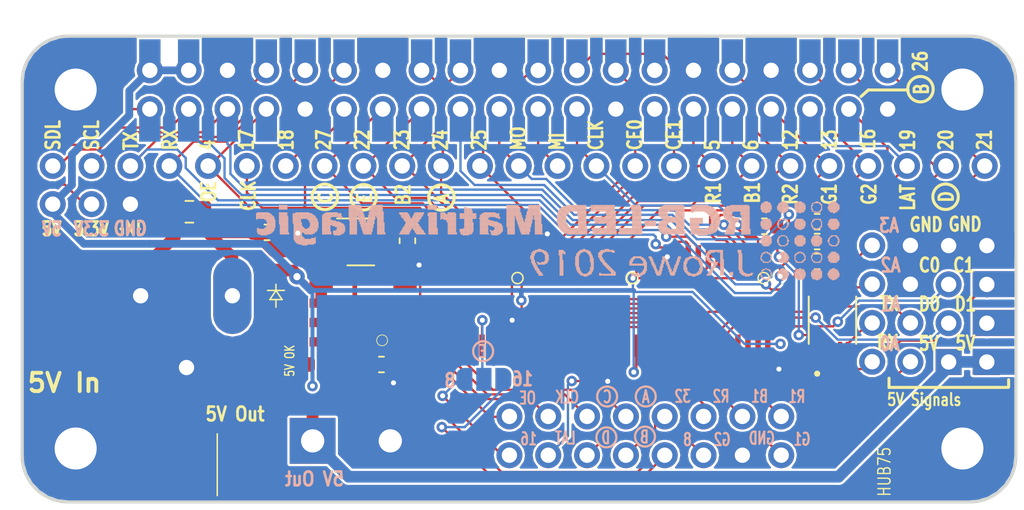
<source format=kicad_pcb>
(kicad_pcb (version 20171130) (host pcbnew "(5.0.2)-1")

  (general
    (thickness 1.6)
    (drawings 112)
    (tracks 729)
    (zones 0)
    (modules 32)
    (nets 72)
  )

  (page A4)
  (layers
    (0 F.Cu signal)
    (31 B.Cu signal)
    (34 B.Paste user)
    (35 F.Paste user)
    (36 B.SilkS user)
    (37 F.SilkS user)
    (38 B.Mask user)
    (39 F.Mask user hide)
    (40 Dwgs.User user hide)
    (41 Cmts.User user hide)
    (42 Eco1.User user)
    (43 Eco2.User user hide)
    (44 Edge.Cuts user)
    (45 Margin user hide)
    (46 B.CrtYd user hide)
    (47 F.CrtYd user hide)
    (48 B.Fab user hide)
    (49 F.Fab user hide)
  )

  (setup
    (last_trace_width 0.1524)
    (user_trace_width 0.1524)
    (user_trace_width 0.2032)
    (user_trace_width 0.254)
    (user_trace_width 0.3048)
    (user_trace_width 0.508)
    (user_trace_width 0.762)
    (user_trace_width 1.016)
    (trace_clearance 0.1524)
    (zone_clearance 0)
    (zone_45_only no)
    (trace_min 0.1524)
    (segment_width 0.2)
    (edge_width 0.2)
    (via_size 0.6858)
    (via_drill 0.3302)
    (via_min_size 0.508)
    (via_min_drill 0.254)
    (uvia_size 0.6858)
    (uvia_drill 0.3302)
    (uvias_allowed no)
    (uvia_min_size 0.2)
    (uvia_min_drill 0.1)
    (pcb_text_width 0.175)
    (pcb_text_size 0.7 0.9)
    (mod_edge_width 0.15)
    (mod_text_size 1 1)
    (mod_text_width 0.15)
    (pad_size 2.75 1.7)
    (pad_drill 0)
    (pad_to_mask_clearance 0.02)
    (solder_mask_min_width 0.1)
    (aux_axis_origin 0 0)
    (grid_origin 100 100)
    (visible_elements 7FFDFF7F)
    (pcbplotparams
      (layerselection 0x010cc_7ffffffe)
      (usegerberextensions false)
      (usegerberattributes false)
      (usegerberadvancedattributes false)
      (creategerberjobfile false)
      (excludeedgelayer true)
      (linewidth 0.100000)
      (plotframeref false)
      (viasonmask false)
      (mode 1)
      (useauxorigin false)
      (hpglpennumber 1)
      (hpglpenspeed 20)
      (hpglpendiameter 15.000000)
      (psnegative false)
      (psa4output false)
      (plotreference false)
      (plotvalue false)
      (plotinvisibletext false)
      (padsonsilk false)
      (subtractmaskfromsilk false)
      (outputformat 1)
      (mirror false)
      (drillshape 0)
      (scaleselection 1)
      (outputdirectory "C:/Users/j.rowe/OneDrive - Team Industrial Services/My Documents/Personal/Word Clock Project/LED Pi Board/led_pi_board"))
  )

  (net 0 "")
  (net 1 +5V)
  (net 2 "Net-(D2-Pad1)")
  (net 3 GND)
  (net 4 /3.3V)
  (net 5 /SDA)
  (net 6 /SCL)
  (net 7 /GPIO4)
  (net 8 /TXD)
  (net 9 /RXD)
  (net 10 /GPIO17)
  (net 11 /GPIO18)
  (net 12 /GPIO27)
  (net 13 /GPIO22)
  (net 14 /GPIO23)
  (net 15 /GPIO24)
  (net 16 /SPI_MOSI)
  (net 17 /SPI_MISO)
  (net 18 /GPIO25)
  (net 19 /SPI_SCLK)
  (net 20 /SPI_CE1)
  (net 21 /SPI_CE0)
  (net 22 /GPIO0)
  (net 23 /GPIO1)
  (net 24 /GPIO5)
  (net 25 /GPIO6)
  (net 26 /GPIO12)
  (net 27 /GPIO13)
  (net 28 /GPIO19)
  (net 29 /GPIO16)
  (net 30 /GPIO26)
  (net 31 /MOSI1)
  (net 32 /SCLK1)
  (net 33 /CO0)
  (net 34 /DO0)
  (net 35 /DO1)
  (net 36 /CO1)
  (net 37 /M1_R1)
  (net 38 /M1_G1)
  (net 39 /M1_B1)
  (net 40 /M1_R2)
  (net 41 /M1_G2)
  (net 42 /M1_B2)
  (net 43 /M1_E')
  (net 44 /M1_A)
  (net 45 /M1_B)
  (net 46 /M1_C)
  (net 47 /M1_D)
  (net 48 /CLK)
  (net 49 /LAT)
  (net 50 /OE)
  (net 51 /M1_E'')
  (net 52 /M1_E)
  (net 53 "Net-(R1-Pad1)")
  (net 54 "Net-(U2-Pad17)")
  (net 55 "Net-(U2-Pad18)")
  (net 56 +5VA)
  (net 57 "Net-(C1-Pad1)")
  (net 58 "Net-(C4-Pad2)")
  (net 59 /AIN3)
  (net 60 /AIN2)
  (net 61 /AIN1)
  (net 62 /AIN0)
  (net 63 "Net-(R3-Pad2)")
  (net 64 /RXD3.3)
  (net 65 /TXD3.3)
  (net 66 "Net-(U4-Pad14)")
  (net 67 "Net-(U4-Pad13)")
  (net 68 "Net-(U1-Pad3)")
  (net 69 "Net-(U1-Pad1)")
  (net 70 "Net-(U1-Pad4)")
  (net 71 "Net-(U1-Pad5)")

  (net_class Default "This is the default net class."
    (clearance 0.1524)
    (trace_width 0.1524)
    (via_dia 0.6858)
    (via_drill 0.3302)
    (uvia_dia 0.6858)
    (uvia_drill 0.3302)
    (add_net +5V)
    (add_net +5VA)
    (add_net /3.3V)
    (add_net /AIN0)
    (add_net /AIN1)
    (add_net /AIN2)
    (add_net /AIN3)
    (add_net /CLK)
    (add_net /CO0)
    (add_net /CO1)
    (add_net /DO0)
    (add_net /DO1)
    (add_net /GPIO0)
    (add_net /GPIO1)
    (add_net /GPIO12)
    (add_net /GPIO13)
    (add_net /GPIO16)
    (add_net /GPIO17)
    (add_net /GPIO18)
    (add_net /GPIO19)
    (add_net /GPIO22)
    (add_net /GPIO23)
    (add_net /GPIO24)
    (add_net /GPIO25)
    (add_net /GPIO26)
    (add_net /GPIO27)
    (add_net /GPIO4)
    (add_net /GPIO5)
    (add_net /GPIO6)
    (add_net /LAT)
    (add_net /M1_A)
    (add_net /M1_B)
    (add_net /M1_B1)
    (add_net /M1_B2)
    (add_net /M1_C)
    (add_net /M1_D)
    (add_net /M1_E)
    (add_net /M1_E')
    (add_net /M1_E'')
    (add_net /M1_G1)
    (add_net /M1_G2)
    (add_net /M1_R1)
    (add_net /M1_R2)
    (add_net /MOSI1)
    (add_net /OE)
    (add_net /RXD)
    (add_net /RXD3.3)
    (add_net /SCL)
    (add_net /SCLK1)
    (add_net /SDA)
    (add_net /SPI_CE0)
    (add_net /SPI_CE1)
    (add_net /SPI_MISO)
    (add_net /SPI_MOSI)
    (add_net /SPI_SCLK)
    (add_net /TXD)
    (add_net /TXD3.3)
    (add_net GND)
    (add_net "Net-(C1-Pad1)")
    (add_net "Net-(C4-Pad2)")
    (add_net "Net-(D2-Pad1)")
    (add_net "Net-(R1-Pad1)")
    (add_net "Net-(R3-Pad2)")
    (add_net "Net-(U1-Pad1)")
    (add_net "Net-(U1-Pad3)")
    (add_net "Net-(U1-Pad4)")
    (add_net "Net-(U1-Pad5)")
    (add_net "Net-(U2-Pad17)")
    (add_net "Net-(U2-Pad18)")
    (add_net "Net-(U4-Pad13)")
    (add_net "Net-(U4-Pad14)")
  )

  (module "Footprints:2917 Cap" (layer F.Cu) (tedit 5C8573C6) (tstamp 5C86A086)
    (at 111.37 128.05)
    (path /5C7C825B)
    (fp_text reference C3 (at 0.05 3.7) (layer Cmts.User)
      (effects (font (size 1 1) (thickness 0.15)))
    )
    (fp_text value CP (at 0.05 -3.35) (layer F.Fab)
      (effects (font (size 1 1) (thickness 0.15)))
    )
    (fp_line (start 1.39 -2.01) (end 1.39 2.03) (layer F.SilkS) (width 0.1))
    (fp_line (start -3.7 -2.15) (end 3.6 -2.15) (layer F.CrtYd) (width 0.1))
    (fp_line (start 3.6 2.15) (end 3.6 -2.15) (layer F.CrtYd) (width 0.1))
    (fp_line (start -3.7 2.15) (end 3.6 2.15) (layer F.CrtYd) (width 0.1))
    (fp_line (start -3.7 -2.15) (end -3.7 2.15) (layer F.CrtYd) (width 0.1))
    (pad 1 smd rect (at 3.05 0) (size 2.5 4) (layers F.Cu F.Paste F.Mask)
      (net 56 +5VA))
    (pad 2 smd rect (at -3.25 0) (size 2.5 4) (layers F.Cu F.Paste F.Mask)
      (net 3 GND))
  )

  (module Footprints:PinPads1x5_2.54mm (layer B.Cu) (tedit 5C856BC9) (tstamp 5C883BBA)
    (at 163.55 113.7 180)
    (descr "Through hole straight socket strip, 1x04, 2.54mm pitch, single row (from Kicad 4.0.7), script generated")
    (tags "Through hole socket strip THT 1x04 2.54mm single row")
    (fp_text reference REF** (at 0 2.77 180) (layer B.SilkS) hide
      (effects (font (size 1 1) (thickness 0.15)) (justify mirror))
    )
    (fp_text value PinPads1x5_2.54mm (at 0 -10.39 180) (layer B.Fab)
      (effects (font (size 1 1) (thickness 0.15)) (justify mirror))
    )
    (fp_text user %R (at 0 -3.81 90) (layer B.Fab)
      (effects (font (size 1 1) (thickness 0.15)) (justify mirror))
    )
    (fp_line (start -1.8 -9.4) (end -1.8 1.8) (layer B.CrtYd) (width 0.05))
    (fp_line (start 1.75 -9.4) (end -1.8 -9.4) (layer B.CrtYd) (width 0.05))
    (fp_line (start 1.75 1.8) (end 1.75 -9.4) (layer B.CrtYd) (width 0.05))
    (fp_line (start -1.8 1.8) (end 1.75 1.8) (layer B.CrtYd) (width 0.05))
    (fp_line (start -1.27 -8.89) (end -1.27 1.27) (layer B.Fab) (width 0.1))
    (fp_line (start 1.27 -8.89) (end -1.27 -8.89) (layer B.Fab) (width 0.1))
    (fp_line (start 1.27 0.635) (end 1.27 -8.89) (layer B.Fab) (width 0.1))
    (fp_line (start 0.635 1.27) (end 1.27 0.635) (layer B.Fab) (width 0.1))
    (fp_line (start -1.27 1.27) (end 0.635 1.27) (layer B.Fab) (width 0.1))
    (pad 4 smd rect (at 0 -7.62 180) (size 2.75 1.7) (layers B.Cu B.Paste B.Mask)
      (net 56 +5VA))
    (pad 3 smd rect (at 0 -5.08 180) (size 2.74 1.7) (layers B.Cu B.Paste B.Mask)
      (net 34 /DO0))
    (pad 2 smd rect (at 0 -2.54 180) (size 2.75 1.7) (layers B.Cu B.Paste B.Mask)
      (net 33 /CO0))
    (pad 1 smd rect (at 0 0 180) (size 2.75 1.7) (layers B.Cu B.Paste B.Mask)
      (net 3 GND))
    (model ${KISYS3DMOD}/Connector_PinSocket_2.54mm.3dshapes/PinSocket_1x04_P2.54mm_Vertical.wrl
      (at (xyz 0 0 0))
      (scale (xyz 1 1 1))
      (rotate (xyz 0 0 0))
    )
  )

  (module Footprints:PinPads1x5_2.54mm (layer F.Cu) (tedit 5C856BD0) (tstamp 5C8839DE)
    (at 163.55 113.7)
    (descr "Through hole straight socket strip, 1x04, 2.54mm pitch, single row (from Kicad 4.0.7), script generated")
    (tags "Through hole socket strip THT 1x04 2.54mm single row")
    (fp_text reference REF** (at 0 -2.77) (layer F.SilkS) hide
      (effects (font (size 1 1) (thickness 0.15)))
    )
    (fp_text value PinPads1x5_2.54mm (at 0 10.39) (layer F.Fab)
      (effects (font (size 1 1) (thickness 0.15)))
    )
    (fp_text user %R (at 0 3.81 90) (layer F.Fab)
      (effects (font (size 1 1) (thickness 0.15)))
    )
    (fp_line (start -1.8 9.4) (end -1.8 -1.8) (layer F.CrtYd) (width 0.05))
    (fp_line (start 1.75 9.4) (end -1.8 9.4) (layer F.CrtYd) (width 0.05))
    (fp_line (start 1.75 -1.8) (end 1.75 9.4) (layer F.CrtYd) (width 0.05))
    (fp_line (start -1.8 -1.8) (end 1.75 -1.8) (layer F.CrtYd) (width 0.05))
    (fp_line (start -1.27 8.89) (end -1.27 -1.27) (layer F.Fab) (width 0.1))
    (fp_line (start 1.27 8.89) (end -1.27 8.89) (layer F.Fab) (width 0.1))
    (fp_line (start 1.27 -0.635) (end 1.27 8.89) (layer F.Fab) (width 0.1))
    (fp_line (start 0.635 -1.27) (end 1.27 -0.635) (layer F.Fab) (width 0.1))
    (fp_line (start -1.27 -1.27) (end 0.635 -1.27) (layer F.Fab) (width 0.1))
    (pad 4 smd rect (at 0 7.62) (size 2.75 1.7) (layers F.Cu F.Paste F.Mask)
      (net 56 +5VA))
    (pad 3 smd rect (at 0 5.08) (size 2.74 1.7) (layers F.Cu F.Paste F.Mask)
      (net 34 /DO0))
    (pad 2 smd rect (at 0 2.54) (size 2.75 1.7) (layers F.Cu F.Paste F.Mask)
      (net 33 /CO0))
    (pad 1 smd rect (at 0 0) (size 2.75 1.7) (layers F.Cu F.Paste F.Mask)
      (net 3 GND))
    (model ${KISYS3DMOD}/Connector_PinSocket_2.54mm.3dshapes/PinSocket_1x04_P2.54mm_Vertical.wrl
      (at (xyz 0 0 0))
      (scale (xyz 1 1 1))
      (rotate (xyz 0 0 0))
    )
  )

  (module Footprints:SO-8 (layer F.Cu) (tedit 5C82F259) (tstamp 5C8F8377)
    (at 122.3 118.75 180)
    (descr "<b>small outline</b>")
    (path /5C836619)
    (attr smd)
    (fp_text reference U6 (at 0.50896 -2.73566 180) (layer Dwgs.User)
      (effects (font (size 1.00189 1.00189) (thickness 0.05)))
    )
    (fp_text value DMC3021LSD (at 1.14552 4.00933 180) (layer Dwgs.User)
      (effects (font (size 1.0022 1.0022) (thickness 0.05)))
    )
    (fp_poly (pts (xy 1.85648 2.3622) (xy 2.8702 2.3622) (xy 2.8702 2.72113) (xy 1.85648 2.72113)) (layer Eco2.User) (width 0))
    (fp_poly (pts (xy 1.85624 1.0922) (xy 2.8702 1.0922) (xy 2.8702 1.44939) (xy 1.85624 1.44939)) (layer Eco2.User) (width 0))
    (fp_poly (pts (xy 1.85833 -0.1778) (xy 2.8702 -0.1778) (xy 2.8702 0.178196) (xy 1.85833 0.178196)) (layer Eco2.User) (width 0))
    (fp_poly (pts (xy 1.86005 -1.4478) (xy 2.8702 -1.4478) (xy 2.8702 -1.09565) (xy 1.86005 -1.09565)) (layer Eco2.User) (width 0))
    (fp_poly (pts (xy -2.8734 2.3622) (xy -1.8542 2.3622) (xy -1.8542 2.72082) (xy -2.8734 2.72082)) (layer Eco2.User) (width 0))
    (fp_poly (pts (xy -2.87683 1.0922) (xy -1.8542 1.0922) (xy -1.8542 1.45115) (xy -2.87683 1.45115)) (layer Eco2.User) (width 0))
    (fp_poly (pts (xy -2.87954 -0.1778) (xy -1.8542 -0.1778) (xy -1.8542 0.178379) (xy -2.87954 0.178379)) (layer Eco2.User) (width 0))
    (fp_poly (pts (xy -2.87554 -1.4478) (xy -1.8542 -1.4478) (xy -1.8542 -1.09424) (xy -2.87554 -1.09424)) (layer Eco2.User) (width 0))
    (fp_text user 8 (at 0.76344 -0.50896 180) (layer Dwgs.User)
      (effects (font (size 1 1) (thickness 0.05)))
    )
    (fp_circle (center -1.2446 -1.1684) (end -0.889 -1.1684) (layer F.SilkS) (width 0.0508))
    (fp_line (start 1.8034 -1.7272) (end -1.8034 -1.7272) (layer Dwgs.User) (width 0.127))
    (fp_line (start 1.8034 2.9972) (end 1.8034 -1.7272) (layer Dwgs.User) (width 0.127))
    (fp_line (start -1.8034 2.9972) (end 1.8034 2.9972) (layer Dwgs.User) (width 0.127))
    (fp_line (start -1.8034 -1.7272) (end -1.8034 2.9972) (layer Dwgs.User) (width 0.127))
    (pad 5 smd rect (at 2.7432 2.54 180) (size 1.524 0.6096) (layers F.Cu F.Paste F.Mask)
      (net 57 "Net-(C1-Pad1)"))
    (pad 4 smd rect (at -2.7432 2.54 180) (size 1.524 0.6096) (layers F.Cu F.Paste F.Mask)
      (net 71 "Net-(U1-Pad5)"))
    (pad 6 smd rect (at 2.7432 1.27 180) (size 1.524 0.6096) (layers F.Cu F.Paste F.Mask)
      (net 57 "Net-(C1-Pad1)"))
    (pad 7 smd rect (at 2.7432 0 180) (size 1.524 0.6096) (layers F.Cu F.Paste F.Mask)
      (net 69 "Net-(U1-Pad1)"))
    (pad 3 smd rect (at -2.7432 1.27 180) (size 1.524 0.6096) (layers F.Cu F.Paste F.Mask)
      (net 69 "Net-(U1-Pad1)"))
    (pad 2 smd rect (at -2.7432 0 180) (size 1.524 0.6096) (layers F.Cu F.Paste F.Mask)
      (net 70 "Net-(U1-Pad4)"))
    (pad 8 smd rect (at 2.7432 -1.27 180) (size 1.524 0.6096) (layers F.Cu F.Paste F.Mask)
      (net 69 "Net-(U1-Pad1)"))
    (pad 1 smd rect (at -2.7432 -1.27 180) (size 1.524 0.6096) (layers F.Cu F.Paste F.Mask)
      (net 56 +5VA))
  )

  (module Footprints:PinSocket_2x08_P2.54mm_Vertical (layer B.Cu) (tedit 5C849440) (tstamp 5C86A495)
    (at 149.65 125 90)
    (descr "Through hole straight socket strip, 2x08, 2.54mm pitch, double cols (from Kicad 4.0.7), script generated")
    (tags "Through hole socket strip THT 2x08 2.54mm double row")
    (path /5C7CD8C8)
    (fp_text reference J8 (at -1.27 2.77 90) (layer Dwgs.User)
      (effects (font (size 1 1) (thickness 0.15)) (justify mirror))
    )
    (fp_text value Conn_02x08_Odd_Even (at -1.27 -20.55 90) (layer B.Fab)
      (effects (font (size 1 1) (thickness 0.15)) (justify mirror))
    )
    (fp_line (start 3.2 5.1) (end 3.2 -22.9) (layer B.CrtYd) (width 0.1))
    (fp_line (start -5.6 -22.9) (end -5.6 5.1) (layer B.CrtYd) (width 0.1))
    (fp_line (start -5.6 -22.9) (end 3.2 -22.9) (layer B.CrtYd) (width 0.1))
    (fp_line (start -5.6 5.1) (end 3.2 5.1) (layer B.CrtYd) (width 0.1))
    (fp_line (start -3.71 1.27) (end 0.37 1.27) (layer B.Fab) (width 0.1))
    (fp_line (start 0.37 1.27) (end 1.37 0.27) (layer B.Fab) (width 0.1))
    (fp_line (start 1.37 0.27) (end 1.37 -19.05) (layer B.Fab) (width 0.1))
    (fp_line (start 1.37 -19.05) (end -3.71 -19.05) (layer B.Fab) (width 0.1))
    (fp_line (start -3.71 -19.05) (end -3.71 1.27) (layer B.Fab) (width 0.1))
    (fp_line (start -4.24 1.8) (end 1.86 1.8) (layer B.CrtYd) (width 0.05))
    (fp_line (start 1.86 1.8) (end 1.86 -19.55) (layer B.CrtYd) (width 0.05))
    (fp_line (start 1.86 -19.55) (end -4.24 -19.55) (layer B.CrtYd) (width 0.05))
    (fp_line (start -4.24 -19.55) (end -4.24 1.8) (layer B.CrtYd) (width 0.05))
    (fp_text user %R (at -1.17 -8.89) (layer B.Fab)
      (effects (font (size 1 1) (thickness 0.15)) (justify mirror))
    )
    (pad 1 thru_hole circle (at 0.1 0 90) (size 1.7 1.7) (drill 1) (layers *.Cu *.Mask)
      (net 37 /M1_R1))
    (pad 2 thru_hole oval (at -2.44 0 90) (size 1.7 1.7) (drill 1) (layers *.Cu *.Mask)
      (net 38 /M1_G1))
    (pad 3 thru_hole oval (at 0.1 -2.54 90) (size 1.7 1.7) (drill 1) (layers *.Cu *.Mask)
      (net 39 /M1_B1))
    (pad 4 thru_hole oval (at -2.44 -2.54 90) (size 1.7 1.7) (drill 1) (layers *.Cu *.Mask)
      (net 3 GND))
    (pad 5 thru_hole oval (at 0.1 -5.08 90) (size 1.7 1.7) (drill 1) (layers *.Cu *.Mask)
      (net 40 /M1_R2))
    (pad 6 thru_hole oval (at -2.44 -5.08 90) (size 1.7 1.7) (drill 1) (layers *.Cu *.Mask)
      (net 41 /M1_G2))
    (pad 7 thru_hole oval (at 0.1 -7.62 90) (size 1.7 1.7) (drill 1) (layers *.Cu *.Mask)
      (net 42 /M1_B2))
    (pad 8 thru_hole oval (at -2.44 -7.62 90) (size 1.7 1.7) (drill 1) (layers *.Cu *.Mask)
      (net 43 /M1_E'))
    (pad 9 thru_hole oval (at 0.1 -10.16 90) (size 1.7 1.7) (drill 1) (layers *.Cu *.Mask)
      (net 44 /M1_A))
    (pad 10 thru_hole oval (at -2.44 -10.16 90) (size 1.7 1.7) (drill 1) (layers *.Cu *.Mask)
      (net 45 /M1_B))
    (pad 11 thru_hole oval (at 0.1 -12.7 90) (size 1.7 1.7) (drill 1) (layers *.Cu *.Mask)
      (net 46 /M1_C))
    (pad 12 thru_hole oval (at -2.44 -12.7 90) (size 1.7 1.7) (drill 1) (layers *.Cu *.Mask)
      (net 47 /M1_D))
    (pad 13 thru_hole oval (at 0.1 -15.24 90) (size 1.7 1.7) (drill 1) (layers *.Cu *.Mask)
      (net 48 /CLK))
    (pad 14 thru_hole oval (at -2.44 -15.24 90) (size 1.7 1.7) (drill 1) (layers *.Cu *.Mask)
      (net 49 /LAT))
    (pad 15 thru_hole oval (at 0.1 -17.78 90) (size 1.7 1.7) (drill 1) (layers *.Cu *.Mask)
      (net 50 /OE))
    (pad 16 thru_hole oval (at -2.44 -17.78 90) (size 1.7 1.7) (drill 1) (layers *.Cu *.Mask)
      (net 51 /M1_E''))
    (model ${KISYS3DMOD}/Connector_PinSocket_2.54mm.3dshapes/PinSocket_2x08_P2.54mm_Vertical.wrl
      (at (xyz 0 0 0))
      (scale (xyz 1 1 1))
      (rotate (xyz 0 0 0))
    )
  )

  (module Footprints:SOP50P490X110-10N (layer F.Cu) (tedit 5C816045) (tstamp 5C86ACDF)
    (at 153 118.6 90)
    (path /5C7DC6EA)
    (attr smd)
    (fp_text reference U5 (at -0.55782 -3.59342 90) (layer F.SilkS) hide
      (effects (font (size 1.6455 1.6455) (thickness 0.05)))
    )
    (fp_text value ADS1015IRUGR (at 0.488195 3.41792 90) (layer Cmts.User)
      (effects (font (size 1.64691 1.64691) (thickness 0.05)))
    )
    (fp_circle (center -1.087 -1.127) (end -0.987 -1.127) (layer Eco2.User) (width 0.2))
    (fp_circle (center -3.5 -1) (end -3.4 -1) (layer F.SilkS) (width 0.2))
    (fp_line (start 1.8 1.8) (end 1.8 1.39) (layer Eco1.User) (width 0.05))
    (fp_line (start -1.8 1.8) (end -1.8 1.39) (layer Eco1.User) (width 0.05))
    (fp_line (start 1.8 1.8) (end -1.8 1.8) (layer Eco1.User) (width 0.05))
    (fp_line (start 3.14 1.39) (end 1.8 1.39) (layer Eco1.User) (width 0.05))
    (fp_line (start 3.14 -1.39) (end 3.14 1.39) (layer Eco1.User) (width 0.05))
    (fp_line (start 1.8 -1.39) (end 3.14 -1.39) (layer Eco1.User) (width 0.05))
    (fp_line (start 1.8 -1.8) (end 1.8 -1.39) (layer Eco1.User) (width 0.05))
    (fp_line (start -1.8 -1.8) (end 1.8 -1.8) (layer Eco1.User) (width 0.05))
    (fp_line (start -1.8 -1.39) (end -1.8 -1.8) (layer Eco1.User) (width 0.05))
    (fp_line (start -3.14 -1.39) (end -1.8 -1.39) (layer Eco1.User) (width 0.05))
    (fp_line (start -3.14 1.39) (end -3.14 -1.39) (layer Eco1.User) (width 0.05))
    (fp_line (start -1.8 1.39) (end -3.14 1.39) (layer Eco1.User) (width 0.05))
    (fp_line (start -1.55 -1.55) (end -1.55 1.55) (layer Eco2.User) (width 0.127))
    (fp_line (start 1.55 -1.55) (end -1.55 -1.55) (layer Eco2.User) (width 0.127))
    (fp_line (start 1.55 1.55) (end 1.55 -1.55) (layer Eco2.User) (width 0.127))
    (fp_line (start -1.55 1.55) (end 1.55 1.55) (layer Eco2.User) (width 0.127))
    (fp_line (start 1.55 -1.55) (end -1.55 -1.55) (layer F.SilkS) (width 0.127))
    (fp_line (start -1.55 1.55) (end 1.55 1.55) (layer F.SilkS) (width 0.127))
    (pad 10 smd rect (at 2.15 -1 90) (size 1.47 0.28) (layers F.Cu F.Paste F.Mask)
      (net 6 /SCL))
    (pad 9 smd rect (at 2.15 -0.5 90) (size 1.47 0.28) (layers F.Cu F.Paste F.Mask)
      (net 5 /SDA))
    (pad 8 smd rect (at 2.15 0 90) (size 1.47 0.28) (layers F.Cu F.Paste F.Mask)
      (net 58 "Net-(C4-Pad2)"))
    (pad 7 smd rect (at 2.15 0.5 90) (size 1.47 0.28) (layers F.Cu F.Paste F.Mask)
      (net 59 /AIN3))
    (pad 6 smd rect (at 2.15 1 90) (size 1.47 0.28) (layers F.Cu F.Paste F.Mask)
      (net 60 /AIN2))
    (pad 5 smd rect (at -2.15 1 90) (size 1.47 0.28) (layers F.Cu F.Paste F.Mask)
      (net 61 /AIN1))
    (pad 4 smd rect (at -2.15 0.5 90) (size 1.47 0.28) (layers F.Cu F.Paste F.Mask)
      (net 62 /AIN0))
    (pad 3 smd rect (at -2.15 0 90) (size 1.47 0.28) (layers F.Cu F.Paste F.Mask)
      (net 3 GND))
    (pad 2 smd rect (at -2.15 -0.5 90) (size 1.47 0.28) (layers F.Cu F.Paste F.Mask)
      (net 63 "Net-(R3-Pad2)"))
    (pad 1 smd rect (at -2.15 -1 90) (size 1.47 0.28) (layers F.Cu F.Paste F.Mask)
      (net 3 GND))
  )

  (module Footprints:PinSocket_1x04_P2.54mm_Vertical (layer F.Cu) (tedit 5C7D9286) (tstamp 5C942CB1)
    (at 155.6 113.7)
    (descr "Through hole straight socket strip, 1x04, 2.54mm pitch, single row (from Kicad 4.0.7), script generated")
    (tags "Through hole socket strip THT 1x04 2.54mm single row")
    (path /5C8A3B90)
    (fp_text reference J11 (at 0 -2.77) (layer Dwgs.User)
      (effects (font (size 1 1) (thickness 0.15)))
    )
    (fp_text value Conn_01x04 (at 0 10.39) (layer F.Fab)
      (effects (font (size 1 1) (thickness 0.15)))
    )
    (fp_text user %R (at 0 3.81 90) (layer F.Fab)
      (effects (font (size 1 1) (thickness 0.15)))
    )
    (fp_line (start -1.8 9.4) (end -1.8 -1.8) (layer F.CrtYd) (width 0.05))
    (fp_line (start 1.75 9.4) (end -1.8 9.4) (layer F.CrtYd) (width 0.05))
    (fp_line (start 1.75 -1.8) (end 1.75 9.4) (layer F.CrtYd) (width 0.05))
    (fp_line (start -1.8 -1.8) (end 1.75 -1.8) (layer F.CrtYd) (width 0.05))
    (fp_line (start -1.27 8.89) (end -1.27 -1.27) (layer F.Fab) (width 0.1))
    (fp_line (start 1.27 8.89) (end -1.27 8.89) (layer F.Fab) (width 0.1))
    (fp_line (start 1.27 -0.635) (end 1.27 8.89) (layer F.Fab) (width 0.1))
    (fp_line (start 0.635 -1.27) (end 1.27 -0.635) (layer F.Fab) (width 0.1))
    (fp_line (start -1.27 -1.27) (end 0.635 -1.27) (layer F.Fab) (width 0.1))
    (pad 4 thru_hole circle (at 0 7.62) (size 1.7 1.7) (drill 1) (layers *.Cu *.Mask)
      (net 62 /AIN0))
    (pad 3 thru_hole oval (at 0 5.08) (size 1.7 1.7) (drill 1) (layers *.Cu *.Mask)
      (net 61 /AIN1))
    (pad 2 thru_hole oval (at 0 2.54) (size 1.7 1.7) (drill 1) (layers *.Cu *.Mask)
      (net 60 /AIN2))
    (pad 1 thru_hole circle (at 0 0) (size 1.7 1.7) (drill 1) (layers *.Cu *.Mask)
      (net 59 /AIN3))
    (model ${KISYS3DMOD}/Connector_PinSocket_2.54mm.3dshapes/PinSocket_1x04_P2.54mm_Vertical.wrl
      (at (xyz 0 0 0))
      (scale (xyz 1 1 1))
      (rotate (xyz 0 0 0))
    )
  )

  (module Capacitor_SMD:C_0603_1608Metric (layer F.Cu) (tedit 5C7D90B0) (tstamp 5C942C99)
    (at 152 112.15)
    (descr "Capacitor SMD 0603 (1608 Metric), square (rectangular) end terminal, IPC_7351 nominal, (Body size source: http://www.tortai-tech.com/upload/download/2011102023233369053.pdf), generated with kicad-footprint-generator")
    (tags capacitor)
    (path /5C7F0905)
    (attr smd)
    (fp_text reference C4 (at 0 -1.43) (layer F.SilkS) hide
      (effects (font (size 1 1) (thickness 0.15)))
    )
    (fp_text value 0.1uF (at 0 1.43) (layer F.Fab)
      (effects (font (size 1 1) (thickness 0.15)))
    )
    (fp_line (start -0.8 0.4) (end -0.8 -0.4) (layer F.Fab) (width 0.1))
    (fp_line (start -0.8 -0.4) (end 0.8 -0.4) (layer F.Fab) (width 0.1))
    (fp_line (start 0.8 -0.4) (end 0.8 0.4) (layer F.Fab) (width 0.1))
    (fp_line (start 0.8 0.4) (end -0.8 0.4) (layer F.Fab) (width 0.1))
    (fp_line (start -0.162779 -0.51) (end 0.162779 -0.51) (layer F.SilkS) (width 0.12))
    (fp_line (start -0.162779 0.51) (end 0.162779 0.51) (layer F.SilkS) (width 0.12))
    (fp_line (start -1.48 0.73) (end -1.48 -0.73) (layer F.CrtYd) (width 0.05))
    (fp_line (start -1.48 -0.73) (end 1.48 -0.73) (layer F.CrtYd) (width 0.05))
    (fp_line (start 1.48 -0.73) (end 1.48 0.73) (layer F.CrtYd) (width 0.05))
    (fp_line (start 1.48 0.73) (end -1.48 0.73) (layer F.CrtYd) (width 0.05))
    (fp_text user %R (at 0 0) (layer F.Fab)
      (effects (font (size 0.4 0.4) (thickness 0.06)))
    )
    (pad 1 smd roundrect (at -0.7875 0) (size 0.875 0.95) (layers F.Cu F.Paste F.Mask) (roundrect_rratio 0.25)
      (net 4 /3.3V))
    (pad 2 smd roundrect (at 0.7875 0) (size 0.875 0.95) (layers F.Cu F.Paste F.Mask) (roundrect_rratio 0.25)
      (net 58 "Net-(C4-Pad2)"))
    (model ${KISYS3DMOD}/Capacitor_SMD.3dshapes/C_0603_1608Metric.wrl
      (at (xyz 0 0 0))
      (scale (xyz 1 1 1))
      (rotate (xyz 0 0 0))
    )
  )

  (module Footprints:SOP65P640X110-20N (layer F.Cu) (tedit 5C82F21E) (tstamp 5CA52685)
    (at 145.85 117.35 270)
    (path /5C782787)
    (attr smd)
    (fp_text reference U4 (at 1.76437 -16.7644 270) (layer Dwgs.User)
      (effects (font (size 4.06928 4.06928) (thickness 0.05)))
    )
    (fp_text value 74AHCT245 (at 4.3974 16.5087 270) (layer Dwgs.User)
      (effects (font (size 4.11528 4.11528) (thickness 0.05)))
    )
    (fp_circle (center -1.51 -2.65) (end -1.21 -2.44) (layer F.SilkS) (width 0.1))
    (fp_line (start -2.2606 -2.7686) (end -2.2606 -3.0734) (layer Eco2.User) (width 0.1))
    (fp_line (start -2.2606 -3.0734) (end -3.302 -3.0734) (layer Eco2.User) (width 0.1))
    (fp_line (start -3.302 -3.0734) (end -3.302 -2.7686) (layer Eco2.User) (width 0.1))
    (fp_line (start -3.302 -2.7686) (end -2.2606 -2.7686) (layer Eco2.User) (width 0.1))
    (fp_line (start -2.2606 -2.1336) (end -2.2606 -2.413) (layer Eco2.User) (width 0.1))
    (fp_line (start -2.2606 -2.413) (end -3.302 -2.413) (layer Eco2.User) (width 0.1))
    (fp_line (start -3.302 -2.413) (end -3.302 -2.1336) (layer Eco2.User) (width 0.1))
    (fp_line (start -3.302 -2.1336) (end -2.2606 -2.1336) (layer Eco2.User) (width 0.1))
    (fp_line (start -2.2606 -1.4732) (end -2.2606 -1.778) (layer Eco2.User) (width 0.1))
    (fp_line (start -2.2606 -1.778) (end -3.302 -1.778) (layer Eco2.User) (width 0.1))
    (fp_line (start -3.302 -1.778) (end -3.302 -1.4732) (layer Eco2.User) (width 0.1))
    (fp_line (start -3.302 -1.4732) (end -2.2606 -1.4732) (layer Eco2.User) (width 0.1))
    (fp_line (start -2.2606 -0.8128) (end -2.2606 -1.1176) (layer Eco2.User) (width 0.1))
    (fp_line (start -2.2606 -1.1176) (end -3.302 -1.1176) (layer Eco2.User) (width 0.1))
    (fp_line (start -3.302 -1.1176) (end -3.302 -0.8128) (layer Eco2.User) (width 0.1))
    (fp_line (start -3.302 -0.8128) (end -2.2606 -0.8128) (layer Eco2.User) (width 0.1))
    (fp_line (start -2.2606 -0.1778) (end -2.2606 -0.4826) (layer Eco2.User) (width 0.1))
    (fp_line (start -2.2606 -0.4826) (end -3.302 -0.4826) (layer Eco2.User) (width 0.1))
    (fp_line (start -3.302 -0.4826) (end -3.302 -0.1778) (layer Eco2.User) (width 0.1))
    (fp_line (start -3.302 -0.1778) (end -2.2606 -0.1778) (layer Eco2.User) (width 0.1))
    (fp_line (start -2.2606 0.4826) (end -2.2606 0.1778) (layer Eco2.User) (width 0.1))
    (fp_line (start -2.2606 0.1778) (end -3.302 0.1778) (layer Eco2.User) (width 0.1))
    (fp_line (start -3.302 0.1778) (end -3.302 0.4826) (layer Eco2.User) (width 0.1))
    (fp_line (start -3.302 0.4826) (end -2.2606 0.4826) (layer Eco2.User) (width 0.1))
    (fp_line (start -2.2606 1.1176) (end -2.2606 0.8128) (layer Eco2.User) (width 0.1))
    (fp_line (start -2.2606 0.8128) (end -3.302 0.8128) (layer Eco2.User) (width 0.1))
    (fp_line (start -3.302 0.8128) (end -3.302 1.1176) (layer Eco2.User) (width 0.1))
    (fp_line (start -3.302 1.1176) (end -2.2606 1.1176) (layer Eco2.User) (width 0.1))
    (fp_line (start -2.2606 1.778) (end -2.2606 1.4732) (layer Eco2.User) (width 0.1))
    (fp_line (start -2.2606 1.4732) (end -3.302 1.4732) (layer Eco2.User) (width 0.1))
    (fp_line (start -3.302 1.4732) (end -3.302 1.778) (layer Eco2.User) (width 0.1))
    (fp_line (start -3.302 1.778) (end -2.2606 1.778) (layer Eco2.User) (width 0.1))
    (fp_line (start -2.2606 2.413) (end -2.2606 2.1336) (layer Eco2.User) (width 0.1))
    (fp_line (start -2.2606 2.1336) (end -3.302 2.1336) (layer Eco2.User) (width 0.1))
    (fp_line (start -3.302 2.1336) (end -3.302 2.413) (layer Eco2.User) (width 0.1))
    (fp_line (start -3.302 2.413) (end -2.2606 2.413) (layer Eco2.User) (width 0.1))
    (fp_line (start -2.2606 3.0734) (end -2.2606 2.7686) (layer Eco2.User) (width 0.1))
    (fp_line (start -2.2606 2.7686) (end -3.302 2.7686) (layer Eco2.User) (width 0.1))
    (fp_line (start -3.302 2.7686) (end -3.302 3.0734) (layer Eco2.User) (width 0.1))
    (fp_line (start -3.302 3.0734) (end -2.2606 3.0734) (layer Eco2.User) (width 0.1))
    (fp_line (start 2.2606 2.7686) (end 2.2606 3.0734) (layer Eco2.User) (width 0.1))
    (fp_line (start 2.2606 3.0734) (end 3.302 3.0734) (layer Eco2.User) (width 0.1))
    (fp_line (start 3.302 3.0734) (end 3.302 2.7686) (layer Eco2.User) (width 0.1))
    (fp_line (start 3.302 2.7686) (end 2.2606 2.7686) (layer Eco2.User) (width 0.1))
    (fp_line (start 2.2606 2.1336) (end 2.2606 2.413) (layer Eco2.User) (width 0.1))
    (fp_line (start 2.2606 2.413) (end 3.302 2.413) (layer Eco2.User) (width 0.1))
    (fp_line (start 3.302 2.413) (end 3.302 2.1336) (layer Eco2.User) (width 0.1))
    (fp_line (start 3.302 2.1336) (end 2.2606 2.1336) (layer Eco2.User) (width 0.1))
    (fp_line (start 2.2606 1.4732) (end 2.2606 1.778) (layer Eco2.User) (width 0.1))
    (fp_line (start 2.2606 1.778) (end 3.302 1.778) (layer Eco2.User) (width 0.1))
    (fp_line (start 3.302 1.778) (end 3.302 1.4732) (layer Eco2.User) (width 0.1))
    (fp_line (start 3.302 1.4732) (end 2.2606 1.4732) (layer Eco2.User) (width 0.1))
    (fp_line (start 2.2606 0.8128) (end 2.2606 1.1176) (layer Eco2.User) (width 0.1))
    (fp_line (start 2.2606 1.1176) (end 3.302 1.1176) (layer Eco2.User) (width 0.1))
    (fp_line (start 3.302 1.1176) (end 3.302 0.8128) (layer Eco2.User) (width 0.1))
    (fp_line (start 3.302 0.8128) (end 2.2606 0.8128) (layer Eco2.User) (width 0.1))
    (fp_line (start 2.2606 0.1778) (end 2.2606 0.4826) (layer Eco2.User) (width 0.1))
    (fp_line (start 2.2606 0.4826) (end 3.302 0.4826) (layer Eco2.User) (width 0.1))
    (fp_line (start 3.302 0.4826) (end 3.302 0.1778) (layer Eco2.User) (width 0.1))
    (fp_line (start 3.302 0.1778) (end 2.2606 0.1778) (layer Eco2.User) (width 0.1))
    (fp_line (start 2.2606 -0.4826) (end 2.2606 -0.1778) (layer Eco2.User) (width 0.1))
    (fp_line (start 2.2606 -0.1778) (end 3.302 -0.1778) (layer Eco2.User) (width 0.1))
    (fp_line (start 3.302 -0.1778) (end 3.302 -0.4826) (layer Eco2.User) (width 0.1))
    (fp_line (start 3.302 -0.4826) (end 2.2606 -0.4826) (layer Eco2.User) (width 0.1))
    (fp_line (start 2.2606 -1.1176) (end 2.2606 -0.8128) (layer Eco2.User) (width 0.1))
    (fp_line (start 2.2606 -0.8128) (end 3.302 -0.8128) (layer Eco2.User) (width 0.1))
    (fp_line (start 3.302 -0.8128) (end 3.302 -1.1176) (layer Eco2.User) (width 0.1))
    (fp_line (start 3.302 -1.1176) (end 2.2606 -1.1176) (layer Eco2.User) (width 0.1))
    (fp_line (start 2.2606 -1.778) (end 2.2606 -1.4732) (layer Eco2.User) (width 0.1))
    (fp_line (start 2.2606 -1.4732) (end 3.302 -1.4732) (layer Eco2.User) (width 0.1))
    (fp_line (start 3.302 -1.4732) (end 3.302 -1.778) (layer Eco2.User) (width 0.1))
    (fp_line (start 3.302 -1.778) (end 2.2606 -1.778) (layer Eco2.User) (width 0.1))
    (fp_line (start 2.2606 -2.413) (end 2.2606 -2.1336) (layer Eco2.User) (width 0.1))
    (fp_line (start 2.2606 -2.1336) (end 3.302 -2.1336) (layer Eco2.User) (width 0.1))
    (fp_line (start 3.302 -2.1336) (end 3.302 -2.413) (layer Eco2.User) (width 0.1))
    (fp_line (start 3.302 -2.413) (end 2.2606 -2.413) (layer Eco2.User) (width 0.1))
    (fp_line (start 2.2606 -3.0734) (end 2.2606 -2.7686) (layer Eco2.User) (width 0.1))
    (fp_line (start 2.2606 -2.7686) (end 3.302 -2.7686) (layer Eco2.User) (width 0.1))
    (fp_line (start 3.302 -2.7686) (end 3.302 -3.0734) (layer Eco2.User) (width 0.1))
    (fp_line (start 3.302 -3.0734) (end 2.2606 -3.0734) (layer Eco2.User) (width 0.1))
    (fp_line (start -2.2606 3.302) (end 2.2606 3.302) (layer Eco2.User) (width 0.1))
    (fp_line (start 2.2606 3.302) (end 2.2606 -3.302) (layer Eco2.User) (width 0.1))
    (fp_line (start 2.2606 -3.302) (end 0.3048 -3.302) (layer Eco2.User) (width 0.1))
    (fp_line (start 0.3048 -3.302) (end -0.3048 -3.302) (layer Eco2.User) (width 0.1))
    (fp_line (start -0.3048 -3.302) (end -2.2606 -3.302) (layer Eco2.User) (width 0.1))
    (fp_line (start -2.2606 -3.302) (end -2.2606 3.302) (layer Eco2.User) (width 0.1))
    (fp_arc (start 0 -3.302) (end -0.3048 -3.302) (angle -180) (layer Eco2.User) (width 0.1))
    (pad 1 smd rect (at -2.921 -2.921 270) (size 1.4732 0.3556) (layers F.Cu F.Paste F.Mask)
      (net 1 +5V))
    (pad 2 smd rect (at -2.921 -2.286 270) (size 1.4732 0.3556) (layers F.Cu F.Paste F.Mask)
      (net 19 /SPI_SCLK))
    (pad 3 smd rect (at -2.921 -1.6256 270) (size 1.4732 0.3556) (layers F.Cu F.Paste F.Mask)
      (net 16 /SPI_MOSI))
    (pad 4 smd rect (at -2.921 -0.9652 270) (size 1.4732 0.3556) (layers F.Cu F.Paste F.Mask)
      (net 32 /SCLK1))
    (pad 5 smd rect (at -2.921 -0.3302 270) (size 1.4732 0.3556) (layers F.Cu F.Paste F.Mask)
      (net 31 /MOSI1))
    (pad 6 smd rect (at -2.921 0.3302 270) (size 1.4732 0.3556) (layers F.Cu F.Paste F.Mask)
      (net 3 GND))
    (pad 7 smd rect (at -2.921 0.9652 270) (size 1.4732 0.3556) (layers F.Cu F.Paste F.Mask)
      (net 3 GND))
    (pad 8 smd rect (at -2.921 1.6256 270) (size 1.4732 0.3556) (layers F.Cu F.Paste F.Mask)
      (net 8 /TXD))
    (pad 9 smd rect (at -2.921 2.286 270) (size 1.4732 0.3556) (layers F.Cu F.Paste F.Mask)
      (net 9 /RXD))
    (pad 10 smd rect (at -2.921 2.921 270) (size 1.4732 0.3556) (layers F.Cu F.Paste F.Mask)
      (net 3 GND))
    (pad 11 smd rect (at 2.921 2.921 270) (size 1.4732 0.3556) (layers F.Cu F.Paste F.Mask)
      (net 64 /RXD3.3))
    (pad 12 smd rect (at 2.921 2.286 270) (size 1.4732 0.3556) (layers F.Cu F.Paste F.Mask)
      (net 65 /TXD3.3))
    (pad 13 smd rect (at 2.921 1.6256 270) (size 1.4732 0.3556) (layers F.Cu F.Paste F.Mask)
      (net 67 "Net-(U4-Pad13)"))
    (pad 14 smd rect (at 2.921 0.9652 270) (size 1.4732 0.3556) (layers F.Cu F.Paste F.Mask)
      (net 66 "Net-(U4-Pad14)"))
    (pad 15 smd rect (at 2.921 0.3302 270) (size 1.4732 0.3556) (layers F.Cu F.Paste F.Mask)
      (net 35 /DO1))
    (pad 16 smd rect (at 2.921 -0.3302 270) (size 1.4732 0.3556) (layers F.Cu F.Paste F.Mask)
      (net 36 /CO1))
    (pad 17 smd rect (at 2.921 -0.9652 270) (size 1.4732 0.3556) (layers F.Cu F.Paste F.Mask)
      (net 34 /DO0))
    (pad 18 smd rect (at 2.921 -1.6256 270) (size 1.4732 0.3556) (layers F.Cu F.Paste F.Mask)
      (net 33 /CO0))
    (pad 19 smd rect (at 2.921 -2.286 270) (size 1.4732 0.3556) (layers F.Cu F.Paste F.Mask)
      (net 3 GND))
    (pad 20 smd rect (at 2.921 -2.921 270) (size 1.4732 0.3556) (layers F.Cu F.Paste F.Mask)
      (net 1 +5V))
  )

  (module Footprints:LOGO (layer B.Cu) (tedit 0) (tstamp 5CA34DB7)
    (at 158.5 102.6 180)
    (fp_text reference LOGO (at 0 -5 180) (layer B.SilkS) hide
      (effects (font (size 1.524 1.524) (thickness 0.3)) (justify mirror))
    )
    (fp_text value "" (at 0 0 180) (layer B.SilkS)
      (effects (font (size 1.27 1.27) (thickness 0.15)) (justify mirror))
    )
    (fp_poly (pts (xy 5.34 -8.22) (xy 5.4 -8.22) (xy 5.4 -8.28) (xy 5.34 -8.28)
      (xy 5.34 -8.22)) (layer B.SilkS) (width 0.01))
    (fp_poly (pts (xy 5.4 -8.22) (xy 5.46 -8.22) (xy 5.46 -8.28) (xy 5.4 -8.28)
      (xy 5.4 -8.22)) (layer B.SilkS) (width 0.01))
    (fp_poly (pts (xy 5.46 -8.22) (xy 5.52 -8.22) (xy 5.52 -8.28) (xy 5.46 -8.28)
      (xy 5.46 -8.22)) (layer B.SilkS) (width 0.01))
    (fp_poly (pts (xy 6.42 -8.22) (xy 6.48 -8.22) (xy 6.48 -8.28) (xy 6.42 -8.28)
      (xy 6.42 -8.22)) (layer B.SilkS) (width 0.01))
    (fp_poly (pts (xy 6.48 -8.22) (xy 6.54 -8.22) (xy 6.54 -8.28) (xy 6.48 -8.28)
      (xy 6.48 -8.22)) (layer B.SilkS) (width 0.01))
    (fp_poly (pts (xy 6.54 -8.22) (xy 6.6 -8.22) (xy 6.6 -8.28) (xy 6.54 -8.28)
      (xy 6.54 -8.22)) (layer B.SilkS) (width 0.01))
    (fp_poly (pts (xy 7.5 -8.22) (xy 7.56 -8.22) (xy 7.56 -8.28) (xy 7.5 -8.28)
      (xy 7.5 -8.22)) (layer B.SilkS) (width 0.01))
    (fp_poly (pts (xy 7.56 -8.22) (xy 7.62 -8.22) (xy 7.62 -8.28) (xy 7.56 -8.28)
      (xy 7.56 -8.22)) (layer B.SilkS) (width 0.01))
    (fp_poly (pts (xy 7.62 -8.22) (xy 7.68 -8.22) (xy 7.68 -8.28) (xy 7.62 -8.28)
      (xy 7.62 -8.22)) (layer B.SilkS) (width 0.01))
    (fp_poly (pts (xy 7.68 -8.22) (xy 7.74 -8.22) (xy 7.74 -8.28) (xy 7.68 -8.28)
      (xy 7.68 -8.22)) (layer B.SilkS) (width 0.01))
    (fp_poly (pts (xy 8.64 -8.22) (xy 8.7 -8.22) (xy 8.7 -8.28) (xy 8.64 -8.28)
      (xy 8.64 -8.22)) (layer B.SilkS) (width 0.01))
    (fp_poly (pts (xy 8.7 -8.22) (xy 8.76 -8.22) (xy 8.76 -8.28) (xy 8.7 -8.28)
      (xy 8.7 -8.22)) (layer B.SilkS) (width 0.01))
    (fp_poly (pts (xy 8.76 -8.22) (xy 8.82 -8.22) (xy 8.82 -8.28) (xy 8.76 -8.28)
      (xy 8.76 -8.22)) (layer B.SilkS) (width 0.01))
    (fp_poly (pts (xy 9.72 -8.22) (xy 9.78 -8.22) (xy 9.78 -8.28) (xy 9.72 -8.28)
      (xy 9.72 -8.22)) (layer B.SilkS) (width 0.01))
    (fp_poly (pts (xy 9.78 -8.22) (xy 9.84 -8.22) (xy 9.84 -8.28) (xy 9.78 -8.28)
      (xy 9.78 -8.22)) (layer B.SilkS) (width 0.01))
    (fp_poly (pts (xy 9.84 -8.22) (xy 9.9 -8.22) (xy 9.9 -8.28) (xy 9.84 -8.28)
      (xy 9.84 -8.22)) (layer B.SilkS) (width 0.01))
    (fp_poly (pts (xy 9.9 -8.22) (xy 9.96 -8.22) (xy 9.96 -8.28) (xy 9.9 -8.28)
      (xy 9.9 -8.22)) (layer B.SilkS) (width 0.01))
    (fp_poly (pts (xy 5.22 -8.28) (xy 5.28 -8.28) (xy 5.28 -8.34) (xy 5.22 -8.34)
      (xy 5.22 -8.28)) (layer B.SilkS) (width 0.01))
    (fp_poly (pts (xy 5.28 -8.28) (xy 5.34 -8.28) (xy 5.34 -8.34) (xy 5.28 -8.34)
      (xy 5.28 -8.28)) (layer B.SilkS) (width 0.01))
    (fp_poly (pts (xy 5.34 -8.28) (xy 5.4 -8.28) (xy 5.4 -8.34) (xy 5.34 -8.34)
      (xy 5.34 -8.28)) (layer B.SilkS) (width 0.01))
    (fp_poly (pts (xy 5.4 -8.28) (xy 5.46 -8.28) (xy 5.46 -8.34) (xy 5.4 -8.34)
      (xy 5.4 -8.28)) (layer B.SilkS) (width 0.01))
    (fp_poly (pts (xy 5.46 -8.28) (xy 5.52 -8.28) (xy 5.52 -8.34) (xy 5.46 -8.34)
      (xy 5.46 -8.28)) (layer B.SilkS) (width 0.01))
    (fp_poly (pts (xy 5.52 -8.28) (xy 5.58 -8.28) (xy 5.58 -8.34) (xy 5.52 -8.34)
      (xy 5.52 -8.28)) (layer B.SilkS) (width 0.01))
    (fp_poly (pts (xy 5.58 -8.28) (xy 5.64 -8.28) (xy 5.64 -8.34) (xy 5.58 -8.34)
      (xy 5.58 -8.28)) (layer B.SilkS) (width 0.01))
    (fp_poly (pts (xy 6.3 -8.28) (xy 6.36 -8.28) (xy 6.36 -8.34) (xy 6.3 -8.34)
      (xy 6.3 -8.28)) (layer B.SilkS) (width 0.01))
    (fp_poly (pts (xy 6.36 -8.28) (xy 6.42 -8.28) (xy 6.42 -8.34) (xy 6.36 -8.34)
      (xy 6.36 -8.28)) (layer B.SilkS) (width 0.01))
    (fp_poly (pts (xy 6.42 -8.28) (xy 6.48 -8.28) (xy 6.48 -8.34) (xy 6.42 -8.34)
      (xy 6.42 -8.28)) (layer B.SilkS) (width 0.01))
    (fp_poly (pts (xy 6.48 -8.28) (xy 6.54 -8.28) (xy 6.54 -8.34) (xy 6.48 -8.34)
      (xy 6.48 -8.28)) (layer B.SilkS) (width 0.01))
    (fp_poly (pts (xy 6.54 -8.28) (xy 6.6 -8.28) (xy 6.6 -8.34) (xy 6.54 -8.34)
      (xy 6.54 -8.28)) (layer B.SilkS) (width 0.01))
    (fp_poly (pts (xy 6.6 -8.28) (xy 6.66 -8.28) (xy 6.66 -8.34) (xy 6.6 -8.34)
      (xy 6.6 -8.28)) (layer B.SilkS) (width 0.01))
    (fp_poly (pts (xy 6.66 -8.28) (xy 6.72 -8.28) (xy 6.72 -8.34) (xy 6.66 -8.34)
      (xy 6.66 -8.28)) (layer B.SilkS) (width 0.01))
    (fp_poly (pts (xy 7.44 -8.28) (xy 7.5 -8.28) (xy 7.5 -8.34) (xy 7.44 -8.34)
      (xy 7.44 -8.28)) (layer B.SilkS) (width 0.01))
    (fp_poly (pts (xy 7.5 -8.28) (xy 7.56 -8.28) (xy 7.56 -8.34) (xy 7.5 -8.34)
      (xy 7.5 -8.28)) (layer B.SilkS) (width 0.01))
    (fp_poly (pts (xy 7.56 -8.28) (xy 7.62 -8.28) (xy 7.62 -8.34) (xy 7.56 -8.34)
      (xy 7.56 -8.28)) (layer B.SilkS) (width 0.01))
    (fp_poly (pts (xy 7.62 -8.28) (xy 7.68 -8.28) (xy 7.68 -8.34) (xy 7.62 -8.34)
      (xy 7.62 -8.28)) (layer B.SilkS) (width 0.01))
    (fp_poly (pts (xy 7.68 -8.28) (xy 7.74 -8.28) (xy 7.74 -8.34) (xy 7.68 -8.34)
      (xy 7.68 -8.28)) (layer B.SilkS) (width 0.01))
    (fp_poly (pts (xy 7.74 -8.28) (xy 7.8 -8.28) (xy 7.8 -8.34) (xy 7.74 -8.34)
      (xy 7.74 -8.28)) (layer B.SilkS) (width 0.01))
    (fp_poly (pts (xy 7.8 -8.28) (xy 7.86 -8.28) (xy 7.86 -8.34) (xy 7.8 -8.34)
      (xy 7.8 -8.28)) (layer B.SilkS) (width 0.01))
    (fp_poly (pts (xy 8.52 -8.28) (xy 8.58 -8.28) (xy 8.58 -8.34) (xy 8.52 -8.34)
      (xy 8.52 -8.28)) (layer B.SilkS) (width 0.01))
    (fp_poly (pts (xy 8.58 -8.28) (xy 8.64 -8.28) (xy 8.64 -8.34) (xy 8.58 -8.34)
      (xy 8.58 -8.28)) (layer B.SilkS) (width 0.01))
    (fp_poly (pts (xy 8.64 -8.28) (xy 8.7 -8.28) (xy 8.7 -8.34) (xy 8.64 -8.34)
      (xy 8.64 -8.28)) (layer B.SilkS) (width 0.01))
    (fp_poly (pts (xy 8.7 -8.28) (xy 8.76 -8.28) (xy 8.76 -8.34) (xy 8.7 -8.34)
      (xy 8.7 -8.28)) (layer B.SilkS) (width 0.01))
    (fp_poly (pts (xy 8.76 -8.28) (xy 8.82 -8.28) (xy 8.82 -8.34) (xy 8.76 -8.34)
      (xy 8.76 -8.28)) (layer B.SilkS) (width 0.01))
    (fp_poly (pts (xy 8.82 -8.28) (xy 8.88 -8.28) (xy 8.88 -8.34) (xy 8.82 -8.34)
      (xy 8.82 -8.28)) (layer B.SilkS) (width 0.01))
    (fp_poly (pts (xy 8.88 -8.28) (xy 8.94 -8.28) (xy 8.94 -8.34) (xy 8.88 -8.34)
      (xy 8.88 -8.28)) (layer B.SilkS) (width 0.01))
    (fp_poly (pts (xy 9.6 -8.28) (xy 9.66 -8.28) (xy 9.66 -8.34) (xy 9.6 -8.34)
      (xy 9.6 -8.28)) (layer B.SilkS) (width 0.01))
    (fp_poly (pts (xy 9.66 -8.28) (xy 9.72 -8.28) (xy 9.72 -8.34) (xy 9.66 -8.34)
      (xy 9.66 -8.28)) (layer B.SilkS) (width 0.01))
    (fp_poly (pts (xy 9.72 -8.28) (xy 9.78 -8.28) (xy 9.78 -8.34) (xy 9.72 -8.34)
      (xy 9.72 -8.28)) (layer B.SilkS) (width 0.01))
    (fp_poly (pts (xy 9.78 -8.28) (xy 9.84 -8.28) (xy 9.84 -8.34) (xy 9.78 -8.34)
      (xy 9.78 -8.28)) (layer B.SilkS) (width 0.01))
    (fp_poly (pts (xy 9.84 -8.28) (xy 9.9 -8.28) (xy 9.9 -8.34) (xy 9.84 -8.34)
      (xy 9.84 -8.28)) (layer B.SilkS) (width 0.01))
    (fp_poly (pts (xy 9.9 -8.28) (xy 9.96 -8.28) (xy 9.96 -8.34) (xy 9.9 -8.34)
      (xy 9.9 -8.28)) (layer B.SilkS) (width 0.01))
    (fp_poly (pts (xy 9.96 -8.28) (xy 10.02 -8.28) (xy 10.02 -8.34) (xy 9.96 -8.34)
      (xy 9.96 -8.28)) (layer B.SilkS) (width 0.01))
    (fp_poly (pts (xy 5.16 -8.34) (xy 5.22 -8.34) (xy 5.22 -8.4) (xy 5.16 -8.4)
      (xy 5.16 -8.34)) (layer B.SilkS) (width 0.01))
    (fp_poly (pts (xy 5.22 -8.34) (xy 5.28 -8.34) (xy 5.28 -8.4) (xy 5.22 -8.4)
      (xy 5.22 -8.34)) (layer B.SilkS) (width 0.01))
    (fp_poly (pts (xy 5.28 -8.34) (xy 5.34 -8.34) (xy 5.34 -8.4) (xy 5.28 -8.4)
      (xy 5.28 -8.34)) (layer B.SilkS) (width 0.01))
    (fp_poly (pts (xy 5.34 -8.34) (xy 5.4 -8.34) (xy 5.4 -8.4) (xy 5.34 -8.4)
      (xy 5.34 -8.34)) (layer B.SilkS) (width 0.01))
    (fp_poly (pts (xy 5.4 -8.34) (xy 5.46 -8.34) (xy 5.46 -8.4) (xy 5.4 -8.4)
      (xy 5.4 -8.34)) (layer B.SilkS) (width 0.01))
    (fp_poly (pts (xy 5.46 -8.34) (xy 5.52 -8.34) (xy 5.52 -8.4) (xy 5.46 -8.4)
      (xy 5.46 -8.34)) (layer B.SilkS) (width 0.01))
    (fp_poly (pts (xy 5.52 -8.34) (xy 5.58 -8.34) (xy 5.58 -8.4) (xy 5.52 -8.4)
      (xy 5.52 -8.34)) (layer B.SilkS) (width 0.01))
    (fp_poly (pts (xy 5.58 -8.34) (xy 5.64 -8.34) (xy 5.64 -8.4) (xy 5.58 -8.4)
      (xy 5.58 -8.34)) (layer B.SilkS) (width 0.01))
    (fp_poly (pts (xy 5.64 -8.34) (xy 5.7 -8.34) (xy 5.7 -8.4) (xy 5.64 -8.4)
      (xy 5.64 -8.34)) (layer B.SilkS) (width 0.01))
    (fp_poly (pts (xy 6.24 -8.34) (xy 6.3 -8.34) (xy 6.3 -8.4) (xy 6.24 -8.4)
      (xy 6.24 -8.34)) (layer B.SilkS) (width 0.01))
    (fp_poly (pts (xy 6.3 -8.34) (xy 6.36 -8.34) (xy 6.36 -8.4) (xy 6.3 -8.4)
      (xy 6.3 -8.34)) (layer B.SilkS) (width 0.01))
    (fp_poly (pts (xy 6.72 -8.34) (xy 6.78 -8.34) (xy 6.78 -8.4) (xy 6.72 -8.4)
      (xy 6.72 -8.34)) (layer B.SilkS) (width 0.01))
    (fp_poly (pts (xy 6.78 -8.34) (xy 6.84 -8.34) (xy 6.84 -8.4) (xy 6.78 -8.4)
      (xy 6.78 -8.34)) (layer B.SilkS) (width 0.01))
    (fp_poly (pts (xy 7.32 -8.34) (xy 7.38 -8.34) (xy 7.38 -8.4) (xy 7.32 -8.4)
      (xy 7.32 -8.34)) (layer B.SilkS) (width 0.01))
    (fp_poly (pts (xy 7.38 -8.34) (xy 7.44 -8.34) (xy 7.44 -8.4) (xy 7.38 -8.4)
      (xy 7.38 -8.34)) (layer B.SilkS) (width 0.01))
    (fp_poly (pts (xy 7.44 -8.34) (xy 7.5 -8.34) (xy 7.5 -8.4) (xy 7.44 -8.4)
      (xy 7.44 -8.34)) (layer B.SilkS) (width 0.01))
    (fp_poly (pts (xy 7.5 -8.34) (xy 7.56 -8.34) (xy 7.56 -8.4) (xy 7.5 -8.4)
      (xy 7.5 -8.34)) (layer B.SilkS) (width 0.01))
    (fp_poly (pts (xy 7.56 -8.34) (xy 7.62 -8.34) (xy 7.62 -8.4) (xy 7.56 -8.4)
      (xy 7.56 -8.34)) (layer B.SilkS) (width 0.01))
    (fp_poly (pts (xy 7.62 -8.34) (xy 7.68 -8.34) (xy 7.68 -8.4) (xy 7.62 -8.4)
      (xy 7.62 -8.34)) (layer B.SilkS) (width 0.01))
    (fp_poly (pts (xy 7.68 -8.34) (xy 7.74 -8.34) (xy 7.74 -8.4) (xy 7.68 -8.4)
      (xy 7.68 -8.34)) (layer B.SilkS) (width 0.01))
    (fp_poly (pts (xy 7.74 -8.34) (xy 7.8 -8.34) (xy 7.8 -8.4) (xy 7.74 -8.4)
      (xy 7.74 -8.34)) (layer B.SilkS) (width 0.01))
    (fp_poly (pts (xy 7.8 -8.34) (xy 7.86 -8.34) (xy 7.86 -8.4) (xy 7.8 -8.4)
      (xy 7.8 -8.34)) (layer B.SilkS) (width 0.01))
    (fp_poly (pts (xy 7.86 -8.34) (xy 7.92 -8.34) (xy 7.92 -8.4) (xy 7.86 -8.4)
      (xy 7.86 -8.34)) (layer B.SilkS) (width 0.01))
    (fp_poly (pts (xy 8.46 -8.34) (xy 8.52 -8.34) (xy 8.52 -8.4) (xy 8.46 -8.4)
      (xy 8.46 -8.34)) (layer B.SilkS) (width 0.01))
    (fp_poly (pts (xy 8.52 -8.34) (xy 8.58 -8.34) (xy 8.58 -8.4) (xy 8.52 -8.4)
      (xy 8.52 -8.34)) (layer B.SilkS) (width 0.01))
    (fp_poly (pts (xy 8.58 -8.34) (xy 8.64 -8.34) (xy 8.64 -8.4) (xy 8.58 -8.4)
      (xy 8.58 -8.34)) (layer B.SilkS) (width 0.01))
    (fp_poly (pts (xy 8.64 -8.34) (xy 8.7 -8.34) (xy 8.7 -8.4) (xy 8.64 -8.4)
      (xy 8.64 -8.34)) (layer B.SilkS) (width 0.01))
    (fp_poly (pts (xy 8.7 -8.34) (xy 8.76 -8.34) (xy 8.76 -8.4) (xy 8.7 -8.4)
      (xy 8.7 -8.34)) (layer B.SilkS) (width 0.01))
    (fp_poly (pts (xy 8.76 -8.34) (xy 8.82 -8.34) (xy 8.82 -8.4) (xy 8.76 -8.4)
      (xy 8.76 -8.34)) (layer B.SilkS) (width 0.01))
    (fp_poly (pts (xy 8.82 -8.34) (xy 8.88 -8.34) (xy 8.88 -8.4) (xy 8.82 -8.4)
      (xy 8.82 -8.34)) (layer B.SilkS) (width 0.01))
    (fp_poly (pts (xy 8.88 -8.34) (xy 8.94 -8.34) (xy 8.94 -8.4) (xy 8.88 -8.4)
      (xy 8.88 -8.34)) (layer B.SilkS) (width 0.01))
    (fp_poly (pts (xy 8.94 -8.34) (xy 9 -8.34) (xy 9 -8.4) (xy 8.94 -8.4)
      (xy 8.94 -8.34)) (layer B.SilkS) (width 0.01))
    (fp_poly (pts (xy 9.54 -8.34) (xy 9.6 -8.34) (xy 9.6 -8.4) (xy 9.54 -8.4)
      (xy 9.54 -8.34)) (layer B.SilkS) (width 0.01))
    (fp_poly (pts (xy 9.6 -8.34) (xy 9.66 -8.34) (xy 9.66 -8.4) (xy 9.6 -8.4)
      (xy 9.6 -8.34)) (layer B.SilkS) (width 0.01))
    (fp_poly (pts (xy 9.66 -8.34) (xy 9.72 -8.34) (xy 9.72 -8.4) (xy 9.66 -8.4)
      (xy 9.66 -8.34)) (layer B.SilkS) (width 0.01))
    (fp_poly (pts (xy 9.72 -8.34) (xy 9.78 -8.34) (xy 9.78 -8.4) (xy 9.72 -8.4)
      (xy 9.72 -8.34)) (layer B.SilkS) (width 0.01))
    (fp_poly (pts (xy 9.78 -8.34) (xy 9.84 -8.34) (xy 9.84 -8.4) (xy 9.78 -8.4)
      (xy 9.78 -8.34)) (layer B.SilkS) (width 0.01))
    (fp_poly (pts (xy 9.84 -8.34) (xy 9.9 -8.34) (xy 9.9 -8.4) (xy 9.84 -8.4)
      (xy 9.84 -8.34)) (layer B.SilkS) (width 0.01))
    (fp_poly (pts (xy 9.9 -8.34) (xy 9.96 -8.34) (xy 9.96 -8.4) (xy 9.9 -8.4)
      (xy 9.9 -8.34)) (layer B.SilkS) (width 0.01))
    (fp_poly (pts (xy 9.96 -8.34) (xy 10.02 -8.34) (xy 10.02 -8.4) (xy 9.96 -8.4)
      (xy 9.96 -8.34)) (layer B.SilkS) (width 0.01))
    (fp_poly (pts (xy 10.02 -8.34) (xy 10.08 -8.34) (xy 10.08 -8.4) (xy 10.02 -8.4)
      (xy 10.02 -8.34)) (layer B.SilkS) (width 0.01))
    (fp_poly (pts (xy 10.08 -8.34) (xy 10.14 -8.34) (xy 10.14 -8.4) (xy 10.08 -8.4)
      (xy 10.08 -8.34)) (layer B.SilkS) (width 0.01))
    (fp_poly (pts (xy 5.1 -8.4) (xy 5.16 -8.4) (xy 5.16 -8.46) (xy 5.1 -8.46)
      (xy 5.1 -8.4)) (layer B.SilkS) (width 0.01))
    (fp_poly (pts (xy 5.16 -8.4) (xy 5.22 -8.4) (xy 5.22 -8.46) (xy 5.16 -8.46)
      (xy 5.16 -8.4)) (layer B.SilkS) (width 0.01))
    (fp_poly (pts (xy 5.22 -8.4) (xy 5.28 -8.4) (xy 5.28 -8.46) (xy 5.22 -8.46)
      (xy 5.22 -8.4)) (layer B.SilkS) (width 0.01))
    (fp_poly (pts (xy 5.28 -8.4) (xy 5.34 -8.4) (xy 5.34 -8.46) (xy 5.28 -8.46)
      (xy 5.28 -8.4)) (layer B.SilkS) (width 0.01))
    (fp_poly (pts (xy 5.34 -8.4) (xy 5.4 -8.4) (xy 5.4 -8.46) (xy 5.34 -8.46)
      (xy 5.34 -8.4)) (layer B.SilkS) (width 0.01))
    (fp_poly (pts (xy 5.4 -8.4) (xy 5.46 -8.4) (xy 5.46 -8.46) (xy 5.4 -8.46)
      (xy 5.4 -8.4)) (layer B.SilkS) (width 0.01))
    (fp_poly (pts (xy 5.46 -8.4) (xy 5.52 -8.4) (xy 5.52 -8.46) (xy 5.46 -8.46)
      (xy 5.46 -8.4)) (layer B.SilkS) (width 0.01))
    (fp_poly (pts (xy 5.52 -8.4) (xy 5.58 -8.4) (xy 5.58 -8.46) (xy 5.52 -8.46)
      (xy 5.52 -8.4)) (layer B.SilkS) (width 0.01))
    (fp_poly (pts (xy 5.58 -8.4) (xy 5.64 -8.4) (xy 5.64 -8.46) (xy 5.58 -8.46)
      (xy 5.58 -8.4)) (layer B.SilkS) (width 0.01))
    (fp_poly (pts (xy 5.64 -8.4) (xy 5.7 -8.4) (xy 5.7 -8.46) (xy 5.64 -8.46)
      (xy 5.64 -8.4)) (layer B.SilkS) (width 0.01))
    (fp_poly (pts (xy 5.7 -8.4) (xy 5.76 -8.4) (xy 5.76 -8.46) (xy 5.7 -8.46)
      (xy 5.7 -8.4)) (layer B.SilkS) (width 0.01))
    (fp_poly (pts (xy 6.18 -8.4) (xy 6.24 -8.4) (xy 6.24 -8.46) (xy 6.18 -8.46)
      (xy 6.18 -8.4)) (layer B.SilkS) (width 0.01))
    (fp_poly (pts (xy 6.24 -8.4) (xy 6.3 -8.4) (xy 6.3 -8.46) (xy 6.24 -8.46)
      (xy 6.24 -8.4)) (layer B.SilkS) (width 0.01))
    (fp_poly (pts (xy 6.78 -8.4) (xy 6.84 -8.4) (xy 6.84 -8.46) (xy 6.78 -8.46)
      (xy 6.78 -8.4)) (layer B.SilkS) (width 0.01))
    (fp_poly (pts (xy 7.32 -8.4) (xy 7.38 -8.4) (xy 7.38 -8.46) (xy 7.32 -8.46)
      (xy 7.32 -8.4)) (layer B.SilkS) (width 0.01))
    (fp_poly (pts (xy 7.38 -8.4) (xy 7.44 -8.4) (xy 7.44 -8.46) (xy 7.38 -8.46)
      (xy 7.38 -8.4)) (layer B.SilkS) (width 0.01))
    (fp_poly (pts (xy 7.44 -8.4) (xy 7.5 -8.4) (xy 7.5 -8.46) (xy 7.44 -8.46)
      (xy 7.44 -8.4)) (layer B.SilkS) (width 0.01))
    (fp_poly (pts (xy 7.5 -8.4) (xy 7.56 -8.4) (xy 7.56 -8.46) (xy 7.5 -8.46)
      (xy 7.5 -8.4)) (layer B.SilkS) (width 0.01))
    (fp_poly (pts (xy 7.56 -8.4) (xy 7.62 -8.4) (xy 7.62 -8.46) (xy 7.56 -8.46)
      (xy 7.56 -8.4)) (layer B.SilkS) (width 0.01))
    (fp_poly (pts (xy 7.62 -8.4) (xy 7.68 -8.4) (xy 7.68 -8.46) (xy 7.62 -8.46)
      (xy 7.62 -8.4)) (layer B.SilkS) (width 0.01))
    (fp_poly (pts (xy 7.68 -8.4) (xy 7.74 -8.4) (xy 7.74 -8.46) (xy 7.68 -8.46)
      (xy 7.68 -8.4)) (layer B.SilkS) (width 0.01))
    (fp_poly (pts (xy 7.74 -8.4) (xy 7.8 -8.4) (xy 7.8 -8.46) (xy 7.74 -8.46)
      (xy 7.74 -8.4)) (layer B.SilkS) (width 0.01))
    (fp_poly (pts (xy 7.8 -8.4) (xy 7.86 -8.4) (xy 7.86 -8.46) (xy 7.8 -8.46)
      (xy 7.8 -8.4)) (layer B.SilkS) (width 0.01))
    (fp_poly (pts (xy 7.86 -8.4) (xy 7.92 -8.4) (xy 7.92 -8.46) (xy 7.86 -8.46)
      (xy 7.86 -8.4)) (layer B.SilkS) (width 0.01))
    (fp_poly (pts (xy 7.92 -8.4) (xy 7.98 -8.4) (xy 7.98 -8.46) (xy 7.92 -8.46)
      (xy 7.92 -8.4)) (layer B.SilkS) (width 0.01))
    (fp_poly (pts (xy 8.4 -8.4) (xy 8.46 -8.4) (xy 8.46 -8.46) (xy 8.4 -8.46)
      (xy 8.4 -8.4)) (layer B.SilkS) (width 0.01))
    (fp_poly (pts (xy 8.46 -8.4) (xy 8.52 -8.4) (xy 8.52 -8.46) (xy 8.46 -8.46)
      (xy 8.46 -8.4)) (layer B.SilkS) (width 0.01))
    (fp_poly (pts (xy 8.52 -8.4) (xy 8.58 -8.4) (xy 8.58 -8.46) (xy 8.52 -8.46)
      (xy 8.52 -8.4)) (layer B.SilkS) (width 0.01))
    (fp_poly (pts (xy 8.58 -8.4) (xy 8.64 -8.4) (xy 8.64 -8.46) (xy 8.58 -8.46)
      (xy 8.58 -8.4)) (layer B.SilkS) (width 0.01))
    (fp_poly (pts (xy 8.64 -8.4) (xy 8.7 -8.4) (xy 8.7 -8.46) (xy 8.64 -8.46)
      (xy 8.64 -8.4)) (layer B.SilkS) (width 0.01))
    (fp_poly (pts (xy 8.7 -8.4) (xy 8.76 -8.4) (xy 8.76 -8.46) (xy 8.7 -8.46)
      (xy 8.7 -8.4)) (layer B.SilkS) (width 0.01))
    (fp_poly (pts (xy 8.76 -8.4) (xy 8.82 -8.4) (xy 8.82 -8.46) (xy 8.76 -8.46)
      (xy 8.76 -8.4)) (layer B.SilkS) (width 0.01))
    (fp_poly (pts (xy 8.82 -8.4) (xy 8.88 -8.4) (xy 8.88 -8.46) (xy 8.82 -8.46)
      (xy 8.82 -8.4)) (layer B.SilkS) (width 0.01))
    (fp_poly (pts (xy 8.88 -8.4) (xy 8.94 -8.4) (xy 8.94 -8.46) (xy 8.88 -8.46)
      (xy 8.88 -8.4)) (layer B.SilkS) (width 0.01))
    (fp_poly (pts (xy 8.94 -8.4) (xy 9 -8.4) (xy 9 -8.46) (xy 8.94 -8.46)
      (xy 8.94 -8.4)) (layer B.SilkS) (width 0.01))
    (fp_poly (pts (xy 9 -8.4) (xy 9.06 -8.4) (xy 9.06 -8.46) (xy 9 -8.46)
      (xy 9 -8.4)) (layer B.SilkS) (width 0.01))
    (fp_poly (pts (xy 9.54 -8.4) (xy 9.6 -8.4) (xy 9.6 -8.46) (xy 9.54 -8.46)
      (xy 9.54 -8.4)) (layer B.SilkS) (width 0.01))
    (fp_poly (pts (xy 9.6 -8.4) (xy 9.66 -8.4) (xy 9.66 -8.46) (xy 9.6 -8.46)
      (xy 9.6 -8.4)) (layer B.SilkS) (width 0.01))
    (fp_poly (pts (xy 9.66 -8.4) (xy 9.72 -8.4) (xy 9.72 -8.46) (xy 9.66 -8.46)
      (xy 9.66 -8.4)) (layer B.SilkS) (width 0.01))
    (fp_poly (pts (xy 9.72 -8.4) (xy 9.78 -8.4) (xy 9.78 -8.46) (xy 9.72 -8.46)
      (xy 9.72 -8.4)) (layer B.SilkS) (width 0.01))
    (fp_poly (pts (xy 9.78 -8.4) (xy 9.84 -8.4) (xy 9.84 -8.46) (xy 9.78 -8.46)
      (xy 9.78 -8.4)) (layer B.SilkS) (width 0.01))
    (fp_poly (pts (xy 9.84 -8.4) (xy 9.9 -8.4) (xy 9.9 -8.46) (xy 9.84 -8.46)
      (xy 9.84 -8.4)) (layer B.SilkS) (width 0.01))
    (fp_poly (pts (xy 9.9 -8.4) (xy 9.96 -8.4) (xy 9.96 -8.46) (xy 9.9 -8.46)
      (xy 9.9 -8.4)) (layer B.SilkS) (width 0.01))
    (fp_poly (pts (xy 9.96 -8.4) (xy 10.02 -8.4) (xy 10.02 -8.46) (xy 9.96 -8.46)
      (xy 9.96 -8.4)) (layer B.SilkS) (width 0.01))
    (fp_poly (pts (xy 10.02 -8.4) (xy 10.08 -8.4) (xy 10.08 -8.46) (xy 10.02 -8.46)
      (xy 10.02 -8.4)) (layer B.SilkS) (width 0.01))
    (fp_poly (pts (xy 10.08 -8.4) (xy 10.14 -8.4) (xy 10.14 -8.46) (xy 10.08 -8.46)
      (xy 10.08 -8.4)) (layer B.SilkS) (width 0.01))
    (fp_poly (pts (xy 5.04 -8.46) (xy 5.1 -8.46) (xy 5.1 -8.52) (xy 5.04 -8.52)
      (xy 5.04 -8.46)) (layer B.SilkS) (width 0.01))
    (fp_poly (pts (xy 5.1 -8.46) (xy 5.16 -8.46) (xy 5.16 -8.52) (xy 5.1 -8.52)
      (xy 5.1 -8.46)) (layer B.SilkS) (width 0.01))
    (fp_poly (pts (xy 5.16 -8.46) (xy 5.22 -8.46) (xy 5.22 -8.52) (xy 5.16 -8.52)
      (xy 5.16 -8.46)) (layer B.SilkS) (width 0.01))
    (fp_poly (pts (xy 5.22 -8.46) (xy 5.28 -8.46) (xy 5.28 -8.52) (xy 5.22 -8.52)
      (xy 5.22 -8.46)) (layer B.SilkS) (width 0.01))
    (fp_poly (pts (xy 5.28 -8.46) (xy 5.34 -8.46) (xy 5.34 -8.52) (xy 5.28 -8.52)
      (xy 5.28 -8.46)) (layer B.SilkS) (width 0.01))
    (fp_poly (pts (xy 5.34 -8.46) (xy 5.4 -8.46) (xy 5.4 -8.52) (xy 5.34 -8.52)
      (xy 5.34 -8.46)) (layer B.SilkS) (width 0.01))
    (fp_poly (pts (xy 5.4 -8.46) (xy 5.46 -8.46) (xy 5.46 -8.52) (xy 5.4 -8.52)
      (xy 5.4 -8.46)) (layer B.SilkS) (width 0.01))
    (fp_poly (pts (xy 5.46 -8.46) (xy 5.52 -8.46) (xy 5.52 -8.52) (xy 5.46 -8.52)
      (xy 5.46 -8.46)) (layer B.SilkS) (width 0.01))
    (fp_poly (pts (xy 5.52 -8.46) (xy 5.58 -8.46) (xy 5.58 -8.52) (xy 5.52 -8.52)
      (xy 5.52 -8.46)) (layer B.SilkS) (width 0.01))
    (fp_poly (pts (xy 5.58 -8.46) (xy 5.64 -8.46) (xy 5.64 -8.52) (xy 5.58 -8.52)
      (xy 5.58 -8.46)) (layer B.SilkS) (width 0.01))
    (fp_poly (pts (xy 5.64 -8.46) (xy 5.7 -8.46) (xy 5.7 -8.52) (xy 5.64 -8.52)
      (xy 5.64 -8.46)) (layer B.SilkS) (width 0.01))
    (fp_poly (pts (xy 5.7 -8.46) (xy 5.76 -8.46) (xy 5.76 -8.52) (xy 5.7 -8.52)
      (xy 5.7 -8.46)) (layer B.SilkS) (width 0.01))
    (fp_poly (pts (xy 6.18 -8.46) (xy 6.24 -8.46) (xy 6.24 -8.52) (xy 6.18 -8.52)
      (xy 6.18 -8.46)) (layer B.SilkS) (width 0.01))
    (fp_poly (pts (xy 6.78 -8.46) (xy 6.84 -8.46) (xy 6.84 -8.52) (xy 6.78 -8.52)
      (xy 6.78 -8.46)) (layer B.SilkS) (width 0.01))
    (fp_poly (pts (xy 6.84 -8.46) (xy 6.9 -8.46) (xy 6.9 -8.52) (xy 6.84 -8.52)
      (xy 6.84 -8.46)) (layer B.SilkS) (width 0.01))
    (fp_poly (pts (xy 7.26 -8.46) (xy 7.32 -8.46) (xy 7.32 -8.52) (xy 7.26 -8.52)
      (xy 7.26 -8.46)) (layer B.SilkS) (width 0.01))
    (fp_poly (pts (xy 7.32 -8.46) (xy 7.38 -8.46) (xy 7.38 -8.52) (xy 7.32 -8.52)
      (xy 7.32 -8.46)) (layer B.SilkS) (width 0.01))
    (fp_poly (pts (xy 7.38 -8.46) (xy 7.44 -8.46) (xy 7.44 -8.52) (xy 7.38 -8.52)
      (xy 7.38 -8.46)) (layer B.SilkS) (width 0.01))
    (fp_poly (pts (xy 7.44 -8.46) (xy 7.5 -8.46) (xy 7.5 -8.52) (xy 7.44 -8.52)
      (xy 7.44 -8.46)) (layer B.SilkS) (width 0.01))
    (fp_poly (pts (xy 7.5 -8.46) (xy 7.56 -8.46) (xy 7.56 -8.52) (xy 7.5 -8.52)
      (xy 7.5 -8.46)) (layer B.SilkS) (width 0.01))
    (fp_poly (pts (xy 7.56 -8.46) (xy 7.62 -8.46) (xy 7.62 -8.52) (xy 7.56 -8.52)
      (xy 7.56 -8.46)) (layer B.SilkS) (width 0.01))
    (fp_poly (pts (xy 7.62 -8.46) (xy 7.68 -8.46) (xy 7.68 -8.52) (xy 7.62 -8.52)
      (xy 7.62 -8.46)) (layer B.SilkS) (width 0.01))
    (fp_poly (pts (xy 7.68 -8.46) (xy 7.74 -8.46) (xy 7.74 -8.52) (xy 7.68 -8.52)
      (xy 7.68 -8.46)) (layer B.SilkS) (width 0.01))
    (fp_poly (pts (xy 7.74 -8.46) (xy 7.8 -8.46) (xy 7.8 -8.52) (xy 7.74 -8.52)
      (xy 7.74 -8.46)) (layer B.SilkS) (width 0.01))
    (fp_poly (pts (xy 7.8 -8.46) (xy 7.86 -8.46) (xy 7.86 -8.52) (xy 7.8 -8.52)
      (xy 7.8 -8.46)) (layer B.SilkS) (width 0.01))
    (fp_poly (pts (xy 7.86 -8.46) (xy 7.92 -8.46) (xy 7.92 -8.52) (xy 7.86 -8.52)
      (xy 7.86 -8.46)) (layer B.SilkS) (width 0.01))
    (fp_poly (pts (xy 7.92 -8.46) (xy 7.98 -8.46) (xy 7.98 -8.52) (xy 7.92 -8.52)
      (xy 7.92 -8.46)) (layer B.SilkS) (width 0.01))
    (fp_poly (pts (xy 8.4 -8.46) (xy 8.46 -8.46) (xy 8.46 -8.52) (xy 8.4 -8.52)
      (xy 8.4 -8.46)) (layer B.SilkS) (width 0.01))
    (fp_poly (pts (xy 8.46 -8.46) (xy 8.52 -8.46) (xy 8.52 -8.52) (xy 8.46 -8.52)
      (xy 8.46 -8.46)) (layer B.SilkS) (width 0.01))
    (fp_poly (pts (xy 8.52 -8.46) (xy 8.58 -8.46) (xy 8.58 -8.52) (xy 8.52 -8.52)
      (xy 8.52 -8.46)) (layer B.SilkS) (width 0.01))
    (fp_poly (pts (xy 8.58 -8.46) (xy 8.64 -8.46) (xy 8.64 -8.52) (xy 8.58 -8.52)
      (xy 8.58 -8.46)) (layer B.SilkS) (width 0.01))
    (fp_poly (pts (xy 8.64 -8.46) (xy 8.7 -8.46) (xy 8.7 -8.52) (xy 8.64 -8.52)
      (xy 8.64 -8.46)) (layer B.SilkS) (width 0.01))
    (fp_poly (pts (xy 8.7 -8.46) (xy 8.76 -8.46) (xy 8.76 -8.52) (xy 8.7 -8.52)
      (xy 8.7 -8.46)) (layer B.SilkS) (width 0.01))
    (fp_poly (pts (xy 8.76 -8.46) (xy 8.82 -8.46) (xy 8.82 -8.52) (xy 8.76 -8.52)
      (xy 8.76 -8.46)) (layer B.SilkS) (width 0.01))
    (fp_poly (pts (xy 8.82 -8.46) (xy 8.88 -8.46) (xy 8.88 -8.52) (xy 8.82 -8.52)
      (xy 8.82 -8.46)) (layer B.SilkS) (width 0.01))
    (fp_poly (pts (xy 8.88 -8.46) (xy 8.94 -8.46) (xy 8.94 -8.52) (xy 8.88 -8.52)
      (xy 8.88 -8.46)) (layer B.SilkS) (width 0.01))
    (fp_poly (pts (xy 8.94 -8.46) (xy 9 -8.46) (xy 9 -8.52) (xy 8.94 -8.52)
      (xy 8.94 -8.46)) (layer B.SilkS) (width 0.01))
    (fp_poly (pts (xy 9 -8.46) (xy 9.06 -8.46) (xy 9.06 -8.52) (xy 9 -8.52)
      (xy 9 -8.46)) (layer B.SilkS) (width 0.01))
    (fp_poly (pts (xy 9.48 -8.46) (xy 9.54 -8.46) (xy 9.54 -8.52) (xy 9.48 -8.52)
      (xy 9.48 -8.46)) (layer B.SilkS) (width 0.01))
    (fp_poly (pts (xy 9.54 -8.46) (xy 9.6 -8.46) (xy 9.6 -8.52) (xy 9.54 -8.52)
      (xy 9.54 -8.46)) (layer B.SilkS) (width 0.01))
    (fp_poly (pts (xy 9.6 -8.46) (xy 9.66 -8.46) (xy 9.66 -8.52) (xy 9.6 -8.52)
      (xy 9.6 -8.46)) (layer B.SilkS) (width 0.01))
    (fp_poly (pts (xy 9.66 -8.46) (xy 9.72 -8.46) (xy 9.72 -8.52) (xy 9.66 -8.52)
      (xy 9.66 -8.46)) (layer B.SilkS) (width 0.01))
    (fp_poly (pts (xy 9.72 -8.46) (xy 9.78 -8.46) (xy 9.78 -8.52) (xy 9.72 -8.52)
      (xy 9.72 -8.46)) (layer B.SilkS) (width 0.01))
    (fp_poly (pts (xy 9.78 -8.46) (xy 9.84 -8.46) (xy 9.84 -8.52) (xy 9.78 -8.52)
      (xy 9.78 -8.46)) (layer B.SilkS) (width 0.01))
    (fp_poly (pts (xy 9.84 -8.46) (xy 9.9 -8.46) (xy 9.9 -8.52) (xy 9.84 -8.52)
      (xy 9.84 -8.46)) (layer B.SilkS) (width 0.01))
    (fp_poly (pts (xy 9.9 -8.46) (xy 9.96 -8.46) (xy 9.96 -8.52) (xy 9.9 -8.52)
      (xy 9.9 -8.46)) (layer B.SilkS) (width 0.01))
    (fp_poly (pts (xy 9.96 -8.46) (xy 10.02 -8.46) (xy 10.02 -8.52) (xy 9.96 -8.52)
      (xy 9.96 -8.46)) (layer B.SilkS) (width 0.01))
    (fp_poly (pts (xy 10.02 -8.46) (xy 10.08 -8.46) (xy 10.08 -8.52) (xy 10.02 -8.52)
      (xy 10.02 -8.46)) (layer B.SilkS) (width 0.01))
    (fp_poly (pts (xy 10.08 -8.46) (xy 10.14 -8.46) (xy 10.14 -8.52) (xy 10.08 -8.52)
      (xy 10.08 -8.46)) (layer B.SilkS) (width 0.01))
    (fp_poly (pts (xy 10.14 -8.46) (xy 10.2 -8.46) (xy 10.2 -8.52) (xy 10.14 -8.52)
      (xy 10.14 -8.46)) (layer B.SilkS) (width 0.01))
    (fp_poly (pts (xy 10.98 -8.46) (xy 11.04 -8.46) (xy 11.04 -8.52) (xy 10.98 -8.52)
      (xy 10.98 -8.46)) (layer B.SilkS) (width 0.01))
    (fp_poly (pts (xy 11.04 -8.46) (xy 11.1 -8.46) (xy 11.1 -8.52) (xy 11.04 -8.52)
      (xy 11.04 -8.46)) (layer B.SilkS) (width 0.01))
    (fp_poly (pts (xy 11.1 -8.46) (xy 11.16 -8.46) (xy 11.16 -8.52) (xy 11.1 -8.52)
      (xy 11.1 -8.46)) (layer B.SilkS) (width 0.01))
    (fp_poly (pts (xy 11.16 -8.46) (xy 11.22 -8.46) (xy 11.22 -8.52) (xy 11.16 -8.52)
      (xy 11.16 -8.46)) (layer B.SilkS) (width 0.01))
    (fp_poly (pts (xy 11.22 -8.46) (xy 11.28 -8.46) (xy 11.28 -8.52) (xy 11.22 -8.52)
      (xy 11.22 -8.46)) (layer B.SilkS) (width 0.01))
    (fp_poly (pts (xy 11.28 -8.46) (xy 11.34 -8.46) (xy 11.34 -8.52) (xy 11.28 -8.52)
      (xy 11.28 -8.46)) (layer B.SilkS) (width 0.01))
    (fp_poly (pts (xy 11.34 -8.46) (xy 11.4 -8.46) (xy 11.4 -8.52) (xy 11.34 -8.52)
      (xy 11.34 -8.46)) (layer B.SilkS) (width 0.01))
    (fp_poly (pts (xy 11.4 -8.46) (xy 11.46 -8.46) (xy 11.46 -8.52) (xy 11.4 -8.52)
      (xy 11.4 -8.46)) (layer B.SilkS) (width 0.01))
    (fp_poly (pts (xy 11.46 -8.46) (xy 11.52 -8.46) (xy 11.52 -8.52) (xy 11.46 -8.52)
      (xy 11.46 -8.46)) (layer B.SilkS) (width 0.01))
    (fp_poly (pts (xy 11.52 -8.46) (xy 11.58 -8.46) (xy 11.58 -8.52) (xy 11.52 -8.52)
      (xy 11.52 -8.46)) (layer B.SilkS) (width 0.01))
    (fp_poly (pts (xy 11.58 -8.46) (xy 11.64 -8.46) (xy 11.64 -8.52) (xy 11.58 -8.52)
      (xy 11.58 -8.46)) (layer B.SilkS) (width 0.01))
    (fp_poly (pts (xy 11.64 -8.46) (xy 11.7 -8.46) (xy 11.7 -8.52) (xy 11.64 -8.52)
      (xy 11.64 -8.46)) (layer B.SilkS) (width 0.01))
    (fp_poly (pts (xy 11.7 -8.46) (xy 11.76 -8.46) (xy 11.76 -8.52) (xy 11.7 -8.52)
      (xy 11.7 -8.46)) (layer B.SilkS) (width 0.01))
    (fp_poly (pts (xy 11.76 -8.46) (xy 11.82 -8.46) (xy 11.82 -8.52) (xy 11.76 -8.52)
      (xy 11.76 -8.46)) (layer B.SilkS) (width 0.01))
    (fp_poly (pts (xy 11.82 -8.46) (xy 11.88 -8.46) (xy 11.88 -8.52) (xy 11.82 -8.52)
      (xy 11.82 -8.46)) (layer B.SilkS) (width 0.01))
    (fp_poly (pts (xy 11.88 -8.46) (xy 11.94 -8.46) (xy 11.94 -8.52) (xy 11.88 -8.52)
      (xy 11.88 -8.46)) (layer B.SilkS) (width 0.01))
    (fp_poly (pts (xy 11.94 -8.46) (xy 12 -8.46) (xy 12 -8.52) (xy 11.94 -8.52)
      (xy 11.94 -8.46)) (layer B.SilkS) (width 0.01))
    (fp_poly (pts (xy 12 -8.46) (xy 12.06 -8.46) (xy 12.06 -8.52) (xy 12 -8.52)
      (xy 12 -8.46)) (layer B.SilkS) (width 0.01))
    (fp_poly (pts (xy 12.06 -8.46) (xy 12.12 -8.46) (xy 12.12 -8.52) (xy 12.06 -8.52)
      (xy 12.06 -8.46)) (layer B.SilkS) (width 0.01))
    (fp_poly (pts (xy 12.12 -8.46) (xy 12.18 -8.46) (xy 12.18 -8.52) (xy 12.12 -8.52)
      (xy 12.12 -8.46)) (layer B.SilkS) (width 0.01))
    (fp_poly (pts (xy 13.62 -8.46) (xy 13.68 -8.46) (xy 13.68 -8.52) (xy 13.62 -8.52)
      (xy 13.62 -8.46)) (layer B.SilkS) (width 0.01))
    (fp_poly (pts (xy 13.68 -8.46) (xy 13.74 -8.46) (xy 13.74 -8.52) (xy 13.68 -8.52)
      (xy 13.68 -8.46)) (layer B.SilkS) (width 0.01))
    (fp_poly (pts (xy 13.74 -8.46) (xy 13.8 -8.46) (xy 13.8 -8.52) (xy 13.74 -8.52)
      (xy 13.74 -8.46)) (layer B.SilkS) (width 0.01))
    (fp_poly (pts (xy 13.8 -8.46) (xy 13.86 -8.46) (xy 13.86 -8.52) (xy 13.8 -8.52)
      (xy 13.8 -8.46)) (layer B.SilkS) (width 0.01))
    (fp_poly (pts (xy 13.86 -8.46) (xy 13.92 -8.46) (xy 13.92 -8.52) (xy 13.86 -8.52)
      (xy 13.86 -8.46)) (layer B.SilkS) (width 0.01))
    (fp_poly (pts (xy 13.92 -8.46) (xy 13.98 -8.46) (xy 13.98 -8.52) (xy 13.92 -8.52)
      (xy 13.92 -8.46)) (layer B.SilkS) (width 0.01))
    (fp_poly (pts (xy 13.98 -8.46) (xy 14.04 -8.46) (xy 14.04 -8.52) (xy 13.98 -8.52)
      (xy 13.98 -8.46)) (layer B.SilkS) (width 0.01))
    (fp_poly (pts (xy 14.04 -8.46) (xy 14.1 -8.46) (xy 14.1 -8.52) (xy 14.04 -8.52)
      (xy 14.04 -8.46)) (layer B.SilkS) (width 0.01))
    (fp_poly (pts (xy 14.1 -8.46) (xy 14.16 -8.46) (xy 14.16 -8.52) (xy 14.1 -8.52)
      (xy 14.1 -8.46)) (layer B.SilkS) (width 0.01))
    (fp_poly (pts (xy 14.16 -8.46) (xy 14.22 -8.46) (xy 14.22 -8.52) (xy 14.16 -8.52)
      (xy 14.16 -8.46)) (layer B.SilkS) (width 0.01))
    (fp_poly (pts (xy 14.22 -8.46) (xy 14.28 -8.46) (xy 14.28 -8.52) (xy 14.22 -8.52)
      (xy 14.22 -8.46)) (layer B.SilkS) (width 0.01))
    (fp_poly (pts (xy 14.28 -8.46) (xy 14.34 -8.46) (xy 14.34 -8.52) (xy 14.28 -8.52)
      (xy 14.28 -8.46)) (layer B.SilkS) (width 0.01))
    (fp_poly (pts (xy 14.34 -8.46) (xy 14.4 -8.46) (xy 14.4 -8.52) (xy 14.34 -8.52)
      (xy 14.34 -8.46)) (layer B.SilkS) (width 0.01))
    (fp_poly (pts (xy 14.4 -8.46) (xy 14.46 -8.46) (xy 14.46 -8.52) (xy 14.4 -8.52)
      (xy 14.4 -8.46)) (layer B.SilkS) (width 0.01))
    (fp_poly (pts (xy 14.46 -8.46) (xy 14.52 -8.46) (xy 14.52 -8.52) (xy 14.46 -8.52)
      (xy 14.46 -8.46)) (layer B.SilkS) (width 0.01))
    (fp_poly (pts (xy 14.52 -8.46) (xy 14.58 -8.46) (xy 14.58 -8.52) (xy 14.52 -8.52)
      (xy 14.52 -8.46)) (layer B.SilkS) (width 0.01))
    (fp_poly (pts (xy 14.58 -8.46) (xy 14.64 -8.46) (xy 14.64 -8.52) (xy 14.58 -8.52)
      (xy 14.58 -8.46)) (layer B.SilkS) (width 0.01))
    (fp_poly (pts (xy 15.24 -8.46) (xy 15.3 -8.46) (xy 15.3 -8.52) (xy 15.24 -8.52)
      (xy 15.24 -8.46)) (layer B.SilkS) (width 0.01))
    (fp_poly (pts (xy 15.3 -8.46) (xy 15.36 -8.46) (xy 15.36 -8.52) (xy 15.3 -8.52)
      (xy 15.3 -8.46)) (layer B.SilkS) (width 0.01))
    (fp_poly (pts (xy 15.36 -8.46) (xy 15.42 -8.46) (xy 15.42 -8.52) (xy 15.36 -8.52)
      (xy 15.36 -8.46)) (layer B.SilkS) (width 0.01))
    (fp_poly (pts (xy 15.42 -8.46) (xy 15.48 -8.46) (xy 15.48 -8.52) (xy 15.42 -8.52)
      (xy 15.42 -8.46)) (layer B.SilkS) (width 0.01))
    (fp_poly (pts (xy 15.48 -8.46) (xy 15.54 -8.46) (xy 15.54 -8.52) (xy 15.48 -8.52)
      (xy 15.48 -8.46)) (layer B.SilkS) (width 0.01))
    (fp_poly (pts (xy 15.54 -8.46) (xy 15.6 -8.46) (xy 15.6 -8.52) (xy 15.54 -8.52)
      (xy 15.54 -8.46)) (layer B.SilkS) (width 0.01))
    (fp_poly (pts (xy 15.6 -8.46) (xy 15.66 -8.46) (xy 15.66 -8.52) (xy 15.6 -8.52)
      (xy 15.6 -8.46)) (layer B.SilkS) (width 0.01))
    (fp_poly (pts (xy 15.66 -8.46) (xy 15.72 -8.46) (xy 15.72 -8.52) (xy 15.66 -8.52)
      (xy 15.66 -8.46)) (layer B.SilkS) (width 0.01))
    (fp_poly (pts (xy 15.72 -8.46) (xy 15.78 -8.46) (xy 15.78 -8.52) (xy 15.72 -8.52)
      (xy 15.72 -8.46)) (layer B.SilkS) (width 0.01))
    (fp_poly (pts (xy 15.78 -8.46) (xy 15.84 -8.46) (xy 15.84 -8.52) (xy 15.78 -8.52)
      (xy 15.78 -8.46)) (layer B.SilkS) (width 0.01))
    (fp_poly (pts (xy 15.84 -8.46) (xy 15.9 -8.46) (xy 15.9 -8.52) (xy 15.84 -8.52)
      (xy 15.84 -8.46)) (layer B.SilkS) (width 0.01))
    (fp_poly (pts (xy 15.9 -8.46) (xy 15.96 -8.46) (xy 15.96 -8.52) (xy 15.9 -8.52)
      (xy 15.9 -8.46)) (layer B.SilkS) (width 0.01))
    (fp_poly (pts (xy 15.96 -8.46) (xy 16.02 -8.46) (xy 16.02 -8.52) (xy 15.96 -8.52)
      (xy 15.96 -8.46)) (layer B.SilkS) (width 0.01))
    (fp_poly (pts (xy 16.02 -8.46) (xy 16.08 -8.46) (xy 16.08 -8.52) (xy 16.02 -8.52)
      (xy 16.02 -8.46)) (layer B.SilkS) (width 0.01))
    (fp_poly (pts (xy 16.08 -8.46) (xy 16.14 -8.46) (xy 16.14 -8.52) (xy 16.08 -8.52)
      (xy 16.08 -8.46)) (layer B.SilkS) (width 0.01))
    (fp_poly (pts (xy 16.14 -8.46) (xy 16.2 -8.46) (xy 16.2 -8.52) (xy 16.14 -8.52)
      (xy 16.14 -8.46)) (layer B.SilkS) (width 0.01))
    (fp_poly (pts (xy 16.2 -8.46) (xy 16.26 -8.46) (xy 16.26 -8.52) (xy 16.2 -8.52)
      (xy 16.2 -8.46)) (layer B.SilkS) (width 0.01))
    (fp_poly (pts (xy 16.26 -8.46) (xy 16.32 -8.46) (xy 16.32 -8.52) (xy 16.26 -8.52)
      (xy 16.26 -8.46)) (layer B.SilkS) (width 0.01))
    (fp_poly (pts (xy 16.32 -8.46) (xy 16.38 -8.46) (xy 16.38 -8.52) (xy 16.32 -8.52)
      (xy 16.32 -8.46)) (layer B.SilkS) (width 0.01))
    (fp_poly (pts (xy 16.38 -8.46) (xy 16.44 -8.46) (xy 16.44 -8.52) (xy 16.38 -8.52)
      (xy 16.38 -8.46)) (layer B.SilkS) (width 0.01))
    (fp_poly (pts (xy 16.44 -8.46) (xy 16.5 -8.46) (xy 16.5 -8.52) (xy 16.44 -8.52)
      (xy 16.44 -8.46)) (layer B.SilkS) (width 0.01))
    (fp_poly (pts (xy 16.5 -8.46) (xy 16.56 -8.46) (xy 16.56 -8.52) (xy 16.5 -8.52)
      (xy 16.5 -8.46)) (layer B.SilkS) (width 0.01))
    (fp_poly (pts (xy 18.06 -8.46) (xy 18.12 -8.46) (xy 18.12 -8.52) (xy 18.06 -8.52)
      (xy 18.06 -8.46)) (layer B.SilkS) (width 0.01))
    (fp_poly (pts (xy 18.12 -8.46) (xy 18.18 -8.46) (xy 18.18 -8.52) (xy 18.12 -8.52)
      (xy 18.12 -8.46)) (layer B.SilkS) (width 0.01))
    (fp_poly (pts (xy 18.18 -8.46) (xy 18.24 -8.46) (xy 18.24 -8.52) (xy 18.18 -8.52)
      (xy 18.18 -8.46)) (layer B.SilkS) (width 0.01))
    (fp_poly (pts (xy 18.24 -8.46) (xy 18.3 -8.46) (xy 18.3 -8.52) (xy 18.24 -8.52)
      (xy 18.24 -8.46)) (layer B.SilkS) (width 0.01))
    (fp_poly (pts (xy 18.3 -8.46) (xy 18.36 -8.46) (xy 18.36 -8.52) (xy 18.3 -8.52)
      (xy 18.3 -8.46)) (layer B.SilkS) (width 0.01))
    (fp_poly (pts (xy 18.36 -8.46) (xy 18.42 -8.46) (xy 18.42 -8.52) (xy 18.36 -8.52)
      (xy 18.36 -8.46)) (layer B.SilkS) (width 0.01))
    (fp_poly (pts (xy 18.42 -8.46) (xy 18.48 -8.46) (xy 18.48 -8.52) (xy 18.42 -8.52)
      (xy 18.42 -8.46)) (layer B.SilkS) (width 0.01))
    (fp_poly (pts (xy 18.48 -8.46) (xy 18.54 -8.46) (xy 18.54 -8.52) (xy 18.48 -8.52)
      (xy 18.48 -8.46)) (layer B.SilkS) (width 0.01))
    (fp_poly (pts (xy 18.54 -8.46) (xy 18.6 -8.46) (xy 18.6 -8.52) (xy 18.54 -8.52)
      (xy 18.54 -8.46)) (layer B.SilkS) (width 0.01))
    (fp_poly (pts (xy 18.6 -8.46) (xy 18.66 -8.46) (xy 18.66 -8.52) (xy 18.6 -8.52)
      (xy 18.6 -8.46)) (layer B.SilkS) (width 0.01))
    (fp_poly (pts (xy 19.74 -8.46) (xy 19.8 -8.46) (xy 19.8 -8.52) (xy 19.74 -8.52)
      (xy 19.74 -8.46)) (layer B.SilkS) (width 0.01))
    (fp_poly (pts (xy 19.8 -8.46) (xy 19.86 -8.46) (xy 19.86 -8.52) (xy 19.8 -8.52)
      (xy 19.8 -8.46)) (layer B.SilkS) (width 0.01))
    (fp_poly (pts (xy 19.86 -8.46) (xy 19.92 -8.46) (xy 19.92 -8.52) (xy 19.86 -8.52)
      (xy 19.86 -8.46)) (layer B.SilkS) (width 0.01))
    (fp_poly (pts (xy 19.92 -8.46) (xy 19.98 -8.46) (xy 19.98 -8.52) (xy 19.92 -8.52)
      (xy 19.92 -8.46)) (layer B.SilkS) (width 0.01))
    (fp_poly (pts (xy 19.98 -8.46) (xy 20.04 -8.46) (xy 20.04 -8.52) (xy 19.98 -8.52)
      (xy 19.98 -8.46)) (layer B.SilkS) (width 0.01))
    (fp_poly (pts (xy 20.04 -8.46) (xy 20.1 -8.46) (xy 20.1 -8.52) (xy 20.04 -8.52)
      (xy 20.04 -8.46)) (layer B.SilkS) (width 0.01))
    (fp_poly (pts (xy 20.1 -8.46) (xy 20.16 -8.46) (xy 20.16 -8.52) (xy 20.1 -8.52)
      (xy 20.1 -8.46)) (layer B.SilkS) (width 0.01))
    (fp_poly (pts (xy 20.16 -8.46) (xy 20.22 -8.46) (xy 20.22 -8.52) (xy 20.16 -8.52)
      (xy 20.16 -8.46)) (layer B.SilkS) (width 0.01))
    (fp_poly (pts (xy 20.22 -8.46) (xy 20.28 -8.46) (xy 20.28 -8.52) (xy 20.22 -8.52)
      (xy 20.22 -8.46)) (layer B.SilkS) (width 0.01))
    (fp_poly (pts (xy 20.28 -8.46) (xy 20.34 -8.46) (xy 20.34 -8.52) (xy 20.28 -8.52)
      (xy 20.28 -8.46)) (layer B.SilkS) (width 0.01))
    (fp_poly (pts (xy 20.34 -8.46) (xy 20.4 -8.46) (xy 20.4 -8.52) (xy 20.34 -8.52)
      (xy 20.34 -8.46)) (layer B.SilkS) (width 0.01))
    (fp_poly (pts (xy 20.4 -8.46) (xy 20.46 -8.46) (xy 20.46 -8.52) (xy 20.4 -8.52)
      (xy 20.4 -8.46)) (layer B.SilkS) (width 0.01))
    (fp_poly (pts (xy 20.46 -8.46) (xy 20.52 -8.46) (xy 20.52 -8.52) (xy 20.46 -8.52)
      (xy 20.46 -8.46)) (layer B.SilkS) (width 0.01))
    (fp_poly (pts (xy 20.52 -8.46) (xy 20.58 -8.46) (xy 20.58 -8.52) (xy 20.52 -8.52)
      (xy 20.52 -8.46)) (layer B.SilkS) (width 0.01))
    (fp_poly (pts (xy 20.58 -8.46) (xy 20.64 -8.46) (xy 20.64 -8.52) (xy 20.58 -8.52)
      (xy 20.58 -8.46)) (layer B.SilkS) (width 0.01))
    (fp_poly (pts (xy 20.64 -8.46) (xy 20.7 -8.46) (xy 20.7 -8.52) (xy 20.64 -8.52)
      (xy 20.64 -8.46)) (layer B.SilkS) (width 0.01))
    (fp_poly (pts (xy 20.7 -8.46) (xy 20.76 -8.46) (xy 20.76 -8.52) (xy 20.7 -8.52)
      (xy 20.7 -8.46)) (layer B.SilkS) (width 0.01))
    (fp_poly (pts (xy 20.76 -8.46) (xy 20.82 -8.46) (xy 20.82 -8.52) (xy 20.76 -8.52)
      (xy 20.76 -8.46)) (layer B.SilkS) (width 0.01))
    (fp_poly (pts (xy 20.82 -8.46) (xy 20.88 -8.46) (xy 20.88 -8.52) (xy 20.82 -8.52)
      (xy 20.82 -8.46)) (layer B.SilkS) (width 0.01))
    (fp_poly (pts (xy 20.88 -8.46) (xy 20.94 -8.46) (xy 20.94 -8.52) (xy 20.88 -8.52)
      (xy 20.88 -8.46)) (layer B.SilkS) (width 0.01))
    (fp_poly (pts (xy 20.94 -8.46) (xy 21 -8.46) (xy 21 -8.52) (xy 20.94 -8.52)
      (xy 20.94 -8.46)) (layer B.SilkS) (width 0.01))
    (fp_poly (pts (xy 21 -8.46) (xy 21.06 -8.46) (xy 21.06 -8.52) (xy 21 -8.52)
      (xy 21 -8.46)) (layer B.SilkS) (width 0.01))
    (fp_poly (pts (xy 21.06 -8.46) (xy 21.12 -8.46) (xy 21.12 -8.52) (xy 21.06 -8.52)
      (xy 21.06 -8.46)) (layer B.SilkS) (width 0.01))
    (fp_poly (pts (xy 21.12 -8.46) (xy 21.18 -8.46) (xy 21.18 -8.52) (xy 21.12 -8.52)
      (xy 21.12 -8.46)) (layer B.SilkS) (width 0.01))
    (fp_poly (pts (xy 21.18 -8.46) (xy 21.24 -8.46) (xy 21.24 -8.52) (xy 21.18 -8.52)
      (xy 21.18 -8.46)) (layer B.SilkS) (width 0.01))
    (fp_poly (pts (xy 21.24 -8.46) (xy 21.3 -8.46) (xy 21.3 -8.52) (xy 21.24 -8.52)
      (xy 21.24 -8.46)) (layer B.SilkS) (width 0.01))
    (fp_poly (pts (xy 21.6 -8.46) (xy 21.66 -8.46) (xy 21.66 -8.52) (xy 21.6 -8.52)
      (xy 21.6 -8.46)) (layer B.SilkS) (width 0.01))
    (fp_poly (pts (xy 21.66 -8.46) (xy 21.72 -8.46) (xy 21.72 -8.52) (xy 21.66 -8.52)
      (xy 21.66 -8.46)) (layer B.SilkS) (width 0.01))
    (fp_poly (pts (xy 21.72 -8.46) (xy 21.78 -8.46) (xy 21.78 -8.52) (xy 21.72 -8.52)
      (xy 21.72 -8.46)) (layer B.SilkS) (width 0.01))
    (fp_poly (pts (xy 21.78 -8.46) (xy 21.84 -8.46) (xy 21.84 -8.52) (xy 21.78 -8.52)
      (xy 21.78 -8.46)) (layer B.SilkS) (width 0.01))
    (fp_poly (pts (xy 21.84 -8.46) (xy 21.9 -8.46) (xy 21.9 -8.52) (xy 21.84 -8.52)
      (xy 21.84 -8.46)) (layer B.SilkS) (width 0.01))
    (fp_poly (pts (xy 21.9 -8.46) (xy 21.96 -8.46) (xy 21.96 -8.52) (xy 21.9 -8.52)
      (xy 21.9 -8.46)) (layer B.SilkS) (width 0.01))
    (fp_poly (pts (xy 21.96 -8.46) (xy 22.02 -8.46) (xy 22.02 -8.52) (xy 21.96 -8.52)
      (xy 21.96 -8.46)) (layer B.SilkS) (width 0.01))
    (fp_poly (pts (xy 22.02 -8.46) (xy 22.08 -8.46) (xy 22.08 -8.52) (xy 22.02 -8.52)
      (xy 22.02 -8.46)) (layer B.SilkS) (width 0.01))
    (fp_poly (pts (xy 22.08 -8.46) (xy 22.14 -8.46) (xy 22.14 -8.52) (xy 22.08 -8.52)
      (xy 22.08 -8.46)) (layer B.SilkS) (width 0.01))
    (fp_poly (pts (xy 22.14 -8.46) (xy 22.2 -8.46) (xy 22.2 -8.52) (xy 22.14 -8.52)
      (xy 22.14 -8.46)) (layer B.SilkS) (width 0.01))
    (fp_poly (pts (xy 22.2 -8.46) (xy 22.26 -8.46) (xy 22.26 -8.52) (xy 22.2 -8.52)
      (xy 22.2 -8.46)) (layer B.SilkS) (width 0.01))
    (fp_poly (pts (xy 22.26 -8.46) (xy 22.32 -8.46) (xy 22.32 -8.52) (xy 22.26 -8.52)
      (xy 22.26 -8.46)) (layer B.SilkS) (width 0.01))
    (fp_poly (pts (xy 22.32 -8.46) (xy 22.38 -8.46) (xy 22.38 -8.52) (xy 22.32 -8.52)
      (xy 22.32 -8.46)) (layer B.SilkS) (width 0.01))
    (fp_poly (pts (xy 22.38 -8.46) (xy 22.44 -8.46) (xy 22.44 -8.52) (xy 22.38 -8.52)
      (xy 22.38 -8.46)) (layer B.SilkS) (width 0.01))
    (fp_poly (pts (xy 22.44 -8.46) (xy 22.5 -8.46) (xy 22.5 -8.52) (xy 22.44 -8.52)
      (xy 22.44 -8.46)) (layer B.SilkS) (width 0.01))
    (fp_poly (pts (xy 22.5 -8.46) (xy 22.56 -8.46) (xy 22.56 -8.52) (xy 22.5 -8.52)
      (xy 22.5 -8.46)) (layer B.SilkS) (width 0.01))
    (fp_poly (pts (xy 22.56 -8.46) (xy 22.62 -8.46) (xy 22.62 -8.52) (xy 22.56 -8.52)
      (xy 22.56 -8.46)) (layer B.SilkS) (width 0.01))
    (fp_poly (pts (xy 22.62 -8.46) (xy 22.68 -8.46) (xy 22.68 -8.52) (xy 22.62 -8.52)
      (xy 22.62 -8.46)) (layer B.SilkS) (width 0.01))
    (fp_poly (pts (xy 22.68 -8.46) (xy 22.74 -8.46) (xy 22.74 -8.52) (xy 22.68 -8.52)
      (xy 22.68 -8.46)) (layer B.SilkS) (width 0.01))
    (fp_poly (pts (xy 22.74 -8.46) (xy 22.8 -8.46) (xy 22.8 -8.52) (xy 22.74 -8.52)
      (xy 22.74 -8.46)) (layer B.SilkS) (width 0.01))
    (fp_poly (pts (xy 22.8 -8.46) (xy 22.86 -8.46) (xy 22.86 -8.52) (xy 22.8 -8.52)
      (xy 22.8 -8.46)) (layer B.SilkS) (width 0.01))
    (fp_poly (pts (xy 24.6 -8.46) (xy 24.66 -8.46) (xy 24.66 -8.52) (xy 24.6 -8.52)
      (xy 24.6 -8.46)) (layer B.SilkS) (width 0.01))
    (fp_poly (pts (xy 24.66 -8.46) (xy 24.72 -8.46) (xy 24.72 -8.52) (xy 24.66 -8.52)
      (xy 24.66 -8.46)) (layer B.SilkS) (width 0.01))
    (fp_poly (pts (xy 24.72 -8.46) (xy 24.78 -8.46) (xy 24.78 -8.52) (xy 24.72 -8.52)
      (xy 24.72 -8.46)) (layer B.SilkS) (width 0.01))
    (fp_poly (pts (xy 24.78 -8.46) (xy 24.84 -8.46) (xy 24.84 -8.52) (xy 24.78 -8.52)
      (xy 24.78 -8.46)) (layer B.SilkS) (width 0.01))
    (fp_poly (pts (xy 24.84 -8.46) (xy 24.9 -8.46) (xy 24.9 -8.52) (xy 24.84 -8.52)
      (xy 24.84 -8.46)) (layer B.SilkS) (width 0.01))
    (fp_poly (pts (xy 24.9 -8.46) (xy 24.96 -8.46) (xy 24.96 -8.52) (xy 24.9 -8.52)
      (xy 24.9 -8.46)) (layer B.SilkS) (width 0.01))
    (fp_poly (pts (xy 24.96 -8.46) (xy 25.02 -8.46) (xy 25.02 -8.52) (xy 24.96 -8.52)
      (xy 24.96 -8.46)) (layer B.SilkS) (width 0.01))
    (fp_poly (pts (xy 25.02 -8.46) (xy 25.08 -8.46) (xy 25.08 -8.52) (xy 25.02 -8.52)
      (xy 25.02 -8.46)) (layer B.SilkS) (width 0.01))
    (fp_poly (pts (xy 25.08 -8.46) (xy 25.14 -8.46) (xy 25.14 -8.52) (xy 25.08 -8.52)
      (xy 25.08 -8.46)) (layer B.SilkS) (width 0.01))
    (fp_poly (pts (xy 25.14 -8.46) (xy 25.2 -8.46) (xy 25.2 -8.52) (xy 25.14 -8.52)
      (xy 25.14 -8.46)) (layer B.SilkS) (width 0.01))
    (fp_poly (pts (xy 25.2 -8.46) (xy 25.26 -8.46) (xy 25.26 -8.52) (xy 25.2 -8.52)
      (xy 25.2 -8.46)) (layer B.SilkS) (width 0.01))
    (fp_poly (pts (xy 25.26 -8.46) (xy 25.32 -8.46) (xy 25.32 -8.52) (xy 25.26 -8.52)
      (xy 25.26 -8.46)) (layer B.SilkS) (width 0.01))
    (fp_poly (pts (xy 25.32 -8.46) (xy 25.38 -8.46) (xy 25.38 -8.52) (xy 25.32 -8.52)
      (xy 25.32 -8.46)) (layer B.SilkS) (width 0.01))
    (fp_poly (pts (xy 26.04 -8.46) (xy 26.1 -8.46) (xy 26.1 -8.52) (xy 26.04 -8.52)
      (xy 26.04 -8.46)) (layer B.SilkS) (width 0.01))
    (fp_poly (pts (xy 26.1 -8.46) (xy 26.16 -8.46) (xy 26.16 -8.52) (xy 26.1 -8.52)
      (xy 26.1 -8.46)) (layer B.SilkS) (width 0.01))
    (fp_poly (pts (xy 26.16 -8.46) (xy 26.22 -8.46) (xy 26.22 -8.52) (xy 26.16 -8.52)
      (xy 26.16 -8.46)) (layer B.SilkS) (width 0.01))
    (fp_poly (pts (xy 26.22 -8.46) (xy 26.28 -8.46) (xy 26.28 -8.52) (xy 26.22 -8.52)
      (xy 26.22 -8.46)) (layer B.SilkS) (width 0.01))
    (fp_poly (pts (xy 26.28 -8.46) (xy 26.34 -8.46) (xy 26.34 -8.52) (xy 26.28 -8.52)
      (xy 26.28 -8.46)) (layer B.SilkS) (width 0.01))
    (fp_poly (pts (xy 26.34 -8.46) (xy 26.4 -8.46) (xy 26.4 -8.52) (xy 26.34 -8.52)
      (xy 26.34 -8.46)) (layer B.SilkS) (width 0.01))
    (fp_poly (pts (xy 26.4 -8.46) (xy 26.46 -8.46) (xy 26.46 -8.52) (xy 26.4 -8.52)
      (xy 26.4 -8.46)) (layer B.SilkS) (width 0.01))
    (fp_poly (pts (xy 26.46 -8.46) (xy 26.52 -8.46) (xy 26.52 -8.52) (xy 26.46 -8.52)
      (xy 26.46 -8.46)) (layer B.SilkS) (width 0.01))
    (fp_poly (pts (xy 26.52 -8.46) (xy 26.58 -8.46) (xy 26.58 -8.52) (xy 26.52 -8.52)
      (xy 26.52 -8.46)) (layer B.SilkS) (width 0.01))
    (fp_poly (pts (xy 26.58 -8.46) (xy 26.64 -8.46) (xy 26.64 -8.52) (xy 26.58 -8.52)
      (xy 26.58 -8.46)) (layer B.SilkS) (width 0.01))
    (fp_poly (pts (xy 26.64 -8.46) (xy 26.7 -8.46) (xy 26.7 -8.52) (xy 26.64 -8.52)
      (xy 26.64 -8.46)) (layer B.SilkS) (width 0.01))
    (fp_poly (pts (xy 26.7 -8.46) (xy 26.76 -8.46) (xy 26.76 -8.52) (xy 26.7 -8.52)
      (xy 26.7 -8.46)) (layer B.SilkS) (width 0.01))
    (fp_poly (pts (xy 26.76 -8.46) (xy 26.82 -8.46) (xy 26.82 -8.52) (xy 26.76 -8.52)
      (xy 26.76 -8.46)) (layer B.SilkS) (width 0.01))
    (fp_poly (pts (xy 31.38 -8.46) (xy 31.44 -8.46) (xy 31.44 -8.52) (xy 31.38 -8.52)
      (xy 31.38 -8.46)) (layer B.SilkS) (width 0.01))
    (fp_poly (pts (xy 31.44 -8.46) (xy 31.5 -8.46) (xy 31.5 -8.52) (xy 31.44 -8.52)
      (xy 31.44 -8.46)) (layer B.SilkS) (width 0.01))
    (fp_poly (pts (xy 31.5 -8.46) (xy 31.56 -8.46) (xy 31.56 -8.52) (xy 31.5 -8.52)
      (xy 31.5 -8.46)) (layer B.SilkS) (width 0.01))
    (fp_poly (pts (xy 31.56 -8.46) (xy 31.62 -8.46) (xy 31.62 -8.52) (xy 31.56 -8.52)
      (xy 31.56 -8.46)) (layer B.SilkS) (width 0.01))
    (fp_poly (pts (xy 31.62 -8.46) (xy 31.68 -8.46) (xy 31.68 -8.52) (xy 31.62 -8.52)
      (xy 31.62 -8.46)) (layer B.SilkS) (width 0.01))
    (fp_poly (pts (xy 31.68 -8.46) (xy 31.74 -8.46) (xy 31.74 -8.52) (xy 31.68 -8.52)
      (xy 31.68 -8.46)) (layer B.SilkS) (width 0.01))
    (fp_poly (pts (xy 31.74 -8.46) (xy 31.8 -8.46) (xy 31.8 -8.52) (xy 31.74 -8.52)
      (xy 31.74 -8.46)) (layer B.SilkS) (width 0.01))
    (fp_poly (pts (xy 31.8 -8.46) (xy 31.86 -8.46) (xy 31.86 -8.52) (xy 31.8 -8.52)
      (xy 31.8 -8.46)) (layer B.SilkS) (width 0.01))
    (fp_poly (pts (xy 31.86 -8.46) (xy 31.92 -8.46) (xy 31.92 -8.52) (xy 31.86 -8.52)
      (xy 31.86 -8.46)) (layer B.SilkS) (width 0.01))
    (fp_poly (pts (xy 31.92 -8.46) (xy 31.98 -8.46) (xy 31.98 -8.52) (xy 31.92 -8.52)
      (xy 31.92 -8.46)) (layer B.SilkS) (width 0.01))
    (fp_poly (pts (xy 34.92 -8.46) (xy 34.98 -8.46) (xy 34.98 -8.52) (xy 34.92 -8.52)
      (xy 34.92 -8.46)) (layer B.SilkS) (width 0.01))
    (fp_poly (pts (xy 34.98 -8.46) (xy 35.04 -8.46) (xy 35.04 -8.52) (xy 34.98 -8.52)
      (xy 34.98 -8.46)) (layer B.SilkS) (width 0.01))
    (fp_poly (pts (xy 35.04 -8.46) (xy 35.1 -8.46) (xy 35.1 -8.52) (xy 35.04 -8.52)
      (xy 35.04 -8.46)) (layer B.SilkS) (width 0.01))
    (fp_poly (pts (xy 35.1 -8.46) (xy 35.16 -8.46) (xy 35.16 -8.52) (xy 35.1 -8.52)
      (xy 35.1 -8.46)) (layer B.SilkS) (width 0.01))
    (fp_poly (pts (xy 35.16 -8.46) (xy 35.22 -8.46) (xy 35.22 -8.52) (xy 35.16 -8.52)
      (xy 35.16 -8.46)) (layer B.SilkS) (width 0.01))
    (fp_poly (pts (xy 35.22 -8.46) (xy 35.28 -8.46) (xy 35.28 -8.52) (xy 35.22 -8.52)
      (xy 35.22 -8.46)) (layer B.SilkS) (width 0.01))
    (fp_poly (pts (xy 35.28 -8.46) (xy 35.34 -8.46) (xy 35.34 -8.52) (xy 35.28 -8.52)
      (xy 35.28 -8.46)) (layer B.SilkS) (width 0.01))
    (fp_poly (pts (xy 35.34 -8.46) (xy 35.4 -8.46) (xy 35.4 -8.52) (xy 35.34 -8.52)
      (xy 35.34 -8.46)) (layer B.SilkS) (width 0.01))
    (fp_poly (pts (xy 35.4 -8.46) (xy 35.46 -8.46) (xy 35.46 -8.52) (xy 35.4 -8.52)
      (xy 35.4 -8.46)) (layer B.SilkS) (width 0.01))
    (fp_poly (pts (xy 35.46 -8.46) (xy 35.52 -8.46) (xy 35.52 -8.52) (xy 35.46 -8.52)
      (xy 35.46 -8.46)) (layer B.SilkS) (width 0.01))
    (fp_poly (pts (xy 35.52 -8.46) (xy 35.58 -8.46) (xy 35.58 -8.52) (xy 35.52 -8.52)
      (xy 35.52 -8.46)) (layer B.SilkS) (width 0.01))
    (fp_poly (pts (xy 35.58 -8.46) (xy 35.64 -8.46) (xy 35.64 -8.52) (xy 35.58 -8.52)
      (xy 35.58 -8.46)) (layer B.SilkS) (width 0.01))
    (fp_poly (pts (xy 35.64 -8.46) (xy 35.7 -8.46) (xy 35.7 -8.52) (xy 35.64 -8.52)
      (xy 35.64 -8.46)) (layer B.SilkS) (width 0.01))
    (fp_poly (pts (xy 36.36 -8.46) (xy 36.42 -8.46) (xy 36.42 -8.52) (xy 36.36 -8.52)
      (xy 36.36 -8.46)) (layer B.SilkS) (width 0.01))
    (fp_poly (pts (xy 36.42 -8.46) (xy 36.48 -8.46) (xy 36.48 -8.52) (xy 36.42 -8.52)
      (xy 36.42 -8.46)) (layer B.SilkS) (width 0.01))
    (fp_poly (pts (xy 36.48 -8.46) (xy 36.54 -8.46) (xy 36.54 -8.52) (xy 36.48 -8.52)
      (xy 36.48 -8.46)) (layer B.SilkS) (width 0.01))
    (fp_poly (pts (xy 36.54 -8.46) (xy 36.6 -8.46) (xy 36.6 -8.52) (xy 36.54 -8.52)
      (xy 36.54 -8.46)) (layer B.SilkS) (width 0.01))
    (fp_poly (pts (xy 36.6 -8.46) (xy 36.66 -8.46) (xy 36.66 -8.52) (xy 36.6 -8.52)
      (xy 36.6 -8.46)) (layer B.SilkS) (width 0.01))
    (fp_poly (pts (xy 36.66 -8.46) (xy 36.72 -8.46) (xy 36.72 -8.52) (xy 36.66 -8.52)
      (xy 36.66 -8.46)) (layer B.SilkS) (width 0.01))
    (fp_poly (pts (xy 36.72 -8.46) (xy 36.78 -8.46) (xy 36.78 -8.52) (xy 36.72 -8.52)
      (xy 36.72 -8.46)) (layer B.SilkS) (width 0.01))
    (fp_poly (pts (xy 36.78 -8.46) (xy 36.84 -8.46) (xy 36.84 -8.52) (xy 36.78 -8.52)
      (xy 36.78 -8.46)) (layer B.SilkS) (width 0.01))
    (fp_poly (pts (xy 36.84 -8.46) (xy 36.9 -8.46) (xy 36.9 -8.52) (xy 36.84 -8.52)
      (xy 36.84 -8.46)) (layer B.SilkS) (width 0.01))
    (fp_poly (pts (xy 36.9 -8.46) (xy 36.96 -8.46) (xy 36.96 -8.52) (xy 36.9 -8.52)
      (xy 36.9 -8.46)) (layer B.SilkS) (width 0.01))
    (fp_poly (pts (xy 36.96 -8.46) (xy 37.02 -8.46) (xy 37.02 -8.52) (xy 36.96 -8.52)
      (xy 36.96 -8.46)) (layer B.SilkS) (width 0.01))
    (fp_poly (pts (xy 37.02 -8.46) (xy 37.08 -8.46) (xy 37.08 -8.52) (xy 37.02 -8.52)
      (xy 37.02 -8.46)) (layer B.SilkS) (width 0.01))
    (fp_poly (pts (xy 37.08 -8.46) (xy 37.14 -8.46) (xy 37.14 -8.52) (xy 37.08 -8.52)
      (xy 37.08 -8.46)) (layer B.SilkS) (width 0.01))
    (fp_poly (pts (xy 41.16 -8.46) (xy 41.22 -8.46) (xy 41.22 -8.52) (xy 41.16 -8.52)
      (xy 41.16 -8.46)) (layer B.SilkS) (width 0.01))
    (fp_poly (pts (xy 41.22 -8.46) (xy 41.28 -8.46) (xy 41.28 -8.52) (xy 41.22 -8.52)
      (xy 41.22 -8.46)) (layer B.SilkS) (width 0.01))
    (fp_poly (pts (xy 41.28 -8.46) (xy 41.34 -8.46) (xy 41.34 -8.52) (xy 41.28 -8.52)
      (xy 41.28 -8.46)) (layer B.SilkS) (width 0.01))
    (fp_poly (pts (xy 41.34 -8.46) (xy 41.4 -8.46) (xy 41.4 -8.52) (xy 41.34 -8.52)
      (xy 41.34 -8.46)) (layer B.SilkS) (width 0.01))
    (fp_poly (pts (xy 41.4 -8.46) (xy 41.46 -8.46) (xy 41.46 -8.52) (xy 41.4 -8.52)
      (xy 41.4 -8.46)) (layer B.SilkS) (width 0.01))
    (fp_poly (pts (xy 41.46 -8.46) (xy 41.52 -8.46) (xy 41.52 -8.52) (xy 41.46 -8.52)
      (xy 41.46 -8.46)) (layer B.SilkS) (width 0.01))
    (fp_poly (pts (xy 41.52 -8.46) (xy 41.58 -8.46) (xy 41.58 -8.52) (xy 41.52 -8.52)
      (xy 41.52 -8.46)) (layer B.SilkS) (width 0.01))
    (fp_poly (pts (xy 41.58 -8.46) (xy 41.64 -8.46) (xy 41.64 -8.52) (xy 41.58 -8.52)
      (xy 41.58 -8.46)) (layer B.SilkS) (width 0.01))
    (fp_poly (pts (xy 41.64 -8.46) (xy 41.7 -8.46) (xy 41.7 -8.52) (xy 41.64 -8.52)
      (xy 41.64 -8.46)) (layer B.SilkS) (width 0.01))
    (fp_poly (pts (xy 5.04 -8.52) (xy 5.1 -8.52) (xy 5.1 -8.58) (xy 5.04 -8.58)
      (xy 5.04 -8.52)) (layer B.SilkS) (width 0.01))
    (fp_poly (pts (xy 5.1 -8.52) (xy 5.16 -8.52) (xy 5.16 -8.58) (xy 5.1 -8.58)
      (xy 5.1 -8.52)) (layer B.SilkS) (width 0.01))
    (fp_poly (pts (xy 5.16 -8.52) (xy 5.22 -8.52) (xy 5.22 -8.58) (xy 5.16 -8.58)
      (xy 5.16 -8.52)) (layer B.SilkS) (width 0.01))
    (fp_poly (pts (xy 5.22 -8.52) (xy 5.28 -8.52) (xy 5.28 -8.58) (xy 5.22 -8.58)
      (xy 5.22 -8.52)) (layer B.SilkS) (width 0.01))
    (fp_poly (pts (xy 5.28 -8.52) (xy 5.34 -8.52) (xy 5.34 -8.58) (xy 5.28 -8.58)
      (xy 5.28 -8.52)) (layer B.SilkS) (width 0.01))
    (fp_poly (pts (xy 5.34 -8.52) (xy 5.4 -8.52) (xy 5.4 -8.58) (xy 5.34 -8.58)
      (xy 5.34 -8.52)) (layer B.SilkS) (width 0.01))
    (fp_poly (pts (xy 5.4 -8.52) (xy 5.46 -8.52) (xy 5.46 -8.58) (xy 5.4 -8.58)
      (xy 5.4 -8.52)) (layer B.SilkS) (width 0.01))
    (fp_poly (pts (xy 5.46 -8.52) (xy 5.52 -8.52) (xy 5.52 -8.58) (xy 5.46 -8.58)
      (xy 5.46 -8.52)) (layer B.SilkS) (width 0.01))
    (fp_poly (pts (xy 5.52 -8.52) (xy 5.58 -8.52) (xy 5.58 -8.58) (xy 5.52 -8.58)
      (xy 5.52 -8.52)) (layer B.SilkS) (width 0.01))
    (fp_poly (pts (xy 5.58 -8.52) (xy 5.64 -8.52) (xy 5.64 -8.58) (xy 5.58 -8.58)
      (xy 5.58 -8.52)) (layer B.SilkS) (width 0.01))
    (fp_poly (pts (xy 5.64 -8.52) (xy 5.7 -8.52) (xy 5.7 -8.58) (xy 5.64 -8.58)
      (xy 5.64 -8.52)) (layer B.SilkS) (width 0.01))
    (fp_poly (pts (xy 5.7 -8.52) (xy 5.76 -8.52) (xy 5.76 -8.58) (xy 5.7 -8.58)
      (xy 5.7 -8.52)) (layer B.SilkS) (width 0.01))
    (fp_poly (pts (xy 6.18 -8.52) (xy 6.24 -8.52) (xy 6.24 -8.58) (xy 6.18 -8.58)
      (xy 6.18 -8.52)) (layer B.SilkS) (width 0.01))
    (fp_poly (pts (xy 6.84 -8.52) (xy 6.9 -8.52) (xy 6.9 -8.58) (xy 6.84 -8.58)
      (xy 6.84 -8.52)) (layer B.SilkS) (width 0.01))
    (fp_poly (pts (xy 7.26 -8.52) (xy 7.32 -8.52) (xy 7.32 -8.58) (xy 7.26 -8.58)
      (xy 7.26 -8.52)) (layer B.SilkS) (width 0.01))
    (fp_poly (pts (xy 7.32 -8.52) (xy 7.38 -8.52) (xy 7.38 -8.58) (xy 7.32 -8.58)
      (xy 7.32 -8.52)) (layer B.SilkS) (width 0.01))
    (fp_poly (pts (xy 7.38 -8.52) (xy 7.44 -8.52) (xy 7.44 -8.58) (xy 7.38 -8.58)
      (xy 7.38 -8.52)) (layer B.SilkS) (width 0.01))
    (fp_poly (pts (xy 7.44 -8.52) (xy 7.5 -8.52) (xy 7.5 -8.58) (xy 7.44 -8.58)
      (xy 7.44 -8.52)) (layer B.SilkS) (width 0.01))
    (fp_poly (pts (xy 7.5 -8.52) (xy 7.56 -8.52) (xy 7.56 -8.58) (xy 7.5 -8.58)
      (xy 7.5 -8.52)) (layer B.SilkS) (width 0.01))
    (fp_poly (pts (xy 7.56 -8.52) (xy 7.62 -8.52) (xy 7.62 -8.58) (xy 7.56 -8.58)
      (xy 7.56 -8.52)) (layer B.SilkS) (width 0.01))
    (fp_poly (pts (xy 7.62 -8.52) (xy 7.68 -8.52) (xy 7.68 -8.58) (xy 7.62 -8.58)
      (xy 7.62 -8.52)) (layer B.SilkS) (width 0.01))
    (fp_poly (pts (xy 7.68 -8.52) (xy 7.74 -8.52) (xy 7.74 -8.58) (xy 7.68 -8.58)
      (xy 7.68 -8.52)) (layer B.SilkS) (width 0.01))
    (fp_poly (pts (xy 7.74 -8.52) (xy 7.8 -8.52) (xy 7.8 -8.58) (xy 7.74 -8.58)
      (xy 7.74 -8.52)) (layer B.SilkS) (width 0.01))
    (fp_poly (pts (xy 7.8 -8.52) (xy 7.86 -8.52) (xy 7.86 -8.58) (xy 7.8 -8.58)
      (xy 7.8 -8.52)) (layer B.SilkS) (width 0.01))
    (fp_poly (pts (xy 7.86 -8.52) (xy 7.92 -8.52) (xy 7.92 -8.58) (xy 7.86 -8.58)
      (xy 7.86 -8.52)) (layer B.SilkS) (width 0.01))
    (fp_poly (pts (xy 7.92 -8.52) (xy 7.98 -8.52) (xy 7.98 -8.58) (xy 7.92 -8.58)
      (xy 7.92 -8.52)) (layer B.SilkS) (width 0.01))
    (fp_poly (pts (xy 8.34 -8.52) (xy 8.4 -8.52) (xy 8.4 -8.58) (xy 8.34 -8.58)
      (xy 8.34 -8.52)) (layer B.SilkS) (width 0.01))
    (fp_poly (pts (xy 8.4 -8.52) (xy 8.46 -8.52) (xy 8.46 -8.58) (xy 8.4 -8.58)
      (xy 8.4 -8.52)) (layer B.SilkS) (width 0.01))
    (fp_poly (pts (xy 8.46 -8.52) (xy 8.52 -8.52) (xy 8.52 -8.58) (xy 8.46 -8.58)
      (xy 8.46 -8.52)) (layer B.SilkS) (width 0.01))
    (fp_poly (pts (xy 8.52 -8.52) (xy 8.58 -8.52) (xy 8.58 -8.58) (xy 8.52 -8.58)
      (xy 8.52 -8.52)) (layer B.SilkS) (width 0.01))
    (fp_poly (pts (xy 8.58 -8.52) (xy 8.64 -8.52) (xy 8.64 -8.58) (xy 8.58 -8.58)
      (xy 8.58 -8.52)) (layer B.SilkS) (width 0.01))
    (fp_poly (pts (xy 8.64 -8.52) (xy 8.7 -8.52) (xy 8.7 -8.58) (xy 8.64 -8.58)
      (xy 8.64 -8.52)) (layer B.SilkS) (width 0.01))
    (fp_poly (pts (xy 8.7 -8.52) (xy 8.76 -8.52) (xy 8.76 -8.58) (xy 8.7 -8.58)
      (xy 8.7 -8.52)) (layer B.SilkS) (width 0.01))
    (fp_poly (pts (xy 8.76 -8.52) (xy 8.82 -8.52) (xy 8.82 -8.58) (xy 8.76 -8.58)
      (xy 8.76 -8.52)) (layer B.SilkS) (width 0.01))
    (fp_poly (pts (xy 8.82 -8.52) (xy 8.88 -8.52) (xy 8.88 -8.58) (xy 8.82 -8.58)
      (xy 8.82 -8.52)) (layer B.SilkS) (width 0.01))
    (fp_poly (pts (xy 8.88 -8.52) (xy 8.94 -8.52) (xy 8.94 -8.58) (xy 8.88 -8.58)
      (xy 8.88 -8.52)) (layer B.SilkS) (width 0.01))
    (fp_poly (pts (xy 8.94 -8.52) (xy 9 -8.52) (xy 9 -8.58) (xy 8.94 -8.58)
      (xy 8.94 -8.52)) (layer B.SilkS) (width 0.01))
    (fp_poly (pts (xy 9 -8.52) (xy 9.06 -8.52) (xy 9.06 -8.58) (xy 9 -8.58)
      (xy 9 -8.52)) (layer B.SilkS) (width 0.01))
    (fp_poly (pts (xy 9.06 -8.52) (xy 9.12 -8.52) (xy 9.12 -8.58) (xy 9.06 -8.58)
      (xy 9.06 -8.52)) (layer B.SilkS) (width 0.01))
    (fp_poly (pts (xy 9.48 -8.52) (xy 9.54 -8.52) (xy 9.54 -8.58) (xy 9.48 -8.58)
      (xy 9.48 -8.52)) (layer B.SilkS) (width 0.01))
    (fp_poly (pts (xy 9.54 -8.52) (xy 9.6 -8.52) (xy 9.6 -8.58) (xy 9.54 -8.58)
      (xy 9.54 -8.52)) (layer B.SilkS) (width 0.01))
    (fp_poly (pts (xy 9.6 -8.52) (xy 9.66 -8.52) (xy 9.66 -8.58) (xy 9.6 -8.58)
      (xy 9.6 -8.52)) (layer B.SilkS) (width 0.01))
    (fp_poly (pts (xy 9.66 -8.52) (xy 9.72 -8.52) (xy 9.72 -8.58) (xy 9.66 -8.58)
      (xy 9.66 -8.52)) (layer B.SilkS) (width 0.01))
    (fp_poly (pts (xy 9.72 -8.52) (xy 9.78 -8.52) (xy 9.78 -8.58) (xy 9.72 -8.58)
      (xy 9.72 -8.52)) (layer B.SilkS) (width 0.01))
    (fp_poly (pts (xy 9.78 -8.52) (xy 9.84 -8.52) (xy 9.84 -8.58) (xy 9.78 -8.58)
      (xy 9.78 -8.52)) (layer B.SilkS) (width 0.01))
    (fp_poly (pts (xy 9.84 -8.52) (xy 9.9 -8.52) (xy 9.9 -8.58) (xy 9.84 -8.58)
      (xy 9.84 -8.52)) (layer B.SilkS) (width 0.01))
    (fp_poly (pts (xy 9.9 -8.52) (xy 9.96 -8.52) (xy 9.96 -8.58) (xy 9.9 -8.58)
      (xy 9.9 -8.52)) (layer B.SilkS) (width 0.01))
    (fp_poly (pts (xy 9.96 -8.52) (xy 10.02 -8.52) (xy 10.02 -8.58) (xy 9.96 -8.58)
      (xy 9.96 -8.52)) (layer B.SilkS) (width 0.01))
    (fp_poly (pts (xy 10.02 -8.52) (xy 10.08 -8.52) (xy 10.08 -8.58) (xy 10.02 -8.58)
      (xy 10.02 -8.52)) (layer B.SilkS) (width 0.01))
    (fp_poly (pts (xy 10.08 -8.52) (xy 10.14 -8.52) (xy 10.14 -8.58) (xy 10.08 -8.58)
      (xy 10.08 -8.52)) (layer B.SilkS) (width 0.01))
    (fp_poly (pts (xy 10.14 -8.52) (xy 10.2 -8.52) (xy 10.2 -8.58) (xy 10.14 -8.58)
      (xy 10.14 -8.52)) (layer B.SilkS) (width 0.01))
    (fp_poly (pts (xy 10.92 -8.52) (xy 10.98 -8.52) (xy 10.98 -8.58) (xy 10.92 -8.58)
      (xy 10.92 -8.52)) (layer B.SilkS) (width 0.01))
    (fp_poly (pts (xy 10.98 -8.52) (xy 11.04 -8.52) (xy 11.04 -8.58) (xy 10.98 -8.58)
      (xy 10.98 -8.52)) (layer B.SilkS) (width 0.01))
    (fp_poly (pts (xy 11.04 -8.52) (xy 11.1 -8.52) (xy 11.1 -8.58) (xy 11.04 -8.58)
      (xy 11.04 -8.52)) (layer B.SilkS) (width 0.01))
    (fp_poly (pts (xy 11.1 -8.52) (xy 11.16 -8.52) (xy 11.16 -8.58) (xy 11.1 -8.58)
      (xy 11.1 -8.52)) (layer B.SilkS) (width 0.01))
    (fp_poly (pts (xy 11.16 -8.52) (xy 11.22 -8.52) (xy 11.22 -8.58) (xy 11.16 -8.58)
      (xy 11.16 -8.52)) (layer B.SilkS) (width 0.01))
    (fp_poly (pts (xy 11.22 -8.52) (xy 11.28 -8.52) (xy 11.28 -8.58) (xy 11.22 -8.58)
      (xy 11.22 -8.52)) (layer B.SilkS) (width 0.01))
    (fp_poly (pts (xy 11.28 -8.52) (xy 11.34 -8.52) (xy 11.34 -8.58) (xy 11.28 -8.58)
      (xy 11.28 -8.52)) (layer B.SilkS) (width 0.01))
    (fp_poly (pts (xy 11.34 -8.52) (xy 11.4 -8.52) (xy 11.4 -8.58) (xy 11.34 -8.58)
      (xy 11.34 -8.52)) (layer B.SilkS) (width 0.01))
    (fp_poly (pts (xy 11.4 -8.52) (xy 11.46 -8.52) (xy 11.46 -8.58) (xy 11.4 -8.58)
      (xy 11.4 -8.52)) (layer B.SilkS) (width 0.01))
    (fp_poly (pts (xy 11.46 -8.52) (xy 11.52 -8.52) (xy 11.52 -8.58) (xy 11.46 -8.58)
      (xy 11.46 -8.52)) (layer B.SilkS) (width 0.01))
    (fp_poly (pts (xy 11.52 -8.52) (xy 11.58 -8.52) (xy 11.58 -8.58) (xy 11.52 -8.58)
      (xy 11.52 -8.52)) (layer B.SilkS) (width 0.01))
    (fp_poly (pts (xy 11.58 -8.52) (xy 11.64 -8.52) (xy 11.64 -8.58) (xy 11.58 -8.58)
      (xy 11.58 -8.52)) (layer B.SilkS) (width 0.01))
    (fp_poly (pts (xy 11.64 -8.52) (xy 11.7 -8.52) (xy 11.7 -8.58) (xy 11.64 -8.58)
      (xy 11.64 -8.52)) (layer B.SilkS) (width 0.01))
    (fp_poly (pts (xy 11.7 -8.52) (xy 11.76 -8.52) (xy 11.76 -8.58) (xy 11.7 -8.58)
      (xy 11.7 -8.52)) (layer B.SilkS) (width 0.01))
    (fp_poly (pts (xy 11.76 -8.52) (xy 11.82 -8.52) (xy 11.82 -8.58) (xy 11.76 -8.58)
      (xy 11.76 -8.52)) (layer B.SilkS) (width 0.01))
    (fp_poly (pts (xy 11.82 -8.52) (xy 11.88 -8.52) (xy 11.88 -8.58) (xy 11.82 -8.58)
      (xy 11.82 -8.52)) (layer B.SilkS) (width 0.01))
    (fp_poly (pts (xy 11.88 -8.52) (xy 11.94 -8.52) (xy 11.94 -8.58) (xy 11.88 -8.58)
      (xy 11.88 -8.52)) (layer B.SilkS) (width 0.01))
    (fp_poly (pts (xy 11.94 -8.52) (xy 12 -8.52) (xy 12 -8.58) (xy 11.94 -8.58)
      (xy 11.94 -8.52)) (layer B.SilkS) (width 0.01))
    (fp_poly (pts (xy 12 -8.52) (xy 12.06 -8.52) (xy 12.06 -8.58) (xy 12 -8.58)
      (xy 12 -8.52)) (layer B.SilkS) (width 0.01))
    (fp_poly (pts (xy 12.06 -8.52) (xy 12.12 -8.52) (xy 12.12 -8.58) (xy 12.06 -8.58)
      (xy 12.06 -8.52)) (layer B.SilkS) (width 0.01))
    (fp_poly (pts (xy 12.12 -8.52) (xy 12.18 -8.52) (xy 12.18 -8.58) (xy 12.12 -8.58)
      (xy 12.12 -8.52)) (layer B.SilkS) (width 0.01))
    (fp_poly (pts (xy 12.18 -8.52) (xy 12.24 -8.52) (xy 12.24 -8.58) (xy 12.18 -8.58)
      (xy 12.18 -8.52)) (layer B.SilkS) (width 0.01))
    (fp_poly (pts (xy 12.24 -8.52) (xy 12.3 -8.52) (xy 12.3 -8.58) (xy 12.24 -8.58)
      (xy 12.24 -8.52)) (layer B.SilkS) (width 0.01))
    (fp_poly (pts (xy 12.3 -8.52) (xy 12.36 -8.52) (xy 12.36 -8.58) (xy 12.3 -8.58)
      (xy 12.3 -8.52)) (layer B.SilkS) (width 0.01))
    (fp_poly (pts (xy 12.36 -8.52) (xy 12.42 -8.52) (xy 12.42 -8.58) (xy 12.36 -8.58)
      (xy 12.36 -8.52)) (layer B.SilkS) (width 0.01))
    (fp_poly (pts (xy 13.44 -8.52) (xy 13.5 -8.52) (xy 13.5 -8.58) (xy 13.44 -8.58)
      (xy 13.44 -8.52)) (layer B.SilkS) (width 0.01))
    (fp_poly (pts (xy 13.5 -8.52) (xy 13.56 -8.52) (xy 13.56 -8.58) (xy 13.5 -8.58)
      (xy 13.5 -8.52)) (layer B.SilkS) (width 0.01))
    (fp_poly (pts (xy 13.56 -8.52) (xy 13.62 -8.52) (xy 13.62 -8.58) (xy 13.56 -8.58)
      (xy 13.56 -8.52)) (layer B.SilkS) (width 0.01))
    (fp_poly (pts (xy 13.62 -8.52) (xy 13.68 -8.52) (xy 13.68 -8.58) (xy 13.62 -8.58)
      (xy 13.62 -8.52)) (layer B.SilkS) (width 0.01))
    (fp_poly (pts (xy 13.68 -8.52) (xy 13.74 -8.52) (xy 13.74 -8.58) (xy 13.68 -8.58)
      (xy 13.68 -8.52)) (layer B.SilkS) (width 0.01))
    (fp_poly (pts (xy 13.74 -8.52) (xy 13.8 -8.52) (xy 13.8 -8.58) (xy 13.74 -8.58)
      (xy 13.74 -8.52)) (layer B.SilkS) (width 0.01))
    (fp_poly (pts (xy 13.8 -8.52) (xy 13.86 -8.52) (xy 13.86 -8.58) (xy 13.8 -8.58)
      (xy 13.8 -8.52)) (layer B.SilkS) (width 0.01))
    (fp_poly (pts (xy 13.86 -8.52) (xy 13.92 -8.52) (xy 13.92 -8.58) (xy 13.86 -8.58)
      (xy 13.86 -8.52)) (layer B.SilkS) (width 0.01))
    (fp_poly (pts (xy 13.92 -8.52) (xy 13.98 -8.52) (xy 13.98 -8.58) (xy 13.92 -8.58)
      (xy 13.92 -8.52)) (layer B.SilkS) (width 0.01))
    (fp_poly (pts (xy 13.98 -8.52) (xy 14.04 -8.52) (xy 14.04 -8.58) (xy 13.98 -8.58)
      (xy 13.98 -8.52)) (layer B.SilkS) (width 0.01))
    (fp_poly (pts (xy 14.04 -8.52) (xy 14.1 -8.52) (xy 14.1 -8.58) (xy 14.04 -8.58)
      (xy 14.04 -8.52)) (layer B.SilkS) (width 0.01))
    (fp_poly (pts (xy 14.1 -8.52) (xy 14.16 -8.52) (xy 14.16 -8.58) (xy 14.1 -8.58)
      (xy 14.1 -8.52)) (layer B.SilkS) (width 0.01))
    (fp_poly (pts (xy 14.16 -8.52) (xy 14.22 -8.52) (xy 14.22 -8.58) (xy 14.16 -8.58)
      (xy 14.16 -8.52)) (layer B.SilkS) (width 0.01))
    (fp_poly (pts (xy 14.22 -8.52) (xy 14.28 -8.52) (xy 14.28 -8.58) (xy 14.22 -8.58)
      (xy 14.22 -8.52)) (layer B.SilkS) (width 0.01))
    (fp_poly (pts (xy 14.28 -8.52) (xy 14.34 -8.52) (xy 14.34 -8.58) (xy 14.28 -8.58)
      (xy 14.28 -8.52)) (layer B.SilkS) (width 0.01))
    (fp_poly (pts (xy 14.34 -8.52) (xy 14.4 -8.52) (xy 14.4 -8.58) (xy 14.34 -8.58)
      (xy 14.34 -8.52)) (layer B.SilkS) (width 0.01))
    (fp_poly (pts (xy 14.4 -8.52) (xy 14.46 -8.52) (xy 14.46 -8.58) (xy 14.4 -8.58)
      (xy 14.4 -8.52)) (layer B.SilkS) (width 0.01))
    (fp_poly (pts (xy 14.46 -8.52) (xy 14.52 -8.52) (xy 14.52 -8.58) (xy 14.46 -8.58)
      (xy 14.46 -8.52)) (layer B.SilkS) (width 0.01))
    (fp_poly (pts (xy 14.52 -8.52) (xy 14.58 -8.52) (xy 14.58 -8.58) (xy 14.52 -8.58)
      (xy 14.52 -8.52)) (layer B.SilkS) (width 0.01))
    (fp_poly (pts (xy 14.58 -8.52) (xy 14.64 -8.52) (xy 14.64 -8.58) (xy 14.58 -8.58)
      (xy 14.58 -8.52)) (layer B.SilkS) (width 0.01))
    (fp_poly (pts (xy 14.64 -8.52) (xy 14.7 -8.52) (xy 14.7 -8.58) (xy 14.64 -8.58)
      (xy 14.64 -8.52)) (layer B.SilkS) (width 0.01))
    (fp_poly (pts (xy 14.7 -8.52) (xy 14.76 -8.52) (xy 14.76 -8.58) (xy 14.7 -8.58)
      (xy 14.7 -8.52)) (layer B.SilkS) (width 0.01))
    (fp_poly (pts (xy 15.18 -8.52) (xy 15.24 -8.52) (xy 15.24 -8.58) (xy 15.18 -8.58)
      (xy 15.18 -8.52)) (layer B.SilkS) (width 0.01))
    (fp_poly (pts (xy 15.24 -8.52) (xy 15.3 -8.52) (xy 15.3 -8.58) (xy 15.24 -8.58)
      (xy 15.24 -8.52)) (layer B.SilkS) (width 0.01))
    (fp_poly (pts (xy 15.3 -8.52) (xy 15.36 -8.52) (xy 15.36 -8.58) (xy 15.3 -8.58)
      (xy 15.3 -8.52)) (layer B.SilkS) (width 0.01))
    (fp_poly (pts (xy 15.36 -8.52) (xy 15.42 -8.52) (xy 15.42 -8.58) (xy 15.36 -8.58)
      (xy 15.36 -8.52)) (layer B.SilkS) (width 0.01))
    (fp_poly (pts (xy 15.42 -8.52) (xy 15.48 -8.52) (xy 15.48 -8.58) (xy 15.42 -8.58)
      (xy 15.42 -8.52)) (layer B.SilkS) (width 0.01))
    (fp_poly (pts (xy 15.48 -8.52) (xy 15.54 -8.52) (xy 15.54 -8.58) (xy 15.48 -8.58)
      (xy 15.48 -8.52)) (layer B.SilkS) (width 0.01))
    (fp_poly (pts (xy 15.54 -8.52) (xy 15.6 -8.52) (xy 15.6 -8.58) (xy 15.54 -8.58)
      (xy 15.54 -8.52)) (layer B.SilkS) (width 0.01))
    (fp_poly (pts (xy 15.6 -8.52) (xy 15.66 -8.52) (xy 15.66 -8.58) (xy 15.6 -8.58)
      (xy 15.6 -8.52)) (layer B.SilkS) (width 0.01))
    (fp_poly (pts (xy 15.66 -8.52) (xy 15.72 -8.52) (xy 15.72 -8.58) (xy 15.66 -8.58)
      (xy 15.66 -8.52)) (layer B.SilkS) (width 0.01))
    (fp_poly (pts (xy 15.72 -8.52) (xy 15.78 -8.52) (xy 15.78 -8.58) (xy 15.72 -8.58)
      (xy 15.72 -8.52)) (layer B.SilkS) (width 0.01))
    (fp_poly (pts (xy 15.78 -8.52) (xy 15.84 -8.52) (xy 15.84 -8.58) (xy 15.78 -8.58)
      (xy 15.78 -8.52)) (layer B.SilkS) (width 0.01))
    (fp_poly (pts (xy 15.84 -8.52) (xy 15.9 -8.52) (xy 15.9 -8.58) (xy 15.84 -8.58)
      (xy 15.84 -8.52)) (layer B.SilkS) (width 0.01))
    (fp_poly (pts (xy 15.9 -8.52) (xy 15.96 -8.52) (xy 15.96 -8.58) (xy 15.9 -8.58)
      (xy 15.9 -8.52)) (layer B.SilkS) (width 0.01))
    (fp_poly (pts (xy 15.96 -8.52) (xy 16.02 -8.52) (xy 16.02 -8.58) (xy 15.96 -8.58)
      (xy 15.96 -8.52)) (layer B.SilkS) (width 0.01))
    (fp_poly (pts (xy 16.02 -8.52) (xy 16.08 -8.52) (xy 16.08 -8.58) (xy 16.02 -8.58)
      (xy 16.02 -8.52)) (layer B.SilkS) (width 0.01))
    (fp_poly (pts (xy 16.08 -8.52) (xy 16.14 -8.52) (xy 16.14 -8.58) (xy 16.08 -8.58)
      (xy 16.08 -8.52)) (layer B.SilkS) (width 0.01))
    (fp_poly (pts (xy 16.14 -8.52) (xy 16.2 -8.52) (xy 16.2 -8.58) (xy 16.14 -8.58)
      (xy 16.14 -8.52)) (layer B.SilkS) (width 0.01))
    (fp_poly (pts (xy 16.2 -8.52) (xy 16.26 -8.52) (xy 16.26 -8.58) (xy 16.2 -8.58)
      (xy 16.2 -8.52)) (layer B.SilkS) (width 0.01))
    (fp_poly (pts (xy 16.26 -8.52) (xy 16.32 -8.52) (xy 16.32 -8.58) (xy 16.26 -8.58)
      (xy 16.26 -8.52)) (layer B.SilkS) (width 0.01))
    (fp_poly (pts (xy 16.32 -8.52) (xy 16.38 -8.52) (xy 16.38 -8.58) (xy 16.32 -8.58)
      (xy 16.32 -8.52)) (layer B.SilkS) (width 0.01))
    (fp_poly (pts (xy 16.38 -8.52) (xy 16.44 -8.52) (xy 16.44 -8.58) (xy 16.38 -8.58)
      (xy 16.38 -8.52)) (layer B.SilkS) (width 0.01))
    (fp_poly (pts (xy 16.44 -8.52) (xy 16.5 -8.52) (xy 16.5 -8.58) (xy 16.44 -8.58)
      (xy 16.44 -8.52)) (layer B.SilkS) (width 0.01))
    (fp_poly (pts (xy 16.5 -8.52) (xy 16.56 -8.52) (xy 16.56 -8.58) (xy 16.5 -8.58)
      (xy 16.5 -8.52)) (layer B.SilkS) (width 0.01))
    (fp_poly (pts (xy 16.56 -8.52) (xy 16.62 -8.52) (xy 16.62 -8.58) (xy 16.56 -8.58)
      (xy 16.56 -8.52)) (layer B.SilkS) (width 0.01))
    (fp_poly (pts (xy 16.62 -8.52) (xy 16.68 -8.52) (xy 16.68 -8.58) (xy 16.62 -8.58)
      (xy 16.62 -8.52)) (layer B.SilkS) (width 0.01))
    (fp_poly (pts (xy 18.06 -8.52) (xy 18.12 -8.52) (xy 18.12 -8.58) (xy 18.06 -8.58)
      (xy 18.06 -8.52)) (layer B.SilkS) (width 0.01))
    (fp_poly (pts (xy 18.12 -8.52) (xy 18.18 -8.52) (xy 18.18 -8.58) (xy 18.12 -8.58)
      (xy 18.12 -8.52)) (layer B.SilkS) (width 0.01))
    (fp_poly (pts (xy 18.18 -8.52) (xy 18.24 -8.52) (xy 18.24 -8.58) (xy 18.18 -8.58)
      (xy 18.18 -8.52)) (layer B.SilkS) (width 0.01))
    (fp_poly (pts (xy 18.24 -8.52) (xy 18.3 -8.52) (xy 18.3 -8.58) (xy 18.24 -8.58)
      (xy 18.24 -8.52)) (layer B.SilkS) (width 0.01))
    (fp_poly (pts (xy 18.3 -8.52) (xy 18.36 -8.52) (xy 18.36 -8.58) (xy 18.3 -8.58)
      (xy 18.3 -8.52)) (layer B.SilkS) (width 0.01))
    (fp_poly (pts (xy 18.36 -8.52) (xy 18.42 -8.52) (xy 18.42 -8.58) (xy 18.36 -8.58)
      (xy 18.36 -8.52)) (layer B.SilkS) (width 0.01))
    (fp_poly (pts (xy 18.42 -8.52) (xy 18.48 -8.52) (xy 18.48 -8.58) (xy 18.42 -8.58)
      (xy 18.42 -8.52)) (layer B.SilkS) (width 0.01))
    (fp_poly (pts (xy 18.48 -8.52) (xy 18.54 -8.52) (xy 18.54 -8.58) (xy 18.48 -8.58)
      (xy 18.48 -8.52)) (layer B.SilkS) (width 0.01))
    (fp_poly (pts (xy 18.54 -8.52) (xy 18.6 -8.52) (xy 18.6 -8.58) (xy 18.54 -8.58)
      (xy 18.54 -8.52)) (layer B.SilkS) (width 0.01))
    (fp_poly (pts (xy 18.6 -8.52) (xy 18.66 -8.52) (xy 18.66 -8.58) (xy 18.6 -8.58)
      (xy 18.6 -8.52)) (layer B.SilkS) (width 0.01))
    (fp_poly (pts (xy 19.74 -8.52) (xy 19.8 -8.52) (xy 19.8 -8.58) (xy 19.74 -8.58)
      (xy 19.74 -8.52)) (layer B.SilkS) (width 0.01))
    (fp_poly (pts (xy 19.8 -8.52) (xy 19.86 -8.52) (xy 19.86 -8.58) (xy 19.8 -8.58)
      (xy 19.8 -8.52)) (layer B.SilkS) (width 0.01))
    (fp_poly (pts (xy 19.86 -8.52) (xy 19.92 -8.52) (xy 19.92 -8.58) (xy 19.86 -8.58)
      (xy 19.86 -8.52)) (layer B.SilkS) (width 0.01))
    (fp_poly (pts (xy 19.92 -8.52) (xy 19.98 -8.52) (xy 19.98 -8.58) (xy 19.92 -8.58)
      (xy 19.92 -8.52)) (layer B.SilkS) (width 0.01))
    (fp_poly (pts (xy 19.98 -8.52) (xy 20.04 -8.52) (xy 20.04 -8.58) (xy 19.98 -8.58)
      (xy 19.98 -8.52)) (layer B.SilkS) (width 0.01))
    (fp_poly (pts (xy 20.04 -8.52) (xy 20.1 -8.52) (xy 20.1 -8.58) (xy 20.04 -8.58)
      (xy 20.04 -8.52)) (layer B.SilkS) (width 0.01))
    (fp_poly (pts (xy 20.1 -8.52) (xy 20.16 -8.52) (xy 20.16 -8.58) (xy 20.1 -8.58)
      (xy 20.1 -8.52)) (layer B.SilkS) (width 0.01))
    (fp_poly (pts (xy 20.16 -8.52) (xy 20.22 -8.52) (xy 20.22 -8.58) (xy 20.16 -8.58)
      (xy 20.16 -8.52)) (layer B.SilkS) (width 0.01))
    (fp_poly (pts (xy 20.22 -8.52) (xy 20.28 -8.52) (xy 20.28 -8.58) (xy 20.22 -8.58)
      (xy 20.22 -8.52)) (layer B.SilkS) (width 0.01))
    (fp_poly (pts (xy 20.28 -8.52) (xy 20.34 -8.52) (xy 20.34 -8.58) (xy 20.28 -8.58)
      (xy 20.28 -8.52)) (layer B.SilkS) (width 0.01))
    (fp_poly (pts (xy 20.34 -8.52) (xy 20.4 -8.52) (xy 20.4 -8.58) (xy 20.34 -8.58)
      (xy 20.34 -8.52)) (layer B.SilkS) (width 0.01))
    (fp_poly (pts (xy 20.4 -8.52) (xy 20.46 -8.52) (xy 20.46 -8.58) (xy 20.4 -8.58)
      (xy 20.4 -8.52)) (layer B.SilkS) (width 0.01))
    (fp_poly (pts (xy 20.46 -8.52) (xy 20.52 -8.52) (xy 20.52 -8.58) (xy 20.46 -8.58)
      (xy 20.46 -8.52)) (layer B.SilkS) (width 0.01))
    (fp_poly (pts (xy 20.52 -8.52) (xy 20.58 -8.52) (xy 20.58 -8.58) (xy 20.52 -8.58)
      (xy 20.52 -8.52)) (layer B.SilkS) (width 0.01))
    (fp_poly (pts (xy 20.58 -8.52) (xy 20.64 -8.52) (xy 20.64 -8.58) (xy 20.58 -8.58)
      (xy 20.58 -8.52)) (layer B.SilkS) (width 0.01))
    (fp_poly (pts (xy 20.64 -8.52) (xy 20.7 -8.52) (xy 20.7 -8.58) (xy 20.64 -8.58)
      (xy 20.64 -8.52)) (layer B.SilkS) (width 0.01))
    (fp_poly (pts (xy 20.7 -8.52) (xy 20.76 -8.52) (xy 20.76 -8.58) (xy 20.7 -8.58)
      (xy 20.7 -8.52)) (layer B.SilkS) (width 0.01))
    (fp_poly (pts (xy 20.76 -8.52) (xy 20.82 -8.52) (xy 20.82 -8.58) (xy 20.76 -8.58)
      (xy 20.76 -8.52)) (layer B.SilkS) (width 0.01))
    (fp_poly (pts (xy 20.82 -8.52) (xy 20.88 -8.52) (xy 20.88 -8.58) (xy 20.82 -8.58)
      (xy 20.82 -8.52)) (layer B.SilkS) (width 0.01))
    (fp_poly (pts (xy 20.88 -8.52) (xy 20.94 -8.52) (xy 20.94 -8.58) (xy 20.88 -8.58)
      (xy 20.88 -8.52)) (layer B.SilkS) (width 0.01))
    (fp_poly (pts (xy 20.94 -8.52) (xy 21 -8.52) (xy 21 -8.58) (xy 20.94 -8.58)
      (xy 20.94 -8.52)) (layer B.SilkS) (width 0.01))
    (fp_poly (pts (xy 21 -8.52) (xy 21.06 -8.52) (xy 21.06 -8.58) (xy 21 -8.58)
      (xy 21 -8.52)) (layer B.SilkS) (width 0.01))
    (fp_poly (pts (xy 21.06 -8.52) (xy 21.12 -8.52) (xy 21.12 -8.58) (xy 21.06 -8.58)
      (xy 21.06 -8.52)) (layer B.SilkS) (width 0.01))
    (fp_poly (pts (xy 21.12 -8.52) (xy 21.18 -8.52) (xy 21.18 -8.58) (xy 21.12 -8.58)
      (xy 21.12 -8.52)) (layer B.SilkS) (width 0.01))
    (fp_poly (pts (xy 21.18 -8.52) (xy 21.24 -8.52) (xy 21.24 -8.58) (xy 21.18 -8.58)
      (xy 21.18 -8.52)) (layer B.SilkS) (width 0.01))
    (fp_poly (pts (xy 21.24 -8.52) (xy 21.3 -8.52) (xy 21.3 -8.58) (xy 21.24 -8.58)
      (xy 21.24 -8.52)) (layer B.SilkS) (width 0.01))
    (fp_poly (pts (xy 21.6 -8.52) (xy 21.66 -8.52) (xy 21.66 -8.58) (xy 21.6 -8.58)
      (xy 21.6 -8.52)) (layer B.SilkS) (width 0.01))
    (fp_poly (pts (xy 21.66 -8.52) (xy 21.72 -8.52) (xy 21.72 -8.58) (xy 21.66 -8.58)
      (xy 21.66 -8.52)) (layer B.SilkS) (width 0.01))
    (fp_poly (pts (xy 21.72 -8.52) (xy 21.78 -8.52) (xy 21.78 -8.58) (xy 21.72 -8.58)
      (xy 21.72 -8.52)) (layer B.SilkS) (width 0.01))
    (fp_poly (pts (xy 21.78 -8.52) (xy 21.84 -8.52) (xy 21.84 -8.58) (xy 21.78 -8.58)
      (xy 21.78 -8.52)) (layer B.SilkS) (width 0.01))
    (fp_poly (pts (xy 21.84 -8.52) (xy 21.9 -8.52) (xy 21.9 -8.58) (xy 21.84 -8.58)
      (xy 21.84 -8.52)) (layer B.SilkS) (width 0.01))
    (fp_poly (pts (xy 21.9 -8.52) (xy 21.96 -8.52) (xy 21.96 -8.58) (xy 21.9 -8.58)
      (xy 21.9 -8.52)) (layer B.SilkS) (width 0.01))
    (fp_poly (pts (xy 21.96 -8.52) (xy 22.02 -8.52) (xy 22.02 -8.58) (xy 21.96 -8.58)
      (xy 21.96 -8.52)) (layer B.SilkS) (width 0.01))
    (fp_poly (pts (xy 22.02 -8.52) (xy 22.08 -8.52) (xy 22.08 -8.58) (xy 22.02 -8.58)
      (xy 22.02 -8.52)) (layer B.SilkS) (width 0.01))
    (fp_poly (pts (xy 22.08 -8.52) (xy 22.14 -8.52) (xy 22.14 -8.58) (xy 22.08 -8.58)
      (xy 22.08 -8.52)) (layer B.SilkS) (width 0.01))
    (fp_poly (pts (xy 22.14 -8.52) (xy 22.2 -8.52) (xy 22.2 -8.58) (xy 22.14 -8.58)
      (xy 22.14 -8.52)) (layer B.SilkS) (width 0.01))
    (fp_poly (pts (xy 22.2 -8.52) (xy 22.26 -8.52) (xy 22.26 -8.58) (xy 22.2 -8.58)
      (xy 22.2 -8.52)) (layer B.SilkS) (width 0.01))
    (fp_poly (pts (xy 22.26 -8.52) (xy 22.32 -8.52) (xy 22.32 -8.58) (xy 22.26 -8.58)
      (xy 22.26 -8.52)) (layer B.SilkS) (width 0.01))
    (fp_poly (pts (xy 22.32 -8.52) (xy 22.38 -8.52) (xy 22.38 -8.58) (xy 22.32 -8.58)
      (xy 22.32 -8.52)) (layer B.SilkS) (width 0.01))
    (fp_poly (pts (xy 22.38 -8.52) (xy 22.44 -8.52) (xy 22.44 -8.58) (xy 22.38 -8.58)
      (xy 22.38 -8.52)) (layer B.SilkS) (width 0.01))
    (fp_poly (pts (xy 22.44 -8.52) (xy 22.5 -8.52) (xy 22.5 -8.58) (xy 22.44 -8.58)
      (xy 22.44 -8.52)) (layer B.SilkS) (width 0.01))
    (fp_poly (pts (xy 22.5 -8.52) (xy 22.56 -8.52) (xy 22.56 -8.58) (xy 22.5 -8.58)
      (xy 22.5 -8.52)) (layer B.SilkS) (width 0.01))
    (fp_poly (pts (xy 22.56 -8.52) (xy 22.62 -8.52) (xy 22.62 -8.58) (xy 22.56 -8.58)
      (xy 22.56 -8.52)) (layer B.SilkS) (width 0.01))
    (fp_poly (pts (xy 22.62 -8.52) (xy 22.68 -8.52) (xy 22.68 -8.58) (xy 22.62 -8.58)
      (xy 22.62 -8.52)) (layer B.SilkS) (width 0.01))
    (fp_poly (pts (xy 22.68 -8.52) (xy 22.74 -8.52) (xy 22.74 -8.58) (xy 22.68 -8.58)
      (xy 22.68 -8.52)) (layer B.SilkS) (width 0.01))
    (fp_poly (pts (xy 22.74 -8.52) (xy 22.8 -8.52) (xy 22.8 -8.58) (xy 22.74 -8.58)
      (xy 22.74 -8.52)) (layer B.SilkS) (width 0.01))
    (fp_poly (pts (xy 22.8 -8.52) (xy 22.86 -8.52) (xy 22.86 -8.58) (xy 22.8 -8.58)
      (xy 22.8 -8.52)) (layer B.SilkS) (width 0.01))
    (fp_poly (pts (xy 22.86 -8.52) (xy 22.92 -8.52) (xy 22.92 -8.58) (xy 22.86 -8.58)
      (xy 22.86 -8.52)) (layer B.SilkS) (width 0.01))
    (fp_poly (pts (xy 22.92 -8.52) (xy 22.98 -8.52) (xy 22.98 -8.58) (xy 22.92 -8.58)
      (xy 22.92 -8.52)) (layer B.SilkS) (width 0.01))
    (fp_poly (pts (xy 22.98 -8.52) (xy 23.04 -8.52) (xy 23.04 -8.58) (xy 22.98 -8.58)
      (xy 22.98 -8.52)) (layer B.SilkS) (width 0.01))
    (fp_poly (pts (xy 23.04 -8.52) (xy 23.1 -8.52) (xy 23.1 -8.58) (xy 23.04 -8.58)
      (xy 23.04 -8.52)) (layer B.SilkS) (width 0.01))
    (fp_poly (pts (xy 24.6 -8.52) (xy 24.66 -8.52) (xy 24.66 -8.58) (xy 24.6 -8.58)
      (xy 24.6 -8.52)) (layer B.SilkS) (width 0.01))
    (fp_poly (pts (xy 24.66 -8.52) (xy 24.72 -8.52) (xy 24.72 -8.58) (xy 24.66 -8.58)
      (xy 24.66 -8.52)) (layer B.SilkS) (width 0.01))
    (fp_poly (pts (xy 24.72 -8.52) (xy 24.78 -8.52) (xy 24.78 -8.58) (xy 24.72 -8.58)
      (xy 24.72 -8.52)) (layer B.SilkS) (width 0.01))
    (fp_poly (pts (xy 24.78 -8.52) (xy 24.84 -8.52) (xy 24.84 -8.58) (xy 24.78 -8.58)
      (xy 24.78 -8.52)) (layer B.SilkS) (width 0.01))
    (fp_poly (pts (xy 24.84 -8.52) (xy 24.9 -8.52) (xy 24.9 -8.58) (xy 24.84 -8.58)
      (xy 24.84 -8.52)) (layer B.SilkS) (width 0.01))
    (fp_poly (pts (xy 24.9 -8.52) (xy 24.96 -8.52) (xy 24.96 -8.58) (xy 24.9 -8.58)
      (xy 24.9 -8.52)) (layer B.SilkS) (width 0.01))
    (fp_poly (pts (xy 24.96 -8.52) (xy 25.02 -8.52) (xy 25.02 -8.58) (xy 24.96 -8.58)
      (xy 24.96 -8.52)) (layer B.SilkS) (width 0.01))
    (fp_poly (pts (xy 25.02 -8.52) (xy 25.08 -8.52) (xy 25.08 -8.58) (xy 25.02 -8.58)
      (xy 25.02 -8.52)) (layer B.SilkS) (width 0.01))
    (fp_poly (pts (xy 25.08 -8.52) (xy 25.14 -8.52) (xy 25.14 -8.58) (xy 25.08 -8.58)
      (xy 25.08 -8.52)) (layer B.SilkS) (width 0.01))
    (fp_poly (pts (xy 25.14 -8.52) (xy 25.2 -8.52) (xy 25.2 -8.58) (xy 25.14 -8.58)
      (xy 25.14 -8.52)) (layer B.SilkS) (width 0.01))
    (fp_poly (pts (xy 25.2 -8.52) (xy 25.26 -8.52) (xy 25.26 -8.58) (xy 25.2 -8.58)
      (xy 25.2 -8.52)) (layer B.SilkS) (width 0.01))
    (fp_poly (pts (xy 25.26 -8.52) (xy 25.32 -8.52) (xy 25.32 -8.58) (xy 25.26 -8.58)
      (xy 25.26 -8.52)) (layer B.SilkS) (width 0.01))
    (fp_poly (pts (xy 25.32 -8.52) (xy 25.38 -8.52) (xy 25.38 -8.58) (xy 25.32 -8.58)
      (xy 25.32 -8.52)) (layer B.SilkS) (width 0.01))
    (fp_poly (pts (xy 26.04 -8.52) (xy 26.1 -8.52) (xy 26.1 -8.58) (xy 26.04 -8.58)
      (xy 26.04 -8.52)) (layer B.SilkS) (width 0.01))
    (fp_poly (pts (xy 26.1 -8.52) (xy 26.16 -8.52) (xy 26.16 -8.58) (xy 26.1 -8.58)
      (xy 26.1 -8.52)) (layer B.SilkS) (width 0.01))
    (fp_poly (pts (xy 26.16 -8.52) (xy 26.22 -8.52) (xy 26.22 -8.58) (xy 26.16 -8.58)
      (xy 26.16 -8.52)) (layer B.SilkS) (width 0.01))
    (fp_poly (pts (xy 26.22 -8.52) (xy 26.28 -8.52) (xy 26.28 -8.58) (xy 26.22 -8.58)
      (xy 26.22 -8.52)) (layer B.SilkS) (width 0.01))
    (fp_poly (pts (xy 26.28 -8.52) (xy 26.34 -8.52) (xy 26.34 -8.58) (xy 26.28 -8.58)
      (xy 26.28 -8.52)) (layer B.SilkS) (width 0.01))
    (fp_poly (pts (xy 26.34 -8.52) (xy 26.4 -8.52) (xy 26.4 -8.58) (xy 26.34 -8.58)
      (xy 26.34 -8.52)) (layer B.SilkS) (width 0.01))
    (fp_poly (pts (xy 26.4 -8.52) (xy 26.46 -8.52) (xy 26.46 -8.58) (xy 26.4 -8.58)
      (xy 26.4 -8.52)) (layer B.SilkS) (width 0.01))
    (fp_poly (pts (xy 26.46 -8.52) (xy 26.52 -8.52) (xy 26.52 -8.58) (xy 26.46 -8.58)
      (xy 26.46 -8.52)) (layer B.SilkS) (width 0.01))
    (fp_poly (pts (xy 26.52 -8.52) (xy 26.58 -8.52) (xy 26.58 -8.58) (xy 26.52 -8.58)
      (xy 26.52 -8.52)) (layer B.SilkS) (width 0.01))
    (fp_poly (pts (xy 26.58 -8.52) (xy 26.64 -8.52) (xy 26.64 -8.58) (xy 26.58 -8.58)
      (xy 26.58 -8.52)) (layer B.SilkS) (width 0.01))
    (fp_poly (pts (xy 26.64 -8.52) (xy 26.7 -8.52) (xy 26.7 -8.58) (xy 26.64 -8.58)
      (xy 26.64 -8.52)) (layer B.SilkS) (width 0.01))
    (fp_poly (pts (xy 26.7 -8.52) (xy 26.76 -8.52) (xy 26.76 -8.58) (xy 26.7 -8.58)
      (xy 26.7 -8.52)) (layer B.SilkS) (width 0.01))
    (fp_poly (pts (xy 26.76 -8.52) (xy 26.82 -8.52) (xy 26.82 -8.58) (xy 26.76 -8.58)
      (xy 26.76 -8.52)) (layer B.SilkS) (width 0.01))
    (fp_poly (pts (xy 31.38 -8.52) (xy 31.44 -8.52) (xy 31.44 -8.58) (xy 31.38 -8.58)
      (xy 31.38 -8.52)) (layer B.SilkS) (width 0.01))
    (fp_poly (pts (xy 31.44 -8.52) (xy 31.5 -8.52) (xy 31.5 -8.58) (xy 31.44 -8.58)
      (xy 31.44 -8.52)) (layer B.SilkS) (width 0.01))
    (fp_poly (pts (xy 31.5 -8.52) (xy 31.56 -8.52) (xy 31.56 -8.58) (xy 31.5 -8.58)
      (xy 31.5 -8.52)) (layer B.SilkS) (width 0.01))
    (fp_poly (pts (xy 31.56 -8.52) (xy 31.62 -8.52) (xy 31.62 -8.58) (xy 31.56 -8.58)
      (xy 31.56 -8.52)) (layer B.SilkS) (width 0.01))
    (fp_poly (pts (xy 31.62 -8.52) (xy 31.68 -8.52) (xy 31.68 -8.58) (xy 31.62 -8.58)
      (xy 31.62 -8.52)) (layer B.SilkS) (width 0.01))
    (fp_poly (pts (xy 31.68 -8.52) (xy 31.74 -8.52) (xy 31.74 -8.58) (xy 31.68 -8.58)
      (xy 31.68 -8.52)) (layer B.SilkS) (width 0.01))
    (fp_poly (pts (xy 31.74 -8.52) (xy 31.8 -8.52) (xy 31.8 -8.58) (xy 31.74 -8.58)
      (xy 31.74 -8.52)) (layer B.SilkS) (width 0.01))
    (fp_poly (pts (xy 31.8 -8.52) (xy 31.86 -8.52) (xy 31.86 -8.58) (xy 31.8 -8.58)
      (xy 31.8 -8.52)) (layer B.SilkS) (width 0.01))
    (fp_poly (pts (xy 31.86 -8.52) (xy 31.92 -8.52) (xy 31.92 -8.58) (xy 31.86 -8.58)
      (xy 31.86 -8.52)) (layer B.SilkS) (width 0.01))
    (fp_poly (pts (xy 31.92 -8.52) (xy 31.98 -8.52) (xy 31.98 -8.58) (xy 31.92 -8.58)
      (xy 31.92 -8.52)) (layer B.SilkS) (width 0.01))
    (fp_poly (pts (xy 34.92 -8.52) (xy 34.98 -8.52) (xy 34.98 -8.58) (xy 34.92 -8.58)
      (xy 34.92 -8.52)) (layer B.SilkS) (width 0.01))
    (fp_poly (pts (xy 34.98 -8.52) (xy 35.04 -8.52) (xy 35.04 -8.58) (xy 34.98 -8.58)
      (xy 34.98 -8.52)) (layer B.SilkS) (width 0.01))
    (fp_poly (pts (xy 35.04 -8.52) (xy 35.1 -8.52) (xy 35.1 -8.58) (xy 35.04 -8.58)
      (xy 35.04 -8.52)) (layer B.SilkS) (width 0.01))
    (fp_poly (pts (xy 35.1 -8.52) (xy 35.16 -8.52) (xy 35.16 -8.58) (xy 35.1 -8.58)
      (xy 35.1 -8.52)) (layer B.SilkS) (width 0.01))
    (fp_poly (pts (xy 35.16 -8.52) (xy 35.22 -8.52) (xy 35.22 -8.58) (xy 35.16 -8.58)
      (xy 35.16 -8.52)) (layer B.SilkS) (width 0.01))
    (fp_poly (pts (xy 35.22 -8.52) (xy 35.28 -8.52) (xy 35.28 -8.58) (xy 35.22 -8.58)
      (xy 35.22 -8.52)) (layer B.SilkS) (width 0.01))
    (fp_poly (pts (xy 35.28 -8.52) (xy 35.34 -8.52) (xy 35.34 -8.58) (xy 35.28 -8.58)
      (xy 35.28 -8.52)) (layer B.SilkS) (width 0.01))
    (fp_poly (pts (xy 35.34 -8.52) (xy 35.4 -8.52) (xy 35.4 -8.58) (xy 35.34 -8.58)
      (xy 35.34 -8.52)) (layer B.SilkS) (width 0.01))
    (fp_poly (pts (xy 35.4 -8.52) (xy 35.46 -8.52) (xy 35.46 -8.58) (xy 35.4 -8.58)
      (xy 35.4 -8.52)) (layer B.SilkS) (width 0.01))
    (fp_poly (pts (xy 35.46 -8.52) (xy 35.52 -8.52) (xy 35.52 -8.58) (xy 35.46 -8.58)
      (xy 35.46 -8.52)) (layer B.SilkS) (width 0.01))
    (fp_poly (pts (xy 35.52 -8.52) (xy 35.58 -8.52) (xy 35.58 -8.58) (xy 35.52 -8.58)
      (xy 35.52 -8.52)) (layer B.SilkS) (width 0.01))
    (fp_poly (pts (xy 35.58 -8.52) (xy 35.64 -8.52) (xy 35.64 -8.58) (xy 35.58 -8.58)
      (xy 35.58 -8.52)) (layer B.SilkS) (width 0.01))
    (fp_poly (pts (xy 35.64 -8.52) (xy 35.7 -8.52) (xy 35.7 -8.58) (xy 35.64 -8.58)
      (xy 35.64 -8.52)) (layer B.SilkS) (width 0.01))
    (fp_poly (pts (xy 36.36 -8.52) (xy 36.42 -8.52) (xy 36.42 -8.58) (xy 36.36 -8.58)
      (xy 36.36 -8.52)) (layer B.SilkS) (width 0.01))
    (fp_poly (pts (xy 36.42 -8.52) (xy 36.48 -8.52) (xy 36.48 -8.58) (xy 36.42 -8.58)
      (xy 36.42 -8.52)) (layer B.SilkS) (width 0.01))
    (fp_poly (pts (xy 36.48 -8.52) (xy 36.54 -8.52) (xy 36.54 -8.58) (xy 36.48 -8.58)
      (xy 36.48 -8.52)) (layer B.SilkS) (width 0.01))
    (fp_poly (pts (xy 36.54 -8.52) (xy 36.6 -8.52) (xy 36.6 -8.58) (xy 36.54 -8.58)
      (xy 36.54 -8.52)) (layer B.SilkS) (width 0.01))
    (fp_poly (pts (xy 36.6 -8.52) (xy 36.66 -8.52) (xy 36.66 -8.58) (xy 36.6 -8.58)
      (xy 36.6 -8.52)) (layer B.SilkS) (width 0.01))
    (fp_poly (pts (xy 36.66 -8.52) (xy 36.72 -8.52) (xy 36.72 -8.58) (xy 36.66 -8.58)
      (xy 36.66 -8.52)) (layer B.SilkS) (width 0.01))
    (fp_poly (pts (xy 36.72 -8.52) (xy 36.78 -8.52) (xy 36.78 -8.58) (xy 36.72 -8.58)
      (xy 36.72 -8.52)) (layer B.SilkS) (width 0.01))
    (fp_poly (pts (xy 36.78 -8.52) (xy 36.84 -8.52) (xy 36.84 -8.58) (xy 36.78 -8.58)
      (xy 36.78 -8.52)) (layer B.SilkS) (width 0.01))
    (fp_poly (pts (xy 36.84 -8.52) (xy 36.9 -8.52) (xy 36.9 -8.58) (xy 36.84 -8.58)
      (xy 36.84 -8.52)) (layer B.SilkS) (width 0.01))
    (fp_poly (pts (xy 36.9 -8.52) (xy 36.96 -8.52) (xy 36.96 -8.58) (xy 36.9 -8.58)
      (xy 36.9 -8.52)) (layer B.SilkS) (width 0.01))
    (fp_poly (pts (xy 36.96 -8.52) (xy 37.02 -8.52) (xy 37.02 -8.58) (xy 36.96 -8.58)
      (xy 36.96 -8.52)) (layer B.SilkS) (width 0.01))
    (fp_poly (pts (xy 37.02 -8.52) (xy 37.08 -8.52) (xy 37.08 -8.58) (xy 37.02 -8.58)
      (xy 37.02 -8.52)) (layer B.SilkS) (width 0.01))
    (fp_poly (pts (xy 37.08 -8.52) (xy 37.14 -8.52) (xy 37.14 -8.58) (xy 37.08 -8.58)
      (xy 37.08 -8.52)) (layer B.SilkS) (width 0.01))
    (fp_poly (pts (xy 41.16 -8.52) (xy 41.22 -8.52) (xy 41.22 -8.58) (xy 41.16 -8.58)
      (xy 41.16 -8.52)) (layer B.SilkS) (width 0.01))
    (fp_poly (pts (xy 41.22 -8.52) (xy 41.28 -8.52) (xy 41.28 -8.58) (xy 41.22 -8.58)
      (xy 41.22 -8.52)) (layer B.SilkS) (width 0.01))
    (fp_poly (pts (xy 41.28 -8.52) (xy 41.34 -8.52) (xy 41.34 -8.58) (xy 41.28 -8.58)
      (xy 41.28 -8.52)) (layer B.SilkS) (width 0.01))
    (fp_poly (pts (xy 41.34 -8.52) (xy 41.4 -8.52) (xy 41.4 -8.58) (xy 41.34 -8.58)
      (xy 41.34 -8.52)) (layer B.SilkS) (width 0.01))
    (fp_poly (pts (xy 41.4 -8.52) (xy 41.46 -8.52) (xy 41.46 -8.58) (xy 41.4 -8.58)
      (xy 41.4 -8.52)) (layer B.SilkS) (width 0.01))
    (fp_poly (pts (xy 41.46 -8.52) (xy 41.52 -8.52) (xy 41.52 -8.58) (xy 41.46 -8.58)
      (xy 41.46 -8.52)) (layer B.SilkS) (width 0.01))
    (fp_poly (pts (xy 41.52 -8.52) (xy 41.58 -8.52) (xy 41.58 -8.58) (xy 41.52 -8.58)
      (xy 41.52 -8.52)) (layer B.SilkS) (width 0.01))
    (fp_poly (pts (xy 41.58 -8.52) (xy 41.64 -8.52) (xy 41.64 -8.58) (xy 41.58 -8.58)
      (xy 41.58 -8.52)) (layer B.SilkS) (width 0.01))
    (fp_poly (pts (xy 41.64 -8.52) (xy 41.7 -8.52) (xy 41.7 -8.58) (xy 41.64 -8.58)
      (xy 41.64 -8.52)) (layer B.SilkS) (width 0.01))
    (fp_poly (pts (xy 5.04 -8.58) (xy 5.1 -8.58) (xy 5.1 -8.64) (xy 5.04 -8.64)
      (xy 5.04 -8.58)) (layer B.SilkS) (width 0.01))
    (fp_poly (pts (xy 5.1 -8.58) (xy 5.16 -8.58) (xy 5.16 -8.64) (xy 5.1 -8.64)
      (xy 5.1 -8.58)) (layer B.SilkS) (width 0.01))
    (fp_poly (pts (xy 5.16 -8.58) (xy 5.22 -8.58) (xy 5.22 -8.64) (xy 5.16 -8.64)
      (xy 5.16 -8.58)) (layer B.SilkS) (width 0.01))
    (fp_poly (pts (xy 5.22 -8.58) (xy 5.28 -8.58) (xy 5.28 -8.64) (xy 5.22 -8.64)
      (xy 5.22 -8.58)) (layer B.SilkS) (width 0.01))
    (fp_poly (pts (xy 5.28 -8.58) (xy 5.34 -8.58) (xy 5.34 -8.64) (xy 5.28 -8.64)
      (xy 5.28 -8.58)) (layer B.SilkS) (width 0.01))
    (fp_poly (pts (xy 5.34 -8.58) (xy 5.4 -8.58) (xy 5.4 -8.64) (xy 5.34 -8.64)
      (xy 5.34 -8.58)) (layer B.SilkS) (width 0.01))
    (fp_poly (pts (xy 5.4 -8.58) (xy 5.46 -8.58) (xy 5.46 -8.64) (xy 5.4 -8.64)
      (xy 5.4 -8.58)) (layer B.SilkS) (width 0.01))
    (fp_poly (pts (xy 5.46 -8.58) (xy 5.52 -8.58) (xy 5.52 -8.64) (xy 5.46 -8.64)
      (xy 5.46 -8.58)) (layer B.SilkS) (width 0.01))
    (fp_poly (pts (xy 5.52 -8.58) (xy 5.58 -8.58) (xy 5.58 -8.64) (xy 5.52 -8.64)
      (xy 5.52 -8.58)) (layer B.SilkS) (width 0.01))
    (fp_poly (pts (xy 5.58 -8.58) (xy 5.64 -8.58) (xy 5.64 -8.64) (xy 5.58 -8.64)
      (xy 5.58 -8.58)) (layer B.SilkS) (width 0.01))
    (fp_poly (pts (xy 5.64 -8.58) (xy 5.7 -8.58) (xy 5.7 -8.64) (xy 5.64 -8.64)
      (xy 5.64 -8.58)) (layer B.SilkS) (width 0.01))
    (fp_poly (pts (xy 5.7 -8.58) (xy 5.76 -8.58) (xy 5.76 -8.64) (xy 5.7 -8.64)
      (xy 5.7 -8.58)) (layer B.SilkS) (width 0.01))
    (fp_poly (pts (xy 5.76 -8.58) (xy 5.82 -8.58) (xy 5.82 -8.64) (xy 5.76 -8.64)
      (xy 5.76 -8.58)) (layer B.SilkS) (width 0.01))
    (fp_poly (pts (xy 6.18 -8.58) (xy 6.24 -8.58) (xy 6.24 -8.64) (xy 6.18 -8.64)
      (xy 6.18 -8.58)) (layer B.SilkS) (width 0.01))
    (fp_poly (pts (xy 6.84 -8.58) (xy 6.9 -8.58) (xy 6.9 -8.64) (xy 6.84 -8.64)
      (xy 6.84 -8.58)) (layer B.SilkS) (width 0.01))
    (fp_poly (pts (xy 7.26 -8.58) (xy 7.32 -8.58) (xy 7.32 -8.64) (xy 7.26 -8.64)
      (xy 7.26 -8.58)) (layer B.SilkS) (width 0.01))
    (fp_poly (pts (xy 7.32 -8.58) (xy 7.38 -8.58) (xy 7.38 -8.64) (xy 7.32 -8.64)
      (xy 7.32 -8.58)) (layer B.SilkS) (width 0.01))
    (fp_poly (pts (xy 7.38 -8.58) (xy 7.44 -8.58) (xy 7.44 -8.64) (xy 7.38 -8.64)
      (xy 7.38 -8.58)) (layer B.SilkS) (width 0.01))
    (fp_poly (pts (xy 7.44 -8.58) (xy 7.5 -8.58) (xy 7.5 -8.64) (xy 7.44 -8.64)
      (xy 7.44 -8.58)) (layer B.SilkS) (width 0.01))
    (fp_poly (pts (xy 7.5 -8.58) (xy 7.56 -8.58) (xy 7.56 -8.64) (xy 7.5 -8.64)
      (xy 7.5 -8.58)) (layer B.SilkS) (width 0.01))
    (fp_poly (pts (xy 7.56 -8.58) (xy 7.62 -8.58) (xy 7.62 -8.64) (xy 7.56 -8.64)
      (xy 7.56 -8.58)) (layer B.SilkS) (width 0.01))
    (fp_poly (pts (xy 7.62 -8.58) (xy 7.68 -8.58) (xy 7.68 -8.64) (xy 7.62 -8.64)
      (xy 7.62 -8.58)) (layer B.SilkS) (width 0.01))
    (fp_poly (pts (xy 7.68 -8.58) (xy 7.74 -8.58) (xy 7.74 -8.64) (xy 7.68 -8.64)
      (xy 7.68 -8.58)) (layer B.SilkS) (width 0.01))
    (fp_poly (pts (xy 7.74 -8.58) (xy 7.8 -8.58) (xy 7.8 -8.64) (xy 7.74 -8.64)
      (xy 7.74 -8.58)) (layer B.SilkS) (width 0.01))
    (fp_poly (pts (xy 7.8 -8.58) (xy 7.86 -8.58) (xy 7.86 -8.64) (xy 7.8 -8.64)
      (xy 7.8 -8.58)) (layer B.SilkS) (width 0.01))
    (fp_poly (pts (xy 7.86 -8.58) (xy 7.92 -8.58) (xy 7.92 -8.64) (xy 7.86 -8.64)
      (xy 7.86 -8.58)) (layer B.SilkS) (width 0.01))
    (fp_poly (pts (xy 7.92 -8.58) (xy 7.98 -8.58) (xy 7.98 -8.64) (xy 7.92 -8.64)
      (xy 7.92 -8.58)) (layer B.SilkS) (width 0.01))
    (fp_poly (pts (xy 8.34 -8.58) (xy 8.4 -8.58) (xy 8.4 -8.64) (xy 8.34 -8.64)
      (xy 8.34 -8.58)) (layer B.SilkS) (width 0.01))
    (fp_poly (pts (xy 8.4 -8.58) (xy 8.46 -8.58) (xy 8.46 -8.64) (xy 8.4 -8.64)
      (xy 8.4 -8.58)) (layer B.SilkS) (width 0.01))
    (fp_poly (pts (xy 8.46 -8.58) (xy 8.52 -8.58) (xy 8.52 -8.64) (xy 8.46 -8.64)
      (xy 8.46 -8.58)) (layer B.SilkS) (width 0.01))
    (fp_poly (pts (xy 8.52 -8.58) (xy 8.58 -8.58) (xy 8.58 -8.64) (xy 8.52 -8.64)
      (xy 8.52 -8.58)) (layer B.SilkS) (width 0.01))
    (fp_poly (pts (xy 8.58 -8.58) (xy 8.64 -8.58) (xy 8.64 -8.64) (xy 8.58 -8.64)
      (xy 8.58 -8.58)) (layer B.SilkS) (width 0.01))
    (fp_poly (pts (xy 8.64 -8.58) (xy 8.7 -8.58) (xy 8.7 -8.64) (xy 8.64 -8.64)
      (xy 8.64 -8.58)) (layer B.SilkS) (width 0.01))
    (fp_poly (pts (xy 8.7 -8.58) (xy 8.76 -8.58) (xy 8.76 -8.64) (xy 8.7 -8.64)
      (xy 8.7 -8.58)) (layer B.SilkS) (width 0.01))
    (fp_poly (pts (xy 8.76 -8.58) (xy 8.82 -8.58) (xy 8.82 -8.64) (xy 8.76 -8.64)
      (xy 8.76 -8.58)) (layer B.SilkS) (width 0.01))
    (fp_poly (pts (xy 8.82 -8.58) (xy 8.88 -8.58) (xy 8.88 -8.64) (xy 8.82 -8.64)
      (xy 8.82 -8.58)) (layer B.SilkS) (width 0.01))
    (fp_poly (pts (xy 8.88 -8.58) (xy 8.94 -8.58) (xy 8.94 -8.64) (xy 8.88 -8.64)
      (xy 8.88 -8.58)) (layer B.SilkS) (width 0.01))
    (fp_poly (pts (xy 8.94 -8.58) (xy 9 -8.58) (xy 9 -8.64) (xy 8.94 -8.64)
      (xy 8.94 -8.58)) (layer B.SilkS) (width 0.01))
    (fp_poly (pts (xy 9 -8.58) (xy 9.06 -8.58) (xy 9.06 -8.64) (xy 9 -8.64)
      (xy 9 -8.58)) (layer B.SilkS) (width 0.01))
    (fp_poly (pts (xy 9.06 -8.58) (xy 9.12 -8.58) (xy 9.12 -8.64) (xy 9.06 -8.64)
      (xy 9.06 -8.58)) (layer B.SilkS) (width 0.01))
    (fp_poly (pts (xy 9.48 -8.58) (xy 9.54 -8.58) (xy 9.54 -8.64) (xy 9.48 -8.64)
      (xy 9.48 -8.58)) (layer B.SilkS) (width 0.01))
    (fp_poly (pts (xy 9.54 -8.58) (xy 9.6 -8.58) (xy 9.6 -8.64) (xy 9.54 -8.64)
      (xy 9.54 -8.58)) (layer B.SilkS) (width 0.01))
    (fp_poly (pts (xy 9.6 -8.58) (xy 9.66 -8.58) (xy 9.66 -8.64) (xy 9.6 -8.64)
      (xy 9.6 -8.58)) (layer B.SilkS) (width 0.01))
    (fp_poly (pts (xy 9.66 -8.58) (xy 9.72 -8.58) (xy 9.72 -8.64) (xy 9.66 -8.64)
      (xy 9.66 -8.58)) (layer B.SilkS) (width 0.01))
    (fp_poly (pts (xy 9.72 -8.58) (xy 9.78 -8.58) (xy 9.78 -8.64) (xy 9.72 -8.64)
      (xy 9.72 -8.58)) (layer B.SilkS) (width 0.01))
    (fp_poly (pts (xy 9.78 -8.58) (xy 9.84 -8.58) (xy 9.84 -8.64) (xy 9.78 -8.64)
      (xy 9.78 -8.58)) (layer B.SilkS) (width 0.01))
    (fp_poly (pts (xy 9.84 -8.58) (xy 9.9 -8.58) (xy 9.9 -8.64) (xy 9.84 -8.64)
      (xy 9.84 -8.58)) (layer B.SilkS) (width 0.01))
    (fp_poly (pts (xy 9.9 -8.58) (xy 9.96 -8.58) (xy 9.96 -8.64) (xy 9.9 -8.64)
      (xy 9.9 -8.58)) (layer B.SilkS) (width 0.01))
    (fp_poly (pts (xy 9.96 -8.58) (xy 10.02 -8.58) (xy 10.02 -8.64) (xy 9.96 -8.64)
      (xy 9.96 -8.58)) (layer B.SilkS) (width 0.01))
    (fp_poly (pts (xy 10.02 -8.58) (xy 10.08 -8.58) (xy 10.08 -8.64) (xy 10.02 -8.64)
      (xy 10.02 -8.58)) (layer B.SilkS) (width 0.01))
    (fp_poly (pts (xy 10.08 -8.58) (xy 10.14 -8.58) (xy 10.14 -8.64) (xy 10.08 -8.64)
      (xy 10.08 -8.58)) (layer B.SilkS) (width 0.01))
    (fp_poly (pts (xy 10.14 -8.58) (xy 10.2 -8.58) (xy 10.2 -8.64) (xy 10.14 -8.64)
      (xy 10.14 -8.58)) (layer B.SilkS) (width 0.01))
    (fp_poly (pts (xy 10.92 -8.58) (xy 10.98 -8.58) (xy 10.98 -8.64) (xy 10.92 -8.64)
      (xy 10.92 -8.58)) (layer B.SilkS) (width 0.01))
    (fp_poly (pts (xy 10.98 -8.58) (xy 11.04 -8.58) (xy 11.04 -8.64) (xy 10.98 -8.64)
      (xy 10.98 -8.58)) (layer B.SilkS) (width 0.01))
    (fp_poly (pts (xy 11.04 -8.58) (xy 11.1 -8.58) (xy 11.1 -8.64) (xy 11.04 -8.64)
      (xy 11.04 -8.58)) (layer B.SilkS) (width 0.01))
    (fp_poly (pts (xy 11.1 -8.58) (xy 11.16 -8.58) (xy 11.16 -8.64) (xy 11.1 -8.64)
      (xy 11.1 -8.58)) (layer B.SilkS) (width 0.01))
    (fp_poly (pts (xy 11.16 -8.58) (xy 11.22 -8.58) (xy 11.22 -8.64) (xy 11.16 -8.64)
      (xy 11.16 -8.58)) (layer B.SilkS) (width 0.01))
    (fp_poly (pts (xy 11.22 -8.58) (xy 11.28 -8.58) (xy 11.28 -8.64) (xy 11.22 -8.64)
      (xy 11.22 -8.58)) (layer B.SilkS) (width 0.01))
    (fp_poly (pts (xy 11.28 -8.58) (xy 11.34 -8.58) (xy 11.34 -8.64) (xy 11.28 -8.64)
      (xy 11.28 -8.58)) (layer B.SilkS) (width 0.01))
    (fp_poly (pts (xy 11.34 -8.58) (xy 11.4 -8.58) (xy 11.4 -8.64) (xy 11.34 -8.64)
      (xy 11.34 -8.58)) (layer B.SilkS) (width 0.01))
    (fp_poly (pts (xy 11.4 -8.58) (xy 11.46 -8.58) (xy 11.46 -8.64) (xy 11.4 -8.64)
      (xy 11.4 -8.58)) (layer B.SilkS) (width 0.01))
    (fp_poly (pts (xy 11.46 -8.58) (xy 11.52 -8.58) (xy 11.52 -8.64) (xy 11.46 -8.64)
      (xy 11.46 -8.58)) (layer B.SilkS) (width 0.01))
    (fp_poly (pts (xy 11.52 -8.58) (xy 11.58 -8.58) (xy 11.58 -8.64) (xy 11.52 -8.64)
      (xy 11.52 -8.58)) (layer B.SilkS) (width 0.01))
    (fp_poly (pts (xy 11.58 -8.58) (xy 11.64 -8.58) (xy 11.64 -8.64) (xy 11.58 -8.64)
      (xy 11.58 -8.58)) (layer B.SilkS) (width 0.01))
    (fp_poly (pts (xy 11.64 -8.58) (xy 11.7 -8.58) (xy 11.7 -8.64) (xy 11.64 -8.64)
      (xy 11.64 -8.58)) (layer B.SilkS) (width 0.01))
    (fp_poly (pts (xy 11.7 -8.58) (xy 11.76 -8.58) (xy 11.76 -8.64) (xy 11.7 -8.64)
      (xy 11.7 -8.58)) (layer B.SilkS) (width 0.01))
    (fp_poly (pts (xy 11.76 -8.58) (xy 11.82 -8.58) (xy 11.82 -8.64) (xy 11.76 -8.64)
      (xy 11.76 -8.58)) (layer B.SilkS) (width 0.01))
    (fp_poly (pts (xy 11.82 -8.58) (xy 11.88 -8.58) (xy 11.88 -8.64) (xy 11.82 -8.64)
      (xy 11.82 -8.58)) (layer B.SilkS) (width 0.01))
    (fp_poly (pts (xy 11.88 -8.58) (xy 11.94 -8.58) (xy 11.94 -8.64) (xy 11.88 -8.64)
      (xy 11.88 -8.58)) (layer B.SilkS) (width 0.01))
    (fp_poly (pts (xy 11.94 -8.58) (xy 12 -8.58) (xy 12 -8.64) (xy 11.94 -8.64)
      (xy 11.94 -8.58)) (layer B.SilkS) (width 0.01))
    (fp_poly (pts (xy 12 -8.58) (xy 12.06 -8.58) (xy 12.06 -8.64) (xy 12 -8.64)
      (xy 12 -8.58)) (layer B.SilkS) (width 0.01))
    (fp_poly (pts (xy 12.06 -8.58) (xy 12.12 -8.58) (xy 12.12 -8.64) (xy 12.06 -8.64)
      (xy 12.06 -8.58)) (layer B.SilkS) (width 0.01))
    (fp_poly (pts (xy 12.12 -8.58) (xy 12.18 -8.58) (xy 12.18 -8.64) (xy 12.12 -8.64)
      (xy 12.12 -8.58)) (layer B.SilkS) (width 0.01))
    (fp_poly (pts (xy 12.18 -8.58) (xy 12.24 -8.58) (xy 12.24 -8.64) (xy 12.18 -8.64)
      (xy 12.18 -8.58)) (layer B.SilkS) (width 0.01))
    (fp_poly (pts (xy 12.24 -8.58) (xy 12.3 -8.58) (xy 12.3 -8.64) (xy 12.24 -8.64)
      (xy 12.24 -8.58)) (layer B.SilkS) (width 0.01))
    (fp_poly (pts (xy 12.3 -8.58) (xy 12.36 -8.58) (xy 12.36 -8.64) (xy 12.3 -8.64)
      (xy 12.3 -8.58)) (layer B.SilkS) (width 0.01))
    (fp_poly (pts (xy 12.36 -8.58) (xy 12.42 -8.58) (xy 12.42 -8.64) (xy 12.36 -8.64)
      (xy 12.36 -8.58)) (layer B.SilkS) (width 0.01))
    (fp_poly (pts (xy 12.42 -8.58) (xy 12.48 -8.58) (xy 12.48 -8.64) (xy 12.42 -8.64)
      (xy 12.42 -8.58)) (layer B.SilkS) (width 0.01))
    (fp_poly (pts (xy 13.32 -8.58) (xy 13.38 -8.58) (xy 13.38 -8.64) (xy 13.32 -8.64)
      (xy 13.32 -8.58)) (layer B.SilkS) (width 0.01))
    (fp_poly (pts (xy 13.38 -8.58) (xy 13.44 -8.58) (xy 13.44 -8.64) (xy 13.38 -8.64)
      (xy 13.38 -8.58)) (layer B.SilkS) (width 0.01))
    (fp_poly (pts (xy 13.44 -8.58) (xy 13.5 -8.58) (xy 13.5 -8.64) (xy 13.44 -8.64)
      (xy 13.44 -8.58)) (layer B.SilkS) (width 0.01))
    (fp_poly (pts (xy 13.5 -8.58) (xy 13.56 -8.58) (xy 13.56 -8.64) (xy 13.5 -8.64)
      (xy 13.5 -8.58)) (layer B.SilkS) (width 0.01))
    (fp_poly (pts (xy 13.56 -8.58) (xy 13.62 -8.58) (xy 13.62 -8.64) (xy 13.56 -8.64)
      (xy 13.56 -8.58)) (layer B.SilkS) (width 0.01))
    (fp_poly (pts (xy 13.62 -8.58) (xy 13.68 -8.58) (xy 13.68 -8.64) (xy 13.62 -8.64)
      (xy 13.62 -8.58)) (layer B.SilkS) (width 0.01))
    (fp_poly (pts (xy 13.68 -8.58) (xy 13.74 -8.58) (xy 13.74 -8.64) (xy 13.68 -8.64)
      (xy 13.68 -8.58)) (layer B.SilkS) (width 0.01))
    (fp_poly (pts (xy 13.74 -8.58) (xy 13.8 -8.58) (xy 13.8 -8.64) (xy 13.74 -8.64)
      (xy 13.74 -8.58)) (layer B.SilkS) (width 0.01))
    (fp_poly (pts (xy 13.8 -8.58) (xy 13.86 -8.58) (xy 13.86 -8.64) (xy 13.8 -8.64)
      (xy 13.8 -8.58)) (layer B.SilkS) (width 0.01))
    (fp_poly (pts (xy 13.86 -8.58) (xy 13.92 -8.58) (xy 13.92 -8.64) (xy 13.86 -8.64)
      (xy 13.86 -8.58)) (layer B.SilkS) (width 0.01))
    (fp_poly (pts (xy 13.92 -8.58) (xy 13.98 -8.58) (xy 13.98 -8.64) (xy 13.92 -8.64)
      (xy 13.92 -8.58)) (layer B.SilkS) (width 0.01))
    (fp_poly (pts (xy 13.98 -8.58) (xy 14.04 -8.58) (xy 14.04 -8.64) (xy 13.98 -8.64)
      (xy 13.98 -8.58)) (layer B.SilkS) (width 0.01))
    (fp_poly (pts (xy 14.04 -8.58) (xy 14.1 -8.58) (xy 14.1 -8.64) (xy 14.04 -8.64)
      (xy 14.04 -8.58)) (layer B.SilkS) (width 0.01))
    (fp_poly (pts (xy 14.1 -8.58) (xy 14.16 -8.58) (xy 14.16 -8.64) (xy 14.1 -8.64)
      (xy 14.1 -8.58)) (layer B.SilkS) (width 0.01))
    (fp_poly (pts (xy 14.16 -8.58) (xy 14.22 -8.58) (xy 14.22 -8.64) (xy 14.16 -8.64)
      (xy 14.16 -8.58)) (layer B.SilkS) (width 0.01))
    (fp_poly (pts (xy 14.22 -8.58) (xy 14.28 -8.58) (xy 14.28 -8.64) (xy 14.22 -8.64)
      (xy 14.22 -8.58)) (layer B.SilkS) (width 0.01))
    (fp_poly (pts (xy 14.28 -8.58) (xy 14.34 -8.58) (xy 14.34 -8.64) (xy 14.28 -8.64)
      (xy 14.28 -8.58)) (layer B.SilkS) (width 0.01))
    (fp_poly (pts (xy 14.34 -8.58) (xy 14.4 -8.58) (xy 14.4 -8.64) (xy 14.34 -8.64)
      (xy 14.34 -8.58)) (layer B.SilkS) (width 0.01))
    (fp_poly (pts (xy 14.4 -8.58) (xy 14.46 -8.58) (xy 14.46 -8.64) (xy 14.4 -8.64)
      (xy 14.4 -8.58)) (layer B.SilkS) (width 0.01))
    (fp_poly (pts (xy 14.46 -8.58) (xy 14.52 -8.58) (xy 14.52 -8.64) (xy 14.46 -8.64)
      (xy 14.46 -8.58)) (layer B.SilkS) (width 0.01))
    (fp_poly (pts (xy 14.52 -8.58) (xy 14.58 -8.58) (xy 14.58 -8.64) (xy 14.52 -8.64)
      (xy 14.52 -8.58)) (layer B.SilkS) (width 0.01))
    (fp_poly (pts (xy 14.58 -8.58) (xy 14.64 -8.58) (xy 14.64 -8.64) (xy 14.58 -8.64)
      (xy 14.58 -8.58)) (layer B.SilkS) (width 0.01))
    (fp_poly (pts (xy 14.64 -8.58) (xy 14.7 -8.58) (xy 14.7 -8.64) (xy 14.64 -8.64)
      (xy 14.64 -8.58)) (layer B.SilkS) (width 0.01))
    (fp_poly (pts (xy 14.7 -8.58) (xy 14.76 -8.58) (xy 14.76 -8.64) (xy 14.7 -8.64)
      (xy 14.7 -8.58)) (layer B.SilkS) (width 0.01))
    (fp_poly (pts (xy 15.18 -8.58) (xy 15.24 -8.58) (xy 15.24 -8.64) (xy 15.18 -8.64)
      (xy 15.18 -8.58)) (layer B.SilkS) (width 0.01))
    (fp_poly (pts (xy 15.24 -8.58) (xy 15.3 -8.58) (xy 15.3 -8.64) (xy 15.24 -8.64)
      (xy 15.24 -8.58)) (layer B.SilkS) (width 0.01))
    (fp_poly (pts (xy 15.3 -8.58) (xy 15.36 -8.58) (xy 15.36 -8.64) (xy 15.3 -8.64)
      (xy 15.3 -8.58)) (layer B.SilkS) (width 0.01))
    (fp_poly (pts (xy 15.36 -8.58) (xy 15.42 -8.58) (xy 15.42 -8.64) (xy 15.36 -8.64)
      (xy 15.36 -8.58)) (layer B.SilkS) (width 0.01))
    (fp_poly (pts (xy 15.42 -8.58) (xy 15.48 -8.58) (xy 15.48 -8.64) (xy 15.42 -8.64)
      (xy 15.42 -8.58)) (layer B.SilkS) (width 0.01))
    (fp_poly (pts (xy 15.48 -8.58) (xy 15.54 -8.58) (xy 15.54 -8.64) (xy 15.48 -8.64)
      (xy 15.48 -8.58)) (layer B.SilkS) (width 0.01))
    (fp_poly (pts (xy 15.54 -8.58) (xy 15.6 -8.58) (xy 15.6 -8.64) (xy 15.54 -8.64)
      (xy 15.54 -8.58)) (layer B.SilkS) (width 0.01))
    (fp_poly (pts (xy 15.6 -8.58) (xy 15.66 -8.58) (xy 15.66 -8.64) (xy 15.6 -8.64)
      (xy 15.6 -8.58)) (layer B.SilkS) (width 0.01))
    (fp_poly (pts (xy 15.66 -8.58) (xy 15.72 -8.58) (xy 15.72 -8.64) (xy 15.66 -8.64)
      (xy 15.66 -8.58)) (layer B.SilkS) (width 0.01))
    (fp_poly (pts (xy 15.72 -8.58) (xy 15.78 -8.58) (xy 15.78 -8.64) (xy 15.72 -8.64)
      (xy 15.72 -8.58)) (layer B.SilkS) (width 0.01))
    (fp_poly (pts (xy 15.78 -8.58) (xy 15.84 -8.58) (xy 15.84 -8.64) (xy 15.78 -8.64)
      (xy 15.78 -8.58)) (layer B.SilkS) (width 0.01))
    (fp_poly (pts (xy 15.84 -8.58) (xy 15.9 -8.58) (xy 15.9 -8.64) (xy 15.84 -8.64)
      (xy 15.84 -8.58)) (layer B.SilkS) (width 0.01))
    (fp_poly (pts (xy 15.9 -8.58) (xy 15.96 -8.58) (xy 15.96 -8.64) (xy 15.9 -8.64)
      (xy 15.9 -8.58)) (layer B.SilkS) (width 0.01))
    (fp_poly (pts (xy 15.96 -8.58) (xy 16.02 -8.58) (xy 16.02 -8.64) (xy 15.96 -8.64)
      (xy 15.96 -8.58)) (layer B.SilkS) (width 0.01))
    (fp_poly (pts (xy 16.02 -8.58) (xy 16.08 -8.58) (xy 16.08 -8.64) (xy 16.02 -8.64)
      (xy 16.02 -8.58)) (layer B.SilkS) (width 0.01))
    (fp_poly (pts (xy 16.08 -8.58) (xy 16.14 -8.58) (xy 16.14 -8.64) (xy 16.08 -8.64)
      (xy 16.08 -8.58)) (layer B.SilkS) (width 0.01))
    (fp_poly (pts (xy 16.14 -8.58) (xy 16.2 -8.58) (xy 16.2 -8.64) (xy 16.14 -8.64)
      (xy 16.14 -8.58)) (layer B.SilkS) (width 0.01))
    (fp_poly (pts (xy 16.2 -8.58) (xy 16.26 -8.58) (xy 16.26 -8.64) (xy 16.2 -8.64)
      (xy 16.2 -8.58)) (layer B.SilkS) (width 0.01))
    (fp_poly (pts (xy 16.26 -8.58) (xy 16.32 -8.58) (xy 16.32 -8.64) (xy 16.26 -8.64)
      (xy 16.26 -8.58)) (layer B.SilkS) (width 0.01))
    (fp_poly (pts (xy 16.32 -8.58) (xy 16.38 -8.58) (xy 16.38 -8.64) (xy 16.32 -8.64)
      (xy 16.32 -8.58)) (layer B.SilkS) (width 0.01))
    (fp_poly (pts (xy 16.38 -8.58) (xy 16.44 -8.58) (xy 16.44 -8.64) (xy 16.38 -8.64)
      (xy 16.38 -8.58)) (layer B.SilkS) (width 0.01))
    (fp_poly (pts (xy 16.44 -8.58) (xy 16.5 -8.58) (xy 16.5 -8.64) (xy 16.44 -8.64)
      (xy 16.44 -8.58)) (layer B.SilkS) (width 0.01))
    (fp_poly (pts (xy 16.5 -8.58) (xy 16.56 -8.58) (xy 16.56 -8.64) (xy 16.5 -8.64)
      (xy 16.5 -8.58)) (layer B.SilkS) (width 0.01))
    (fp_poly (pts (xy 16.56 -8.58) (xy 16.62 -8.58) (xy 16.62 -8.64) (xy 16.56 -8.64)
      (xy 16.56 -8.58)) (layer B.SilkS) (width 0.01))
    (fp_poly (pts (xy 16.62 -8.58) (xy 16.68 -8.58) (xy 16.68 -8.64) (xy 16.62 -8.64)
      (xy 16.62 -8.58)) (layer B.SilkS) (width 0.01))
    (fp_poly (pts (xy 16.68 -8.58) (xy 16.74 -8.58) (xy 16.74 -8.64) (xy 16.68 -8.64)
      (xy 16.68 -8.58)) (layer B.SilkS) (width 0.01))
    (fp_poly (pts (xy 18 -8.58) (xy 18.06 -8.58) (xy 18.06 -8.64) (xy 18 -8.64)
      (xy 18 -8.58)) (layer B.SilkS) (width 0.01))
    (fp_poly (pts (xy 18.06 -8.58) (xy 18.12 -8.58) (xy 18.12 -8.64) (xy 18.06 -8.64)
      (xy 18.06 -8.58)) (layer B.SilkS) (width 0.01))
    (fp_poly (pts (xy 18.12 -8.58) (xy 18.18 -8.58) (xy 18.18 -8.64) (xy 18.12 -8.64)
      (xy 18.12 -8.58)) (layer B.SilkS) (width 0.01))
    (fp_poly (pts (xy 18.18 -8.58) (xy 18.24 -8.58) (xy 18.24 -8.64) (xy 18.18 -8.64)
      (xy 18.18 -8.58)) (layer B.SilkS) (width 0.01))
    (fp_poly (pts (xy 18.24 -8.58) (xy 18.3 -8.58) (xy 18.3 -8.64) (xy 18.24 -8.64)
      (xy 18.24 -8.58)) (layer B.SilkS) (width 0.01))
    (fp_poly (pts (xy 18.3 -8.58) (xy 18.36 -8.58) (xy 18.36 -8.64) (xy 18.3 -8.64)
      (xy 18.3 -8.58)) (layer B.SilkS) (width 0.01))
    (fp_poly (pts (xy 18.36 -8.58) (xy 18.42 -8.58) (xy 18.42 -8.64) (xy 18.36 -8.64)
      (xy 18.36 -8.58)) (layer B.SilkS) (width 0.01))
    (fp_poly (pts (xy 18.42 -8.58) (xy 18.48 -8.58) (xy 18.48 -8.64) (xy 18.42 -8.64)
      (xy 18.42 -8.58)) (layer B.SilkS) (width 0.01))
    (fp_poly (pts (xy 18.48 -8.58) (xy 18.54 -8.58) (xy 18.54 -8.64) (xy 18.48 -8.64)
      (xy 18.48 -8.58)) (layer B.SilkS) (width 0.01))
    (fp_poly (pts (xy 18.54 -8.58) (xy 18.6 -8.58) (xy 18.6 -8.64) (xy 18.54 -8.64)
      (xy 18.54 -8.58)) (layer B.SilkS) (width 0.01))
    (fp_poly (pts (xy 18.6 -8.58) (xy 18.66 -8.58) (xy 18.66 -8.64) (xy 18.6 -8.64)
      (xy 18.6 -8.58)) (layer B.SilkS) (width 0.01))
    (fp_poly (pts (xy 19.74 -8.58) (xy 19.8 -8.58) (xy 19.8 -8.64) (xy 19.74 -8.64)
      (xy 19.74 -8.58)) (layer B.SilkS) (width 0.01))
    (fp_poly (pts (xy 19.8 -8.58) (xy 19.86 -8.58) (xy 19.86 -8.64) (xy 19.8 -8.64)
      (xy 19.8 -8.58)) (layer B.SilkS) (width 0.01))
    (fp_poly (pts (xy 19.86 -8.58) (xy 19.92 -8.58) (xy 19.92 -8.64) (xy 19.86 -8.64)
      (xy 19.86 -8.58)) (layer B.SilkS) (width 0.01))
    (fp_poly (pts (xy 19.92 -8.58) (xy 19.98 -8.58) (xy 19.98 -8.64) (xy 19.92 -8.64)
      (xy 19.92 -8.58)) (layer B.SilkS) (width 0.01))
    (fp_poly (pts (xy 19.98 -8.58) (xy 20.04 -8.58) (xy 20.04 -8.64) (xy 19.98 -8.64)
      (xy 19.98 -8.58)) (layer B.SilkS) (width 0.01))
    (fp_poly (pts (xy 20.04 -8.58) (xy 20.1 -8.58) (xy 20.1 -8.64) (xy 20.04 -8.64)
      (xy 20.04 -8.58)) (layer B.SilkS) (width 0.01))
    (fp_poly (pts (xy 20.1 -8.58) (xy 20.16 -8.58) (xy 20.16 -8.64) (xy 20.1 -8.64)
      (xy 20.1 -8.58)) (layer B.SilkS) (width 0.01))
    (fp_poly (pts (xy 20.16 -8.58) (xy 20.22 -8.58) (xy 20.22 -8.64) (xy 20.16 -8.64)
      (xy 20.16 -8.58)) (layer B.SilkS) (width 0.01))
    (fp_poly (pts (xy 20.22 -8.58) (xy 20.28 -8.58) (xy 20.28 -8.64) (xy 20.22 -8.64)
      (xy 20.22 -8.58)) (layer B.SilkS) (width 0.01))
    (fp_poly (pts (xy 20.28 -8.58) (xy 20.34 -8.58) (xy 20.34 -8.64) (xy 20.28 -8.64)
      (xy 20.28 -8.58)) (layer B.SilkS) (width 0.01))
    (fp_poly (pts (xy 20.34 -8.58) (xy 20.4 -8.58) (xy 20.4 -8.64) (xy 20.34 -8.64)
      (xy 20.34 -8.58)) (layer B.SilkS) (width 0.01))
    (fp_poly (pts (xy 20.4 -8.58) (xy 20.46 -8.58) (xy 20.46 -8.64) (xy 20.4 -8.64)
      (xy 20.4 -8.58)) (layer B.SilkS) (width 0.01))
    (fp_poly (pts (xy 20.46 -8.58) (xy 20.52 -8.58) (xy 20.52 -8.64) (xy 20.46 -8.64)
      (xy 20.46 -8.58)) (layer B.SilkS) (width 0.01))
    (fp_poly (pts (xy 20.52 -8.58) (xy 20.58 -8.58) (xy 20.58 -8.64) (xy 20.52 -8.64)
      (xy 20.52 -8.58)) (layer B.SilkS) (width 0.01))
    (fp_poly (pts (xy 20.58 -8.58) (xy 20.64 -8.58) (xy 20.64 -8.64) (xy 20.58 -8.64)
      (xy 20.58 -8.58)) (layer B.SilkS) (width 0.01))
    (fp_poly (pts (xy 20.64 -8.58) (xy 20.7 -8.58) (xy 20.7 -8.64) (xy 20.64 -8.64)
      (xy 20.64 -8.58)) (layer B.SilkS) (width 0.01))
    (fp_poly (pts (xy 20.7 -8.58) (xy 20.76 -8.58) (xy 20.76 -8.64) (xy 20.7 -8.64)
      (xy 20.7 -8.58)) (layer B.SilkS) (width 0.01))
    (fp_poly (pts (xy 20.76 -8.58) (xy 20.82 -8.58) (xy 20.82 -8.64) (xy 20.76 -8.64)
      (xy 20.76 -8.58)) (layer B.SilkS) (width 0.01))
    (fp_poly (pts (xy 20.82 -8.58) (xy 20.88 -8.58) (xy 20.88 -8.64) (xy 20.82 -8.64)
      (xy 20.82 -8.58)) (layer B.SilkS) (width 0.01))
    (fp_poly (pts (xy 20.88 -8.58) (xy 20.94 -8.58) (xy 20.94 -8.64) (xy 20.88 -8.64)
      (xy 20.88 -8.58)) (layer B.SilkS) (width 0.01))
    (fp_poly (pts (xy 20.94 -8.58) (xy 21 -8.58) (xy 21 -8.64) (xy 20.94 -8.64)
      (xy 20.94 -8.58)) (layer B.SilkS) (width 0.01))
    (fp_poly (pts (xy 21 -8.58) (xy 21.06 -8.58) (xy 21.06 -8.64) (xy 21 -8.64)
      (xy 21 -8.58)) (layer B.SilkS) (width 0.01))
    (fp_poly (pts (xy 21.06 -8.58) (xy 21.12 -8.58) (xy 21.12 -8.64) (xy 21.06 -8.64)
      (xy 21.06 -8.58)) (layer B.SilkS) (width 0.01))
    (fp_poly (pts (xy 21.12 -8.58) (xy 21.18 -8.58) (xy 21.18 -8.64) (xy 21.12 -8.64)
      (xy 21.12 -8.58)) (layer B.SilkS) (width 0.01))
    (fp_poly (pts (xy 21.18 -8.58) (xy 21.24 -8.58) (xy 21.24 -8.64) (xy 21.18 -8.64)
      (xy 21.18 -8.58)) (layer B.SilkS) (width 0.01))
    (fp_poly (pts (xy 21.24 -8.58) (xy 21.3 -8.58) (xy 21.3 -8.64) (xy 21.24 -8.64)
      (xy 21.24 -8.58)) (layer B.SilkS) (width 0.01))
    (fp_poly (pts (xy 21.6 -8.58) (xy 21.66 -8.58) (xy 21.66 -8.64) (xy 21.6 -8.64)
      (xy 21.6 -8.58)) (layer B.SilkS) (width 0.01))
    (fp_poly (pts (xy 21.66 -8.58) (xy 21.72 -8.58) (xy 21.72 -8.64) (xy 21.66 -8.64)
      (xy 21.66 -8.58)) (layer B.SilkS) (width 0.01))
    (fp_poly (pts (xy 21.72 -8.58) (xy 21.78 -8.58) (xy 21.78 -8.64) (xy 21.72 -8.64)
      (xy 21.72 -8.58)) (layer B.SilkS) (width 0.01))
    (fp_poly (pts (xy 21.78 -8.58) (xy 21.84 -8.58) (xy 21.84 -8.64) (xy 21.78 -8.64)
      (xy 21.78 -8.58)) (layer B.SilkS) (width 0.01))
    (fp_poly (pts (xy 21.84 -8.58) (xy 21.9 -8.58) (xy 21.9 -8.64) (xy 21.84 -8.64)
      (xy 21.84 -8.58)) (layer B.SilkS) (width 0.01))
    (fp_poly (pts (xy 21.9 -8.58) (xy 21.96 -8.58) (xy 21.96 -8.64) (xy 21.9 -8.64)
      (xy 21.9 -8.58)) (layer B.SilkS) (width 0.01))
    (fp_poly (pts (xy 21.96 -8.58) (xy 22.02 -8.58) (xy 22.02 -8.64) (xy 21.96 -8.64)
      (xy 21.96 -8.58)) (layer B.SilkS) (width 0.01))
    (fp_poly (pts (xy 22.02 -8.58) (xy 22.08 -8.58) (xy 22.08 -8.64) (xy 22.02 -8.64)
      (xy 22.02 -8.58)) (layer B.SilkS) (width 0.01))
    (fp_poly (pts (xy 22.08 -8.58) (xy 22.14 -8.58) (xy 22.14 -8.64) (xy 22.08 -8.64)
      (xy 22.08 -8.58)) (layer B.SilkS) (width 0.01))
    (fp_poly (pts (xy 22.14 -8.58) (xy 22.2 -8.58) (xy 22.2 -8.64) (xy 22.14 -8.64)
      (xy 22.14 -8.58)) (layer B.SilkS) (width 0.01))
    (fp_poly (pts (xy 22.2 -8.58) (xy 22.26 -8.58) (xy 22.26 -8.64) (xy 22.2 -8.64)
      (xy 22.2 -8.58)) (layer B.SilkS) (width 0.01))
    (fp_poly (pts (xy 22.26 -8.58) (xy 22.32 -8.58) (xy 22.32 -8.64) (xy 22.26 -8.64)
      (xy 22.26 -8.58)) (layer B.SilkS) (width 0.01))
    (fp_poly (pts (xy 22.32 -8.58) (xy 22.38 -8.58) (xy 22.38 -8.64) (xy 22.32 -8.64)
      (xy 22.32 -8.58)) (layer B.SilkS) (width 0.01))
    (fp_poly (pts (xy 22.38 -8.58) (xy 22.44 -8.58) (xy 22.44 -8.64) (xy 22.38 -8.64)
      (xy 22.38 -8.58)) (layer B.SilkS) (width 0.01))
    (fp_poly (pts (xy 22.44 -8.58) (xy 22.5 -8.58) (xy 22.5 -8.64) (xy 22.44 -8.64)
      (xy 22.44 -8.58)) (layer B.SilkS) (width 0.01))
    (fp_poly (pts (xy 22.5 -8.58) (xy 22.56 -8.58) (xy 22.56 -8.64) (xy 22.5 -8.64)
      (xy 22.5 -8.58)) (layer B.SilkS) (width 0.01))
    (fp_poly (pts (xy 22.56 -8.58) (xy 22.62 -8.58) (xy 22.62 -8.64) (xy 22.56 -8.64)
      (xy 22.56 -8.58)) (layer B.SilkS) (width 0.01))
    (fp_poly (pts (xy 22.62 -8.58) (xy 22.68 -8.58) (xy 22.68 -8.64) (xy 22.62 -8.64)
      (xy 22.62 -8.58)) (layer B.SilkS) (width 0.01))
    (fp_poly (pts (xy 22.68 -8.58) (xy 22.74 -8.58) (xy 22.74 -8.64) (xy 22.68 -8.64)
      (xy 22.68 -8.58)) (layer B.SilkS) (width 0.01))
    (fp_poly (pts (xy 22.74 -8.58) (xy 22.8 -8.58) (xy 22.8 -8.64) (xy 22.74 -8.64)
      (xy 22.74 -8.58)) (layer B.SilkS) (width 0.01))
    (fp_poly (pts (xy 22.8 -8.58) (xy 22.86 -8.58) (xy 22.86 -8.64) (xy 22.8 -8.64)
      (xy 22.8 -8.58)) (layer B.SilkS) (width 0.01))
    (fp_poly (pts (xy 22.86 -8.58) (xy 22.92 -8.58) (xy 22.92 -8.64) (xy 22.86 -8.64)
      (xy 22.86 -8.58)) (layer B.SilkS) (width 0.01))
    (fp_poly (pts (xy 22.92 -8.58) (xy 22.98 -8.58) (xy 22.98 -8.64) (xy 22.92 -8.64)
      (xy 22.92 -8.58)) (layer B.SilkS) (width 0.01))
    (fp_poly (pts (xy 22.98 -8.58) (xy 23.04 -8.58) (xy 23.04 -8.64) (xy 22.98 -8.64)
      (xy 22.98 -8.58)) (layer B.SilkS) (width 0.01))
    (fp_poly (pts (xy 23.04 -8.58) (xy 23.1 -8.58) (xy 23.1 -8.64) (xy 23.04 -8.64)
      (xy 23.04 -8.58)) (layer B.SilkS) (width 0.01))
    (fp_poly (pts (xy 23.1 -8.58) (xy 23.16 -8.58) (xy 23.16 -8.64) (xy 23.1 -8.64)
      (xy 23.1 -8.58)) (layer B.SilkS) (width 0.01))
    (fp_poly (pts (xy 23.16 -8.58) (xy 23.22 -8.58) (xy 23.22 -8.64) (xy 23.16 -8.64)
      (xy 23.16 -8.58)) (layer B.SilkS) (width 0.01))
    (fp_poly (pts (xy 24.6 -8.58) (xy 24.66 -8.58) (xy 24.66 -8.64) (xy 24.6 -8.64)
      (xy 24.6 -8.58)) (layer B.SilkS) (width 0.01))
    (fp_poly (pts (xy 24.66 -8.58) (xy 24.72 -8.58) (xy 24.72 -8.64) (xy 24.66 -8.64)
      (xy 24.66 -8.58)) (layer B.SilkS) (width 0.01))
    (fp_poly (pts (xy 24.72 -8.58) (xy 24.78 -8.58) (xy 24.78 -8.64) (xy 24.72 -8.64)
      (xy 24.72 -8.58)) (layer B.SilkS) (width 0.01))
    (fp_poly (pts (xy 24.78 -8.58) (xy 24.84 -8.58) (xy 24.84 -8.64) (xy 24.78 -8.64)
      (xy 24.78 -8.58)) (layer B.SilkS) (width 0.01))
    (fp_poly (pts (xy 24.84 -8.58) (xy 24.9 -8.58) (xy 24.9 -8.64) (xy 24.84 -8.64)
      (xy 24.84 -8.58)) (layer B.SilkS) (width 0.01))
    (fp_poly (pts (xy 24.9 -8.58) (xy 24.96 -8.58) (xy 24.96 -8.64) (xy 24.9 -8.64)
      (xy 24.9 -8.58)) (layer B.SilkS) (width 0.01))
    (fp_poly (pts (xy 24.96 -8.58) (xy 25.02 -8.58) (xy 25.02 -8.64) (xy 24.96 -8.64)
      (xy 24.96 -8.58)) (layer B.SilkS) (width 0.01))
    (fp_poly (pts (xy 25.02 -8.58) (xy 25.08 -8.58) (xy 25.08 -8.64) (xy 25.02 -8.64)
      (xy 25.02 -8.58)) (layer B.SilkS) (width 0.01))
    (fp_poly (pts (xy 25.08 -8.58) (xy 25.14 -8.58) (xy 25.14 -8.64) (xy 25.08 -8.64)
      (xy 25.08 -8.58)) (layer B.SilkS) (width 0.01))
    (fp_poly (pts (xy 25.14 -8.58) (xy 25.2 -8.58) (xy 25.2 -8.64) (xy 25.14 -8.64)
      (xy 25.14 -8.58)) (layer B.SilkS) (width 0.01))
    (fp_poly (pts (xy 25.2 -8.58) (xy 25.26 -8.58) (xy 25.26 -8.64) (xy 25.2 -8.64)
      (xy 25.2 -8.58)) (layer B.SilkS) (width 0.01))
    (fp_poly (pts (xy 25.26 -8.58) (xy 25.32 -8.58) (xy 25.32 -8.64) (xy 25.26 -8.64)
      (xy 25.26 -8.58)) (layer B.SilkS) (width 0.01))
    (fp_poly (pts (xy 25.32 -8.58) (xy 25.38 -8.58) (xy 25.38 -8.64) (xy 25.32 -8.64)
      (xy 25.32 -8.58)) (layer B.SilkS) (width 0.01))
    (fp_poly (pts (xy 25.98 -8.58) (xy 26.04 -8.58) (xy 26.04 -8.64) (xy 25.98 -8.64)
      (xy 25.98 -8.58)) (layer B.SilkS) (width 0.01))
    (fp_poly (pts (xy 26.04 -8.58) (xy 26.1 -8.58) (xy 26.1 -8.64) (xy 26.04 -8.64)
      (xy 26.04 -8.58)) (layer B.SilkS) (width 0.01))
    (fp_poly (pts (xy 26.1 -8.58) (xy 26.16 -8.58) (xy 26.16 -8.64) (xy 26.1 -8.64)
      (xy 26.1 -8.58)) (layer B.SilkS) (width 0.01))
    (fp_poly (pts (xy 26.16 -8.58) (xy 26.22 -8.58) (xy 26.22 -8.64) (xy 26.16 -8.64)
      (xy 26.16 -8.58)) (layer B.SilkS) (width 0.01))
    (fp_poly (pts (xy 26.22 -8.58) (xy 26.28 -8.58) (xy 26.28 -8.64) (xy 26.22 -8.64)
      (xy 26.22 -8.58)) (layer B.SilkS) (width 0.01))
    (fp_poly (pts (xy 26.28 -8.58) (xy 26.34 -8.58) (xy 26.34 -8.64) (xy 26.28 -8.64)
      (xy 26.28 -8.58)) (layer B.SilkS) (width 0.01))
    (fp_poly (pts (xy 26.34 -8.58) (xy 26.4 -8.58) (xy 26.4 -8.64) (xy 26.34 -8.64)
      (xy 26.34 -8.58)) (layer B.SilkS) (width 0.01))
    (fp_poly (pts (xy 26.4 -8.58) (xy 26.46 -8.58) (xy 26.46 -8.64) (xy 26.4 -8.64)
      (xy 26.4 -8.58)) (layer B.SilkS) (width 0.01))
    (fp_poly (pts (xy 26.46 -8.58) (xy 26.52 -8.58) (xy 26.52 -8.64) (xy 26.46 -8.64)
      (xy 26.46 -8.58)) (layer B.SilkS) (width 0.01))
    (fp_poly (pts (xy 26.52 -8.58) (xy 26.58 -8.58) (xy 26.58 -8.64) (xy 26.52 -8.64)
      (xy 26.52 -8.58)) (layer B.SilkS) (width 0.01))
    (fp_poly (pts (xy 26.58 -8.58) (xy 26.64 -8.58) (xy 26.64 -8.64) (xy 26.58 -8.64)
      (xy 26.58 -8.58)) (layer B.SilkS) (width 0.01))
    (fp_poly (pts (xy 26.64 -8.58) (xy 26.7 -8.58) (xy 26.7 -8.64) (xy 26.64 -8.64)
      (xy 26.64 -8.58)) (layer B.SilkS) (width 0.01))
    (fp_poly (pts (xy 26.7 -8.58) (xy 26.76 -8.58) (xy 26.76 -8.64) (xy 26.7 -8.64)
      (xy 26.7 -8.58)) (layer B.SilkS) (width 0.01))
    (fp_poly (pts (xy 26.76 -8.58) (xy 26.82 -8.58) (xy 26.82 -8.64) (xy 26.76 -8.64)
      (xy 26.76 -8.58)) (layer B.SilkS) (width 0.01))
    (fp_poly (pts (xy 29.46 -8.58) (xy 29.52 -8.58) (xy 29.52 -8.64) (xy 29.46 -8.64)
      (xy 29.46 -8.58)) (layer B.SilkS) (width 0.01))
    (fp_poly (pts (xy 29.52 -8.58) (xy 29.58 -8.58) (xy 29.58 -8.64) (xy 29.52 -8.64)
      (xy 29.52 -8.58)) (layer B.SilkS) (width 0.01))
    (fp_poly (pts (xy 31.38 -8.58) (xy 31.44 -8.58) (xy 31.44 -8.64) (xy 31.38 -8.64)
      (xy 31.38 -8.58)) (layer B.SilkS) (width 0.01))
    (fp_poly (pts (xy 31.44 -8.58) (xy 31.5 -8.58) (xy 31.5 -8.64) (xy 31.44 -8.64)
      (xy 31.44 -8.58)) (layer B.SilkS) (width 0.01))
    (fp_poly (pts (xy 31.5 -8.58) (xy 31.56 -8.58) (xy 31.56 -8.64) (xy 31.5 -8.64)
      (xy 31.5 -8.58)) (layer B.SilkS) (width 0.01))
    (fp_poly (pts (xy 31.56 -8.58) (xy 31.62 -8.58) (xy 31.62 -8.64) (xy 31.56 -8.64)
      (xy 31.56 -8.58)) (layer B.SilkS) (width 0.01))
    (fp_poly (pts (xy 31.62 -8.58) (xy 31.68 -8.58) (xy 31.68 -8.64) (xy 31.62 -8.64)
      (xy 31.62 -8.58)) (layer B.SilkS) (width 0.01))
    (fp_poly (pts (xy 31.68 -8.58) (xy 31.74 -8.58) (xy 31.74 -8.64) (xy 31.68 -8.64)
      (xy 31.68 -8.58)) (layer B.SilkS) (width 0.01))
    (fp_poly (pts (xy 31.74 -8.58) (xy 31.8 -8.58) (xy 31.8 -8.64) (xy 31.74 -8.64)
      (xy 31.74 -8.58)) (layer B.SilkS) (width 0.01))
    (fp_poly (pts (xy 31.8 -8.58) (xy 31.86 -8.58) (xy 31.86 -8.64) (xy 31.8 -8.64)
      (xy 31.8 -8.58)) (layer B.SilkS) (width 0.01))
    (fp_poly (pts (xy 31.86 -8.58) (xy 31.92 -8.58) (xy 31.92 -8.64) (xy 31.86 -8.64)
      (xy 31.86 -8.58)) (layer B.SilkS) (width 0.01))
    (fp_poly (pts (xy 31.92 -8.58) (xy 31.98 -8.58) (xy 31.98 -8.64) (xy 31.92 -8.64)
      (xy 31.92 -8.58)) (layer B.SilkS) (width 0.01))
    (fp_poly (pts (xy 34.92 -8.58) (xy 34.98 -8.58) (xy 34.98 -8.64) (xy 34.92 -8.64)
      (xy 34.92 -8.58)) (layer B.SilkS) (width 0.01))
    (fp_poly (pts (xy 34.98 -8.58) (xy 35.04 -8.58) (xy 35.04 -8.64) (xy 34.98 -8.64)
      (xy 34.98 -8.58)) (layer B.SilkS) (width 0.01))
    (fp_poly (pts (xy 35.04 -8.58) (xy 35.1 -8.58) (xy 35.1 -8.64) (xy 35.04 -8.64)
      (xy 35.04 -8.58)) (layer B.SilkS) (width 0.01))
    (fp_poly (pts (xy 35.1 -8.58) (xy 35.16 -8.58) (xy 35.16 -8.64) (xy 35.1 -8.64)
      (xy 35.1 -8.58)) (layer B.SilkS) (width 0.01))
    (fp_poly (pts (xy 35.16 -8.58) (xy 35.22 -8.58) (xy 35.22 -8.64) (xy 35.16 -8.64)
      (xy 35.16 -8.58)) (layer B.SilkS) (width 0.01))
    (fp_poly (pts (xy 35.22 -8.58) (xy 35.28 -8.58) (xy 35.28 -8.64) (xy 35.22 -8.64)
      (xy 35.22 -8.58)) (layer B.SilkS) (width 0.01))
    (fp_poly (pts (xy 35.28 -8.58) (xy 35.34 -8.58) (xy 35.34 -8.64) (xy 35.28 -8.64)
      (xy 35.28 -8.58)) (layer B.SilkS) (width 0.01))
    (fp_poly (pts (xy 35.34 -8.58) (xy 35.4 -8.58) (xy 35.4 -8.64) (xy 35.34 -8.64)
      (xy 35.34 -8.58)) (layer B.SilkS) (width 0.01))
    (fp_poly (pts (xy 35.4 -8.58) (xy 35.46 -8.58) (xy 35.46 -8.64) (xy 35.4 -8.64)
      (xy 35.4 -8.58)) (layer B.SilkS) (width 0.01))
    (fp_poly (pts (xy 35.46 -8.58) (xy 35.52 -8.58) (xy 35.52 -8.64) (xy 35.46 -8.64)
      (xy 35.46 -8.58)) (layer B.SilkS) (width 0.01))
    (fp_poly (pts (xy 35.52 -8.58) (xy 35.58 -8.58) (xy 35.58 -8.64) (xy 35.52 -8.64)
      (xy 35.52 -8.58)) (layer B.SilkS) (width 0.01))
    (fp_poly (pts (xy 35.58 -8.58) (xy 35.64 -8.58) (xy 35.64 -8.64) (xy 35.58 -8.64)
      (xy 35.58 -8.58)) (layer B.SilkS) (width 0.01))
    (fp_poly (pts (xy 35.64 -8.58) (xy 35.7 -8.58) (xy 35.7 -8.64) (xy 35.64 -8.64)
      (xy 35.64 -8.58)) (layer B.SilkS) (width 0.01))
    (fp_poly (pts (xy 36.3 -8.58) (xy 36.36 -8.58) (xy 36.36 -8.64) (xy 36.3 -8.64)
      (xy 36.3 -8.58)) (layer B.SilkS) (width 0.01))
    (fp_poly (pts (xy 36.36 -8.58) (xy 36.42 -8.58) (xy 36.42 -8.64) (xy 36.36 -8.64)
      (xy 36.36 -8.58)) (layer B.SilkS) (width 0.01))
    (fp_poly (pts (xy 36.42 -8.58) (xy 36.48 -8.58) (xy 36.48 -8.64) (xy 36.42 -8.64)
      (xy 36.42 -8.58)) (layer B.SilkS) (width 0.01))
    (fp_poly (pts (xy 36.48 -8.58) (xy 36.54 -8.58) (xy 36.54 -8.64) (xy 36.48 -8.64)
      (xy 36.48 -8.58)) (layer B.SilkS) (width 0.01))
    (fp_poly (pts (xy 36.54 -8.58) (xy 36.6 -8.58) (xy 36.6 -8.64) (xy 36.54 -8.64)
      (xy 36.54 -8.58)) (layer B.SilkS) (width 0.01))
    (fp_poly (pts (xy 36.6 -8.58) (xy 36.66 -8.58) (xy 36.66 -8.64) (xy 36.6 -8.64)
      (xy 36.6 -8.58)) (layer B.SilkS) (width 0.01))
    (fp_poly (pts (xy 36.66 -8.58) (xy 36.72 -8.58) (xy 36.72 -8.64) (xy 36.66 -8.64)
      (xy 36.66 -8.58)) (layer B.SilkS) (width 0.01))
    (fp_poly (pts (xy 36.72 -8.58) (xy 36.78 -8.58) (xy 36.78 -8.64) (xy 36.72 -8.64)
      (xy 36.72 -8.58)) (layer B.SilkS) (width 0.01))
    (fp_poly (pts (xy 36.78 -8.58) (xy 36.84 -8.58) (xy 36.84 -8.64) (xy 36.78 -8.64)
      (xy 36.78 -8.58)) (layer B.SilkS) (width 0.01))
    (fp_poly (pts (xy 36.84 -8.58) (xy 36.9 -8.58) (xy 36.9 -8.64) (xy 36.84 -8.64)
      (xy 36.84 -8.58)) (layer B.SilkS) (width 0.01))
    (fp_poly (pts (xy 36.9 -8.58) (xy 36.96 -8.58) (xy 36.96 -8.64) (xy 36.9 -8.64)
      (xy 36.9 -8.58)) (layer B.SilkS) (width 0.01))
    (fp_poly (pts (xy 36.96 -8.58) (xy 37.02 -8.58) (xy 37.02 -8.64) (xy 36.96 -8.64)
      (xy 36.96 -8.58)) (layer B.SilkS) (width 0.01))
    (fp_poly (pts (xy 37.02 -8.58) (xy 37.08 -8.58) (xy 37.08 -8.64) (xy 37.02 -8.64)
      (xy 37.02 -8.58)) (layer B.SilkS) (width 0.01))
    (fp_poly (pts (xy 37.08 -8.58) (xy 37.14 -8.58) (xy 37.14 -8.64) (xy 37.08 -8.64)
      (xy 37.08 -8.58)) (layer B.SilkS) (width 0.01))
    (fp_poly (pts (xy 41.16 -8.58) (xy 41.22 -8.58) (xy 41.22 -8.64) (xy 41.16 -8.64)
      (xy 41.16 -8.58)) (layer B.SilkS) (width 0.01))
    (fp_poly (pts (xy 41.22 -8.58) (xy 41.28 -8.58) (xy 41.28 -8.64) (xy 41.22 -8.64)
      (xy 41.22 -8.58)) (layer B.SilkS) (width 0.01))
    (fp_poly (pts (xy 41.28 -8.58) (xy 41.34 -8.58) (xy 41.34 -8.64) (xy 41.28 -8.64)
      (xy 41.28 -8.58)) (layer B.SilkS) (width 0.01))
    (fp_poly (pts (xy 41.34 -8.58) (xy 41.4 -8.58) (xy 41.4 -8.64) (xy 41.34 -8.64)
      (xy 41.34 -8.58)) (layer B.SilkS) (width 0.01))
    (fp_poly (pts (xy 41.4 -8.58) (xy 41.46 -8.58) (xy 41.46 -8.64) (xy 41.4 -8.64)
      (xy 41.4 -8.58)) (layer B.SilkS) (width 0.01))
    (fp_poly (pts (xy 41.46 -8.58) (xy 41.52 -8.58) (xy 41.52 -8.64) (xy 41.46 -8.64)
      (xy 41.46 -8.58)) (layer B.SilkS) (width 0.01))
    (fp_poly (pts (xy 41.52 -8.58) (xy 41.58 -8.58) (xy 41.58 -8.64) (xy 41.52 -8.64)
      (xy 41.52 -8.58)) (layer B.SilkS) (width 0.01))
    (fp_poly (pts (xy 41.58 -8.58) (xy 41.64 -8.58) (xy 41.64 -8.64) (xy 41.58 -8.64)
      (xy 41.58 -8.58)) (layer B.SilkS) (width 0.01))
    (fp_poly (pts (xy 41.64 -8.58) (xy 41.7 -8.58) (xy 41.7 -8.64) (xy 41.64 -8.64)
      (xy 41.64 -8.58)) (layer B.SilkS) (width 0.01))
    (fp_poly (pts (xy 5.04 -8.64) (xy 5.1 -8.64) (xy 5.1 -8.7) (xy 5.04 -8.7)
      (xy 5.04 -8.64)) (layer B.SilkS) (width 0.01))
    (fp_poly (pts (xy 5.1 -8.64) (xy 5.16 -8.64) (xy 5.16 -8.7) (xy 5.1 -8.7)
      (xy 5.1 -8.64)) (layer B.SilkS) (width 0.01))
    (fp_poly (pts (xy 5.16 -8.64) (xy 5.22 -8.64) (xy 5.22 -8.7) (xy 5.16 -8.7)
      (xy 5.16 -8.64)) (layer B.SilkS) (width 0.01))
    (fp_poly (pts (xy 5.22 -8.64) (xy 5.28 -8.64) (xy 5.28 -8.7) (xy 5.22 -8.7)
      (xy 5.22 -8.64)) (layer B.SilkS) (width 0.01))
    (fp_poly (pts (xy 5.28 -8.64) (xy 5.34 -8.64) (xy 5.34 -8.7) (xy 5.28 -8.7)
      (xy 5.28 -8.64)) (layer B.SilkS) (width 0.01))
    (fp_poly (pts (xy 5.34 -8.64) (xy 5.4 -8.64) (xy 5.4 -8.7) (xy 5.34 -8.7)
      (xy 5.34 -8.64)) (layer B.SilkS) (width 0.01))
    (fp_poly (pts (xy 5.4 -8.64) (xy 5.46 -8.64) (xy 5.46 -8.7) (xy 5.4 -8.7)
      (xy 5.4 -8.64)) (layer B.SilkS) (width 0.01))
    (fp_poly (pts (xy 5.46 -8.64) (xy 5.52 -8.64) (xy 5.52 -8.7) (xy 5.46 -8.7)
      (xy 5.46 -8.64)) (layer B.SilkS) (width 0.01))
    (fp_poly (pts (xy 5.52 -8.64) (xy 5.58 -8.64) (xy 5.58 -8.7) (xy 5.52 -8.7)
      (xy 5.52 -8.64)) (layer B.SilkS) (width 0.01))
    (fp_poly (pts (xy 5.58 -8.64) (xy 5.64 -8.64) (xy 5.64 -8.7) (xy 5.58 -8.7)
      (xy 5.58 -8.64)) (layer B.SilkS) (width 0.01))
    (fp_poly (pts (xy 5.64 -8.64) (xy 5.7 -8.64) (xy 5.7 -8.7) (xy 5.64 -8.7)
      (xy 5.64 -8.64)) (layer B.SilkS) (width 0.01))
    (fp_poly (pts (xy 5.7 -8.64) (xy 5.76 -8.64) (xy 5.76 -8.7) (xy 5.7 -8.7)
      (xy 5.7 -8.64)) (layer B.SilkS) (width 0.01))
    (fp_poly (pts (xy 5.76 -8.64) (xy 5.82 -8.64) (xy 5.82 -8.7) (xy 5.76 -8.7)
      (xy 5.76 -8.64)) (layer B.SilkS) (width 0.01))
    (fp_poly (pts (xy 6.18 -8.64) (xy 6.24 -8.64) (xy 6.24 -8.7) (xy 6.18 -8.7)
      (xy 6.18 -8.64)) (layer B.SilkS) (width 0.01))
    (fp_poly (pts (xy 6.84 -8.64) (xy 6.9 -8.64) (xy 6.9 -8.7) (xy 6.84 -8.7)
      (xy 6.84 -8.64)) (layer B.SilkS) (width 0.01))
    (fp_poly (pts (xy 7.26 -8.64) (xy 7.32 -8.64) (xy 7.32 -8.7) (xy 7.26 -8.7)
      (xy 7.26 -8.64)) (layer B.SilkS) (width 0.01))
    (fp_poly (pts (xy 7.32 -8.64) (xy 7.38 -8.64) (xy 7.38 -8.7) (xy 7.32 -8.7)
      (xy 7.32 -8.64)) (layer B.SilkS) (width 0.01))
    (fp_poly (pts (xy 7.38 -8.64) (xy 7.44 -8.64) (xy 7.44 -8.7) (xy 7.38 -8.7)
      (xy 7.38 -8.64)) (layer B.SilkS) (width 0.01))
    (fp_poly (pts (xy 7.44 -8.64) (xy 7.5 -8.64) (xy 7.5 -8.7) (xy 7.44 -8.7)
      (xy 7.44 -8.64)) (layer B.SilkS) (width 0.01))
    (fp_poly (pts (xy 7.5 -8.64) (xy 7.56 -8.64) (xy 7.56 -8.7) (xy 7.5 -8.7)
      (xy 7.5 -8.64)) (layer B.SilkS) (width 0.01))
    (fp_poly (pts (xy 7.56 -8.64) (xy 7.62 -8.64) (xy 7.62 -8.7) (xy 7.56 -8.7)
      (xy 7.56 -8.64)) (layer B.SilkS) (width 0.01))
    (fp_poly (pts (xy 7.62 -8.64) (xy 7.68 -8.64) (xy 7.68 -8.7) (xy 7.62 -8.7)
      (xy 7.62 -8.64)) (layer B.SilkS) (width 0.01))
    (fp_poly (pts (xy 7.68 -8.64) (xy 7.74 -8.64) (xy 7.74 -8.7) (xy 7.68 -8.7)
      (xy 7.68 -8.64)) (layer B.SilkS) (width 0.01))
    (fp_poly (pts (xy 7.74 -8.64) (xy 7.8 -8.64) (xy 7.8 -8.7) (xy 7.74 -8.7)
      (xy 7.74 -8.64)) (layer B.SilkS) (width 0.01))
    (fp_poly (pts (xy 7.8 -8.64) (xy 7.86 -8.64) (xy 7.86 -8.7) (xy 7.8 -8.7)
      (xy 7.8 -8.64)) (layer B.SilkS) (width 0.01))
    (fp_poly (pts (xy 7.86 -8.64) (xy 7.92 -8.64) (xy 7.92 -8.7) (xy 7.86 -8.7)
      (xy 7.86 -8.64)) (layer B.SilkS) (width 0.01))
    (fp_poly (pts (xy 7.92 -8.64) (xy 7.98 -8.64) (xy 7.98 -8.7) (xy 7.92 -8.7)
      (xy 7.92 -8.64)) (layer B.SilkS) (width 0.01))
    (fp_poly (pts (xy 8.34 -8.64) (xy 8.4 -8.64) (xy 8.4 -8.7) (xy 8.34 -8.7)
      (xy 8.34 -8.64)) (layer B.SilkS) (width 0.01))
    (fp_poly (pts (xy 8.4 -8.64) (xy 8.46 -8.64) (xy 8.46 -8.7) (xy 8.4 -8.7)
      (xy 8.4 -8.64)) (layer B.SilkS) (width 0.01))
    (fp_poly (pts (xy 8.46 -8.64) (xy 8.52 -8.64) (xy 8.52 -8.7) (xy 8.46 -8.7)
      (xy 8.46 -8.64)) (layer B.SilkS) (width 0.01))
    (fp_poly (pts (xy 8.52 -8.64) (xy 8.58 -8.64) (xy 8.58 -8.7) (xy 8.52 -8.7)
      (xy 8.52 -8.64)) (layer B.SilkS) (width 0.01))
    (fp_poly (pts (xy 8.58 -8.64) (xy 8.64 -8.64) (xy 8.64 -8.7) (xy 8.58 -8.7)
      (xy 8.58 -8.64)) (layer B.SilkS) (width 0.01))
    (fp_poly (pts (xy 8.64 -8.64) (xy 8.7 -8.64) (xy 8.7 -8.7) (xy 8.64 -8.7)
      (xy 8.64 -8.64)) (layer B.SilkS) (width 0.01))
    (fp_poly (pts (xy 8.7 -8.64) (xy 8.76 -8.64) (xy 8.76 -8.7) (xy 8.7 -8.7)
      (xy 8.7 -8.64)) (layer B.SilkS) (width 0.01))
    (fp_poly (pts (xy 8.76 -8.64) (xy 8.82 -8.64) (xy 8.82 -8.7) (xy 8.76 -8.7)
      (xy 8.76 -8.64)) (layer B.SilkS) (width 0.01))
    (fp_poly (pts (xy 8.82 -8.64) (xy 8.88 -8.64) (xy 8.88 -8.7) (xy 8.82 -8.7)
      (xy 8.82 -8.64)) (layer B.SilkS) (width 0.01))
    (fp_poly (pts (xy 8.88 -8.64) (xy 8.94 -8.64) (xy 8.94 -8.7) (xy 8.88 -8.7)
      (xy 8.88 -8.64)) (layer B.SilkS) (width 0.01))
    (fp_poly (pts (xy 8.94 -8.64) (xy 9 -8.64) (xy 9 -8.7) (xy 8.94 -8.7)
      (xy 8.94 -8.64)) (layer B.SilkS) (width 0.01))
    (fp_poly (pts (xy 9 -8.64) (xy 9.06 -8.64) (xy 9.06 -8.7) (xy 9 -8.7)
      (xy 9 -8.64)) (layer B.SilkS) (width 0.01))
    (fp_poly (pts (xy 9.06 -8.64) (xy 9.12 -8.64) (xy 9.12 -8.7) (xy 9.06 -8.7)
      (xy 9.06 -8.64)) (layer B.SilkS) (width 0.01))
    (fp_poly (pts (xy 9.48 -8.64) (xy 9.54 -8.64) (xy 9.54 -8.7) (xy 9.48 -8.7)
      (xy 9.48 -8.64)) (layer B.SilkS) (width 0.01))
    (fp_poly (pts (xy 9.54 -8.64) (xy 9.6 -8.64) (xy 9.6 -8.7) (xy 9.54 -8.7)
      (xy 9.54 -8.64)) (layer B.SilkS) (width 0.01))
    (fp_poly (pts (xy 9.6 -8.64) (xy 9.66 -8.64) (xy 9.66 -8.7) (xy 9.6 -8.7)
      (xy 9.6 -8.64)) (layer B.SilkS) (width 0.01))
    (fp_poly (pts (xy 9.66 -8.64) (xy 9.72 -8.64) (xy 9.72 -8.7) (xy 9.66 -8.7)
      (xy 9.66 -8.64)) (layer B.SilkS) (width 0.01))
    (fp_poly (pts (xy 9.72 -8.64) (xy 9.78 -8.64) (xy 9.78 -8.7) (xy 9.72 -8.7)
      (xy 9.72 -8.64)) (layer B.SilkS) (width 0.01))
    (fp_poly (pts (xy 9.78 -8.64) (xy 9.84 -8.64) (xy 9.84 -8.7) (xy 9.78 -8.7)
      (xy 9.78 -8.64)) (layer B.SilkS) (width 0.01))
    (fp_poly (pts (xy 9.84 -8.64) (xy 9.9 -8.64) (xy 9.9 -8.7) (xy 9.84 -8.7)
      (xy 9.84 -8.64)) (layer B.SilkS) (width 0.01))
    (fp_poly (pts (xy 9.9 -8.64) (xy 9.96 -8.64) (xy 9.96 -8.7) (xy 9.9 -8.7)
      (xy 9.9 -8.64)) (layer B.SilkS) (width 0.01))
    (fp_poly (pts (xy 9.96 -8.64) (xy 10.02 -8.64) (xy 10.02 -8.7) (xy 9.96 -8.7)
      (xy 9.96 -8.64)) (layer B.SilkS) (width 0.01))
    (fp_poly (pts (xy 10.02 -8.64) (xy 10.08 -8.64) (xy 10.08 -8.7) (xy 10.02 -8.7)
      (xy 10.02 -8.64)) (layer B.SilkS) (width 0.01))
    (fp_poly (pts (xy 10.08 -8.64) (xy 10.14 -8.64) (xy 10.14 -8.7) (xy 10.08 -8.7)
      (xy 10.08 -8.64)) (layer B.SilkS) (width 0.01))
    (fp_poly (pts (xy 10.14 -8.64) (xy 10.2 -8.64) (xy 10.2 -8.7) (xy 10.14 -8.7)
      (xy 10.14 -8.64)) (layer B.SilkS) (width 0.01))
    (fp_poly (pts (xy 10.92 -8.64) (xy 10.98 -8.64) (xy 10.98 -8.7) (xy 10.92 -8.7)
      (xy 10.92 -8.64)) (layer B.SilkS) (width 0.01))
    (fp_poly (pts (xy 10.98 -8.64) (xy 11.04 -8.64) (xy 11.04 -8.7) (xy 10.98 -8.7)
      (xy 10.98 -8.64)) (layer B.SilkS) (width 0.01))
    (fp_poly (pts (xy 11.04 -8.64) (xy 11.1 -8.64) (xy 11.1 -8.7) (xy 11.04 -8.7)
      (xy 11.04 -8.64)) (layer B.SilkS) (width 0.01))
    (fp_poly (pts (xy 11.1 -8.64) (xy 11.16 -8.64) (xy 11.16 -8.7) (xy 11.1 -8.7)
      (xy 11.1 -8.64)) (layer B.SilkS) (width 0.01))
    (fp_poly (pts (xy 11.16 -8.64) (xy 11.22 -8.64) (xy 11.22 -8.7) (xy 11.16 -8.7)
      (xy 11.16 -8.64)) (layer B.SilkS) (width 0.01))
    (fp_poly (pts (xy 11.22 -8.64) (xy 11.28 -8.64) (xy 11.28 -8.7) (xy 11.22 -8.7)
      (xy 11.22 -8.64)) (layer B.SilkS) (width 0.01))
    (fp_poly (pts (xy 11.28 -8.64) (xy 11.34 -8.64) (xy 11.34 -8.7) (xy 11.28 -8.7)
      (xy 11.28 -8.64)) (layer B.SilkS) (width 0.01))
    (fp_poly (pts (xy 11.34 -8.64) (xy 11.4 -8.64) (xy 11.4 -8.7) (xy 11.34 -8.7)
      (xy 11.34 -8.64)) (layer B.SilkS) (width 0.01))
    (fp_poly (pts (xy 11.4 -8.64) (xy 11.46 -8.64) (xy 11.46 -8.7) (xy 11.4 -8.7)
      (xy 11.4 -8.64)) (layer B.SilkS) (width 0.01))
    (fp_poly (pts (xy 11.46 -8.64) (xy 11.52 -8.64) (xy 11.52 -8.7) (xy 11.46 -8.7)
      (xy 11.46 -8.64)) (layer B.SilkS) (width 0.01))
    (fp_poly (pts (xy 11.52 -8.64) (xy 11.58 -8.64) (xy 11.58 -8.7) (xy 11.52 -8.7)
      (xy 11.52 -8.64)) (layer B.SilkS) (width 0.01))
    (fp_poly (pts (xy 11.58 -8.64) (xy 11.64 -8.64) (xy 11.64 -8.7) (xy 11.58 -8.7)
      (xy 11.58 -8.64)) (layer B.SilkS) (width 0.01))
    (fp_poly (pts (xy 11.64 -8.64) (xy 11.7 -8.64) (xy 11.7 -8.7) (xy 11.64 -8.7)
      (xy 11.64 -8.64)) (layer B.SilkS) (width 0.01))
    (fp_poly (pts (xy 11.7 -8.64) (xy 11.76 -8.64) (xy 11.76 -8.7) (xy 11.7 -8.7)
      (xy 11.7 -8.64)) (layer B.SilkS) (width 0.01))
    (fp_poly (pts (xy 11.76 -8.64) (xy 11.82 -8.64) (xy 11.82 -8.7) (xy 11.76 -8.7)
      (xy 11.76 -8.64)) (layer B.SilkS) (width 0.01))
    (fp_poly (pts (xy 11.82 -8.64) (xy 11.88 -8.64) (xy 11.88 -8.7) (xy 11.82 -8.7)
      (xy 11.82 -8.64)) (layer B.SilkS) (width 0.01))
    (fp_poly (pts (xy 11.88 -8.64) (xy 11.94 -8.64) (xy 11.94 -8.7) (xy 11.88 -8.7)
      (xy 11.88 -8.64)) (layer B.SilkS) (width 0.01))
    (fp_poly (pts (xy 11.94 -8.64) (xy 12 -8.64) (xy 12 -8.7) (xy 11.94 -8.7)
      (xy 11.94 -8.64)) (layer B.SilkS) (width 0.01))
    (fp_poly (pts (xy 12 -8.64) (xy 12.06 -8.64) (xy 12.06 -8.7) (xy 12 -8.7)
      (xy 12 -8.64)) (layer B.SilkS) (width 0.01))
    (fp_poly (pts (xy 12.06 -8.64) (xy 12.12 -8.64) (xy 12.12 -8.7) (xy 12.06 -8.7)
      (xy 12.06 -8.64)) (layer B.SilkS) (width 0.01))
    (fp_poly (pts (xy 12.12 -8.64) (xy 12.18 -8.64) (xy 12.18 -8.7) (xy 12.12 -8.7)
      (xy 12.12 -8.64)) (layer B.SilkS) (width 0.01))
    (fp_poly (pts (xy 12.18 -8.64) (xy 12.24 -8.64) (xy 12.24 -8.7) (xy 12.18 -8.7)
      (xy 12.18 -8.64)) (layer B.SilkS) (width 0.01))
    (fp_poly (pts (xy 12.24 -8.64) (xy 12.3 -8.64) (xy 12.3 -8.7) (xy 12.24 -8.7)
      (xy 12.24 -8.64)) (layer B.SilkS) (width 0.01))
    (fp_poly (pts (xy 12.3 -8.64) (xy 12.36 -8.64) (xy 12.36 -8.7) (xy 12.3 -8.7)
      (xy 12.3 -8.64)) (layer B.SilkS) (width 0.01))
    (fp_poly (pts (xy 12.36 -8.64) (xy 12.42 -8.64) (xy 12.42 -8.7) (xy 12.36 -8.7)
      (xy 12.36 -8.64)) (layer B.SilkS) (width 0.01))
    (fp_poly (pts (xy 12.42 -8.64) (xy 12.48 -8.64) (xy 12.48 -8.7) (xy 12.42 -8.7)
      (xy 12.42 -8.64)) (layer B.SilkS) (width 0.01))
    (fp_poly (pts (xy 12.48 -8.64) (xy 12.54 -8.64) (xy 12.54 -8.7) (xy 12.48 -8.7)
      (xy 12.48 -8.64)) (layer B.SilkS) (width 0.01))
    (fp_poly (pts (xy 13.26 -8.64) (xy 13.32 -8.64) (xy 13.32 -8.7) (xy 13.26 -8.7)
      (xy 13.26 -8.64)) (layer B.SilkS) (width 0.01))
    (fp_poly (pts (xy 13.32 -8.64) (xy 13.38 -8.64) (xy 13.38 -8.7) (xy 13.32 -8.7)
      (xy 13.32 -8.64)) (layer B.SilkS) (width 0.01))
    (fp_poly (pts (xy 13.38 -8.64) (xy 13.44 -8.64) (xy 13.44 -8.7) (xy 13.38 -8.7)
      (xy 13.38 -8.64)) (layer B.SilkS) (width 0.01))
    (fp_poly (pts (xy 13.44 -8.64) (xy 13.5 -8.64) (xy 13.5 -8.7) (xy 13.44 -8.7)
      (xy 13.44 -8.64)) (layer B.SilkS) (width 0.01))
    (fp_poly (pts (xy 13.5 -8.64) (xy 13.56 -8.64) (xy 13.56 -8.7) (xy 13.5 -8.7)
      (xy 13.5 -8.64)) (layer B.SilkS) (width 0.01))
    (fp_poly (pts (xy 13.56 -8.64) (xy 13.62 -8.64) (xy 13.62 -8.7) (xy 13.56 -8.7)
      (xy 13.56 -8.64)) (layer B.SilkS) (width 0.01))
    (fp_poly (pts (xy 13.62 -8.64) (xy 13.68 -8.64) (xy 13.68 -8.7) (xy 13.62 -8.7)
      (xy 13.62 -8.64)) (layer B.SilkS) (width 0.01))
    (fp_poly (pts (xy 13.68 -8.64) (xy 13.74 -8.64) (xy 13.74 -8.7) (xy 13.68 -8.7)
      (xy 13.68 -8.64)) (layer B.SilkS) (width 0.01))
    (fp_poly (pts (xy 13.74 -8.64) (xy 13.8 -8.64) (xy 13.8 -8.7) (xy 13.74 -8.7)
      (xy 13.74 -8.64)) (layer B.SilkS) (width 0.01))
    (fp_poly (pts (xy 13.8 -8.64) (xy 13.86 -8.64) (xy 13.86 -8.7) (xy 13.8 -8.7)
      (xy 13.8 -8.64)) (layer B.SilkS) (width 0.01))
    (fp_poly (pts (xy 13.86 -8.64) (xy 13.92 -8.64) (xy 13.92 -8.7) (xy 13.86 -8.7)
      (xy 13.86 -8.64)) (layer B.SilkS) (width 0.01))
    (fp_poly (pts (xy 13.92 -8.64) (xy 13.98 -8.64) (xy 13.98 -8.7) (xy 13.92 -8.7)
      (xy 13.92 -8.64)) (layer B.SilkS) (width 0.01))
    (fp_poly (pts (xy 13.98 -8.64) (xy 14.04 -8.64) (xy 14.04 -8.7) (xy 13.98 -8.7)
      (xy 13.98 -8.64)) (layer B.SilkS) (width 0.01))
    (fp_poly (pts (xy 14.04 -8.64) (xy 14.1 -8.64) (xy 14.1 -8.7) (xy 14.04 -8.7)
      (xy 14.04 -8.64)) (layer B.SilkS) (width 0.01))
    (fp_poly (pts (xy 14.1 -8.64) (xy 14.16 -8.64) (xy 14.16 -8.7) (xy 14.1 -8.7)
      (xy 14.1 -8.64)) (layer B.SilkS) (width 0.01))
    (fp_poly (pts (xy 14.16 -8.64) (xy 14.22 -8.64) (xy 14.22 -8.7) (xy 14.16 -8.7)
      (xy 14.16 -8.64)) (layer B.SilkS) (width 0.01))
    (fp_poly (pts (xy 14.22 -8.64) (xy 14.28 -8.64) (xy 14.28 -8.7) (xy 14.22 -8.7)
      (xy 14.22 -8.64)) (layer B.SilkS) (width 0.01))
    (fp_poly (pts (xy 14.28 -8.64) (xy 14.34 -8.64) (xy 14.34 -8.7) (xy 14.28 -8.7)
      (xy 14.28 -8.64)) (layer B.SilkS) (width 0.01))
    (fp_poly (pts (xy 14.34 -8.64) (xy 14.4 -8.64) (xy 14.4 -8.7) (xy 14.34 -8.7)
      (xy 14.34 -8.64)) (layer B.SilkS) (width 0.01))
    (fp_poly (pts (xy 14.4 -8.64) (xy 14.46 -8.64) (xy 14.46 -8.7) (xy 14.4 -8.7)
      (xy 14.4 -8.64)) (layer B.SilkS) (width 0.01))
    (fp_poly (pts (xy 14.46 -8.64) (xy 14.52 -8.64) (xy 14.52 -8.7) (xy 14.46 -8.7)
      (xy 14.46 -8.64)) (layer B.SilkS) (width 0.01))
    (fp_poly (pts (xy 14.52 -8.64) (xy 14.58 -8.64) (xy 14.58 -8.7) (xy 14.52 -8.7)
      (xy 14.52 -8.64)) (layer B.SilkS) (width 0.01))
    (fp_poly (pts (xy 14.58 -8.64) (xy 14.64 -8.64) (xy 14.64 -8.7) (xy 14.58 -8.7)
      (xy 14.58 -8.64)) (layer B.SilkS) (width 0.01))
    (fp_poly (pts (xy 14.64 -8.64) (xy 14.7 -8.64) (xy 14.7 -8.7) (xy 14.64 -8.7)
      (xy 14.64 -8.64)) (layer B.SilkS) (width 0.01))
    (fp_poly (pts (xy 14.7 -8.64) (xy 14.76 -8.64) (xy 14.76 -8.7) (xy 14.7 -8.7)
      (xy 14.7 -8.64)) (layer B.SilkS) (width 0.01))
    (fp_poly (pts (xy 15.18 -8.64) (xy 15.24 -8.64) (xy 15.24 -8.7) (xy 15.18 -8.7)
      (xy 15.18 -8.64)) (layer B.SilkS) (width 0.01))
    (fp_poly (pts (xy 15.24 -8.64) (xy 15.3 -8.64) (xy 15.3 -8.7) (xy 15.24 -8.7)
      (xy 15.24 -8.64)) (layer B.SilkS) (width 0.01))
    (fp_poly (pts (xy 15.3 -8.64) (xy 15.36 -8.64) (xy 15.36 -8.7) (xy 15.3 -8.7)
      (xy 15.3 -8.64)) (layer B.SilkS) (width 0.01))
    (fp_poly (pts (xy 15.36 -8.64) (xy 15.42 -8.64) (xy 15.42 -8.7) (xy 15.36 -8.7)
      (xy 15.36 -8.64)) (layer B.SilkS) (width 0.01))
    (fp_poly (pts (xy 15.42 -8.64) (xy 15.48 -8.64) (xy 15.48 -8.7) (xy 15.42 -8.7)
      (xy 15.42 -8.64)) (layer B.SilkS) (width 0.01))
    (fp_poly (pts (xy 15.48 -8.64) (xy 15.54 -8.64) (xy 15.54 -8.7) (xy 15.48 -8.7)
      (xy 15.48 -8.64)) (layer B.SilkS) (width 0.01))
    (fp_poly (pts (xy 15.54 -8.64) (xy 15.6 -8.64) (xy 15.6 -8.7) (xy 15.54 -8.7)
      (xy 15.54 -8.64)) (layer B.SilkS) (width 0.01))
    (fp_poly (pts (xy 15.6 -8.64) (xy 15.66 -8.64) (xy 15.66 -8.7) (xy 15.6 -8.7)
      (xy 15.6 -8.64)) (layer B.SilkS) (width 0.01))
    (fp_poly (pts (xy 15.66 -8.64) (xy 15.72 -8.64) (xy 15.72 -8.7) (xy 15.66 -8.7)
      (xy 15.66 -8.64)) (layer B.SilkS) (width 0.01))
    (fp_poly (pts (xy 15.72 -8.64) (xy 15.78 -8.64) (xy 15.78 -8.7) (xy 15.72 -8.7)
      (xy 15.72 -8.64)) (layer B.SilkS) (width 0.01))
    (fp_poly (pts (xy 15.78 -8.64) (xy 15.84 -8.64) (xy 15.84 -8.7) (xy 15.78 -8.7)
      (xy 15.78 -8.64)) (layer B.SilkS) (width 0.01))
    (fp_poly (pts (xy 15.84 -8.64) (xy 15.9 -8.64) (xy 15.9 -8.7) (xy 15.84 -8.7)
      (xy 15.84 -8.64)) (layer B.SilkS) (width 0.01))
    (fp_poly (pts (xy 15.9 -8.64) (xy 15.96 -8.64) (xy 15.96 -8.7) (xy 15.9 -8.7)
      (xy 15.9 -8.64)) (layer B.SilkS) (width 0.01))
    (fp_poly (pts (xy 15.96 -8.64) (xy 16.02 -8.64) (xy 16.02 -8.7) (xy 15.96 -8.7)
      (xy 15.96 -8.64)) (layer B.SilkS) (width 0.01))
    (fp_poly (pts (xy 16.02 -8.64) (xy 16.08 -8.64) (xy 16.08 -8.7) (xy 16.02 -8.7)
      (xy 16.02 -8.64)) (layer B.SilkS) (width 0.01))
    (fp_poly (pts (xy 16.08 -8.64) (xy 16.14 -8.64) (xy 16.14 -8.7) (xy 16.08 -8.7)
      (xy 16.08 -8.64)) (layer B.SilkS) (width 0.01))
    (fp_poly (pts (xy 16.14 -8.64) (xy 16.2 -8.64) (xy 16.2 -8.7) (xy 16.14 -8.7)
      (xy 16.14 -8.64)) (layer B.SilkS) (width 0.01))
    (fp_poly (pts (xy 16.2 -8.64) (xy 16.26 -8.64) (xy 16.26 -8.7) (xy 16.2 -8.7)
      (xy 16.2 -8.64)) (layer B.SilkS) (width 0.01))
    (fp_poly (pts (xy 16.26 -8.64) (xy 16.32 -8.64) (xy 16.32 -8.7) (xy 16.26 -8.7)
      (xy 16.26 -8.64)) (layer B.SilkS) (width 0.01))
    (fp_poly (pts (xy 16.32 -8.64) (xy 16.38 -8.64) (xy 16.38 -8.7) (xy 16.32 -8.7)
      (xy 16.32 -8.64)) (layer B.SilkS) (width 0.01))
    (fp_poly (pts (xy 16.38 -8.64) (xy 16.44 -8.64) (xy 16.44 -8.7) (xy 16.38 -8.7)
      (xy 16.38 -8.64)) (layer B.SilkS) (width 0.01))
    (fp_poly (pts (xy 16.44 -8.64) (xy 16.5 -8.64) (xy 16.5 -8.7) (xy 16.44 -8.7)
      (xy 16.44 -8.64)) (layer B.SilkS) (width 0.01))
    (fp_poly (pts (xy 16.5 -8.64) (xy 16.56 -8.64) (xy 16.56 -8.7) (xy 16.5 -8.7)
      (xy 16.5 -8.64)) (layer B.SilkS) (width 0.01))
    (fp_poly (pts (xy 16.56 -8.64) (xy 16.62 -8.64) (xy 16.62 -8.7) (xy 16.56 -8.7)
      (xy 16.56 -8.64)) (layer B.SilkS) (width 0.01))
    (fp_poly (pts (xy 16.62 -8.64) (xy 16.68 -8.64) (xy 16.68 -8.7) (xy 16.62 -8.7)
      (xy 16.62 -8.64)) (layer B.SilkS) (width 0.01))
    (fp_poly (pts (xy 16.68 -8.64) (xy 16.74 -8.64) (xy 16.74 -8.7) (xy 16.68 -8.7)
      (xy 16.68 -8.64)) (layer B.SilkS) (width 0.01))
    (fp_poly (pts (xy 16.74 -8.64) (xy 16.8 -8.64) (xy 16.8 -8.7) (xy 16.74 -8.7)
      (xy 16.74 -8.64)) (layer B.SilkS) (width 0.01))
    (fp_poly (pts (xy 18 -8.64) (xy 18.06 -8.64) (xy 18.06 -8.7) (xy 18 -8.7)
      (xy 18 -8.64)) (layer B.SilkS) (width 0.01))
    (fp_poly (pts (xy 18.06 -8.64) (xy 18.12 -8.64) (xy 18.12 -8.7) (xy 18.06 -8.7)
      (xy 18.06 -8.64)) (layer B.SilkS) (width 0.01))
    (fp_poly (pts (xy 18.12 -8.64) (xy 18.18 -8.64) (xy 18.18 -8.7) (xy 18.12 -8.7)
      (xy 18.12 -8.64)) (layer B.SilkS) (width 0.01))
    (fp_poly (pts (xy 18.18 -8.64) (xy 18.24 -8.64) (xy 18.24 -8.7) (xy 18.18 -8.7)
      (xy 18.18 -8.64)) (layer B.SilkS) (width 0.01))
    (fp_poly (pts (xy 18.24 -8.64) (xy 18.3 -8.64) (xy 18.3 -8.7) (xy 18.24 -8.7)
      (xy 18.24 -8.64)) (layer B.SilkS) (width 0.01))
    (fp_poly (pts (xy 18.3 -8.64) (xy 18.36 -8.64) (xy 18.36 -8.7) (xy 18.3 -8.7)
      (xy 18.3 -8.64)) (layer B.SilkS) (width 0.01))
    (fp_poly (pts (xy 18.36 -8.64) (xy 18.42 -8.64) (xy 18.42 -8.7) (xy 18.36 -8.7)
      (xy 18.36 -8.64)) (layer B.SilkS) (width 0.01))
    (fp_poly (pts (xy 18.42 -8.64) (xy 18.48 -8.64) (xy 18.48 -8.7) (xy 18.42 -8.7)
      (xy 18.42 -8.64)) (layer B.SilkS) (width 0.01))
    (fp_poly (pts (xy 18.48 -8.64) (xy 18.54 -8.64) (xy 18.54 -8.7) (xy 18.48 -8.7)
      (xy 18.48 -8.64)) (layer B.SilkS) (width 0.01))
    (fp_poly (pts (xy 18.54 -8.64) (xy 18.6 -8.64) (xy 18.6 -8.7) (xy 18.54 -8.7)
      (xy 18.54 -8.64)) (layer B.SilkS) (width 0.01))
    (fp_poly (pts (xy 18.6 -8.64) (xy 18.66 -8.64) (xy 18.66 -8.7) (xy 18.6 -8.7)
      (xy 18.6 -8.64)) (layer B.SilkS) (width 0.01))
    (fp_poly (pts (xy 19.74 -8.64) (xy 19.8 -8.64) (xy 19.8 -8.7) (xy 19.74 -8.7)
      (xy 19.74 -8.64)) (layer B.SilkS) (width 0.01))
    (fp_poly (pts (xy 19.8 -8.64) (xy 19.86 -8.64) (xy 19.86 -8.7) (xy 19.8 -8.7)
      (xy 19.8 -8.64)) (layer B.SilkS) (width 0.01))
    (fp_poly (pts (xy 19.86 -8.64) (xy 19.92 -8.64) (xy 19.92 -8.7) (xy 19.86 -8.7)
      (xy 19.86 -8.64)) (layer B.SilkS) (width 0.01))
    (fp_poly (pts (xy 19.92 -8.64) (xy 19.98 -8.64) (xy 19.98 -8.7) (xy 19.92 -8.7)
      (xy 19.92 -8.64)) (layer B.SilkS) (width 0.01))
    (fp_poly (pts (xy 19.98 -8.64) (xy 20.04 -8.64) (xy 20.04 -8.7) (xy 19.98 -8.7)
      (xy 19.98 -8.64)) (layer B.SilkS) (width 0.01))
    (fp_poly (pts (xy 20.04 -8.64) (xy 20.1 -8.64) (xy 20.1 -8.7) (xy 20.04 -8.7)
      (xy 20.04 -8.64)) (layer B.SilkS) (width 0.01))
    (fp_poly (pts (xy 20.1 -8.64) (xy 20.16 -8.64) (xy 20.16 -8.7) (xy 20.1 -8.7)
      (xy 20.1 -8.64)) (layer B.SilkS) (width 0.01))
    (fp_poly (pts (xy 20.16 -8.64) (xy 20.22 -8.64) (xy 20.22 -8.7) (xy 20.16 -8.7)
      (xy 20.16 -8.64)) (layer B.SilkS) (width 0.01))
    (fp_poly (pts (xy 20.22 -8.64) (xy 20.28 -8.64) (xy 20.28 -8.7) (xy 20.22 -8.7)
      (xy 20.22 -8.64)) (layer B.SilkS) (width 0.01))
    (fp_poly (pts (xy 20.28 -8.64) (xy 20.34 -8.64) (xy 20.34 -8.7) (xy 20.28 -8.7)
      (xy 20.28 -8.64)) (layer B.SilkS) (width 0.01))
    (fp_poly (pts (xy 20.34 -8.64) (xy 20.4 -8.64) (xy 20.4 -8.7) (xy 20.34 -8.7)
      (xy 20.34 -8.64)) (layer B.SilkS) (width 0.01))
    (fp_poly (pts (xy 20.4 -8.64) (xy 20.46 -8.64) (xy 20.46 -8.7) (xy 20.4 -8.7)
      (xy 20.4 -8.64)) (layer B.SilkS) (width 0.01))
    (fp_poly (pts (xy 20.46 -8.64) (xy 20.52 -8.64) (xy 20.52 -8.7) (xy 20.46 -8.7)
      (xy 20.46 -8.64)) (layer B.SilkS) (width 0.01))
    (fp_poly (pts (xy 20.52 -8.64) (xy 20.58 -8.64) (xy 20.58 -8.7) (xy 20.52 -8.7)
      (xy 20.52 -8.64)) (layer B.SilkS) (width 0.01))
    (fp_poly (pts (xy 20.58 -8.64) (xy 20.64 -8.64) (xy 20.64 -8.7) (xy 20.58 -8.7)
      (xy 20.58 -8.64)) (layer B.SilkS) (width 0.01))
    (fp_poly (pts (xy 20.64 -8.64) (xy 20.7 -8.64) (xy 20.7 -8.7) (xy 20.64 -8.7)
      (xy 20.64 -8.64)) (layer B.SilkS) (width 0.01))
    (fp_poly (pts (xy 20.7 -8.64) (xy 20.76 -8.64) (xy 20.76 -8.7) (xy 20.7 -8.7)
      (xy 20.7 -8.64)) (layer B.SilkS) (width 0.01))
    (fp_poly (pts (xy 20.76 -8.64) (xy 20.82 -8.64) (xy 20.82 -8.7) (xy 20.76 -8.7)
      (xy 20.76 -8.64)) (layer B.SilkS) (width 0.01))
    (fp_poly (pts (xy 20.82 -8.64) (xy 20.88 -8.64) (xy 20.88 -8.7) (xy 20.82 -8.7)
      (xy 20.82 -8.64)) (layer B.SilkS) (width 0.01))
    (fp_poly (pts (xy 20.88 -8.64) (xy 20.94 -8.64) (xy 20.94 -8.7) (xy 20.88 -8.7)
      (xy 20.88 -8.64)) (layer B.SilkS) (width 0.01))
    (fp_poly (pts (xy 20.94 -8.64) (xy 21 -8.64) (xy 21 -8.7) (xy 20.94 -8.7)
      (xy 20.94 -8.64)) (layer B.SilkS) (width 0.01))
    (fp_poly (pts (xy 21 -8.64) (xy 21.06 -8.64) (xy 21.06 -8.7) (xy 21 -8.7)
      (xy 21 -8.64)) (layer B.SilkS) (width 0.01))
    (fp_poly (pts (xy 21.06 -8.64) (xy 21.12 -8.64) (xy 21.12 -8.7) (xy 21.06 -8.7)
      (xy 21.06 -8.64)) (layer B.SilkS) (width 0.01))
    (fp_poly (pts (xy 21.12 -8.64) (xy 21.18 -8.64) (xy 21.18 -8.7) (xy 21.12 -8.7)
      (xy 21.12 -8.64)) (layer B.SilkS) (width 0.01))
    (fp_poly (pts (xy 21.18 -8.64) (xy 21.24 -8.64) (xy 21.24 -8.7) (xy 21.18 -8.7)
      (xy 21.18 -8.64)) (layer B.SilkS) (width 0.01))
    (fp_poly (pts (xy 21.24 -8.64) (xy 21.3 -8.64) (xy 21.3 -8.7) (xy 21.24 -8.7)
      (xy 21.24 -8.64)) (layer B.SilkS) (width 0.01))
    (fp_poly (pts (xy 21.6 -8.64) (xy 21.66 -8.64) (xy 21.66 -8.7) (xy 21.6 -8.7)
      (xy 21.6 -8.64)) (layer B.SilkS) (width 0.01))
    (fp_poly (pts (xy 21.66 -8.64) (xy 21.72 -8.64) (xy 21.72 -8.7) (xy 21.66 -8.7)
      (xy 21.66 -8.64)) (layer B.SilkS) (width 0.01))
    (fp_poly (pts (xy 21.72 -8.64) (xy 21.78 -8.64) (xy 21.78 -8.7) (xy 21.72 -8.7)
      (xy 21.72 -8.64)) (layer B.SilkS) (width 0.01))
    (fp_poly (pts (xy 21.78 -8.64) (xy 21.84 -8.64) (xy 21.84 -8.7) (xy 21.78 -8.7)
      (xy 21.78 -8.64)) (layer B.SilkS) (width 0.01))
    (fp_poly (pts (xy 21.84 -8.64) (xy 21.9 -8.64) (xy 21.9 -8.7) (xy 21.84 -8.7)
      (xy 21.84 -8.64)) (layer B.SilkS) (width 0.01))
    (fp_poly (pts (xy 21.9 -8.64) (xy 21.96 -8.64) (xy 21.96 -8.7) (xy 21.9 -8.7)
      (xy 21.9 -8.64)) (layer B.SilkS) (width 0.01))
    (fp_poly (pts (xy 21.96 -8.64) (xy 22.02 -8.64) (xy 22.02 -8.7) (xy 21.96 -8.7)
      (xy 21.96 -8.64)) (layer B.SilkS) (width 0.01))
    (fp_poly (pts (xy 22.02 -8.64) (xy 22.08 -8.64) (xy 22.08 -8.7) (xy 22.02 -8.7)
      (xy 22.02 -8.64)) (layer B.SilkS) (width 0.01))
    (fp_poly (pts (xy 22.08 -8.64) (xy 22.14 -8.64) (xy 22.14 -8.7) (xy 22.08 -8.7)
      (xy 22.08 -8.64)) (layer B.SilkS) (width 0.01))
    (fp_poly (pts (xy 22.14 -8.64) (xy 22.2 -8.64) (xy 22.2 -8.7) (xy 22.14 -8.7)
      (xy 22.14 -8.64)) (layer B.SilkS) (width 0.01))
    (fp_poly (pts (xy 22.2 -8.64) (xy 22.26 -8.64) (xy 22.26 -8.7) (xy 22.2 -8.7)
      (xy 22.2 -8.64)) (layer B.SilkS) (width 0.01))
    (fp_poly (pts (xy 22.26 -8.64) (xy 22.32 -8.64) (xy 22.32 -8.7) (xy 22.26 -8.7)
      (xy 22.26 -8.64)) (layer B.SilkS) (width 0.01))
    (fp_poly (pts (xy 22.32 -8.64) (xy 22.38 -8.64) (xy 22.38 -8.7) (xy 22.32 -8.7)
      (xy 22.32 -8.64)) (layer B.SilkS) (width 0.01))
    (fp_poly (pts (xy 22.38 -8.64) (xy 22.44 -8.64) (xy 22.44 -8.7) (xy 22.38 -8.7)
      (xy 22.38 -8.64)) (layer B.SilkS) (width 0.01))
    (fp_poly (pts (xy 22.44 -8.64) (xy 22.5 -8.64) (xy 22.5 -8.7) (xy 22.44 -8.7)
      (xy 22.44 -8.64)) (layer B.SilkS) (width 0.01))
    (fp_poly (pts (xy 22.5 -8.64) (xy 22.56 -8.64) (xy 22.56 -8.7) (xy 22.5 -8.7)
      (xy 22.5 -8.64)) (layer B.SilkS) (width 0.01))
    (fp_poly (pts (xy 22.56 -8.64) (xy 22.62 -8.64) (xy 22.62 -8.7) (xy 22.56 -8.7)
      (xy 22.56 -8.64)) (layer B.SilkS) (width 0.01))
    (fp_poly (pts (xy 22.62 -8.64) (xy 22.68 -8.64) (xy 22.68 -8.7) (xy 22.62 -8.7)
      (xy 22.62 -8.64)) (layer B.SilkS) (width 0.01))
    (fp_poly (pts (xy 22.68 -8.64) (xy 22.74 -8.64) (xy 22.74 -8.7) (xy 22.68 -8.7)
      (xy 22.68 -8.64)) (layer B.SilkS) (width 0.01))
    (fp_poly (pts (xy 22.74 -8.64) (xy 22.8 -8.64) (xy 22.8 -8.7) (xy 22.74 -8.7)
      (xy 22.74 -8.64)) (layer B.SilkS) (width 0.01))
    (fp_poly (pts (xy 22.8 -8.64) (xy 22.86 -8.64) (xy 22.86 -8.7) (xy 22.8 -8.7)
      (xy 22.8 -8.64)) (layer B.SilkS) (width 0.01))
    (fp_poly (pts (xy 22.86 -8.64) (xy 22.92 -8.64) (xy 22.92 -8.7) (xy 22.86 -8.7)
      (xy 22.86 -8.64)) (layer B.SilkS) (width 0.01))
    (fp_poly (pts (xy 22.92 -8.64) (xy 22.98 -8.64) (xy 22.98 -8.7) (xy 22.92 -8.7)
      (xy 22.92 -8.64)) (layer B.SilkS) (width 0.01))
    (fp_poly (pts (xy 22.98 -8.64) (xy 23.04 -8.64) (xy 23.04 -8.7) (xy 22.98 -8.7)
      (xy 22.98 -8.64)) (layer B.SilkS) (width 0.01))
    (fp_poly (pts (xy 23.04 -8.64) (xy 23.1 -8.64) (xy 23.1 -8.7) (xy 23.04 -8.7)
      (xy 23.04 -8.64)) (layer B.SilkS) (width 0.01))
    (fp_poly (pts (xy 23.1 -8.64) (xy 23.16 -8.64) (xy 23.16 -8.7) (xy 23.1 -8.7)
      (xy 23.1 -8.64)) (layer B.SilkS) (width 0.01))
    (fp_poly (pts (xy 23.16 -8.64) (xy 23.22 -8.64) (xy 23.22 -8.7) (xy 23.16 -8.7)
      (xy 23.16 -8.64)) (layer B.SilkS) (width 0.01))
    (fp_poly (pts (xy 23.22 -8.64) (xy 23.28 -8.64) (xy 23.28 -8.7) (xy 23.22 -8.7)
      (xy 23.22 -8.64)) (layer B.SilkS) (width 0.01))
    (fp_poly (pts (xy 24.6 -8.64) (xy 24.66 -8.64) (xy 24.66 -8.7) (xy 24.6 -8.7)
      (xy 24.6 -8.64)) (layer B.SilkS) (width 0.01))
    (fp_poly (pts (xy 24.66 -8.64) (xy 24.72 -8.64) (xy 24.72 -8.7) (xy 24.66 -8.7)
      (xy 24.66 -8.64)) (layer B.SilkS) (width 0.01))
    (fp_poly (pts (xy 24.72 -8.64) (xy 24.78 -8.64) (xy 24.78 -8.7) (xy 24.72 -8.7)
      (xy 24.72 -8.64)) (layer B.SilkS) (width 0.01))
    (fp_poly (pts (xy 24.78 -8.64) (xy 24.84 -8.64) (xy 24.84 -8.7) (xy 24.78 -8.7)
      (xy 24.78 -8.64)) (layer B.SilkS) (width 0.01))
    (fp_poly (pts (xy 24.84 -8.64) (xy 24.9 -8.64) (xy 24.9 -8.7) (xy 24.84 -8.7)
      (xy 24.84 -8.64)) (layer B.SilkS) (width 0.01))
    (fp_poly (pts (xy 24.9 -8.64) (xy 24.96 -8.64) (xy 24.96 -8.7) (xy 24.9 -8.7)
      (xy 24.9 -8.64)) (layer B.SilkS) (width 0.01))
    (fp_poly (pts (xy 24.96 -8.64) (xy 25.02 -8.64) (xy 25.02 -8.7) (xy 24.96 -8.7)
      (xy 24.96 -8.64)) (layer B.SilkS) (width 0.01))
    (fp_poly (pts (xy 25.02 -8.64) (xy 25.08 -8.64) (xy 25.08 -8.7) (xy 25.02 -8.7)
      (xy 25.02 -8.64)) (layer B.SilkS) (width 0.01))
    (fp_poly (pts (xy 25.08 -8.64) (xy 25.14 -8.64) (xy 25.14 -8.7) (xy 25.08 -8.7)
      (xy 25.08 -8.64)) (layer B.SilkS) (width 0.01))
    (fp_poly (pts (xy 25.14 -8.64) (xy 25.2 -8.64) (xy 25.2 -8.7) (xy 25.14 -8.7)
      (xy 25.14 -8.64)) (layer B.SilkS) (width 0.01))
    (fp_poly (pts (xy 25.2 -8.64) (xy 25.26 -8.64) (xy 25.26 -8.7) (xy 25.2 -8.7)
      (xy 25.2 -8.64)) (layer B.SilkS) (width 0.01))
    (fp_poly (pts (xy 25.26 -8.64) (xy 25.32 -8.64) (xy 25.32 -8.7) (xy 25.26 -8.7)
      (xy 25.26 -8.64)) (layer B.SilkS) (width 0.01))
    (fp_poly (pts (xy 25.32 -8.64) (xy 25.38 -8.64) (xy 25.38 -8.7) (xy 25.32 -8.7)
      (xy 25.32 -8.64)) (layer B.SilkS) (width 0.01))
    (fp_poly (pts (xy 25.38 -8.64) (xy 25.44 -8.64) (xy 25.44 -8.7) (xy 25.38 -8.7)
      (xy 25.38 -8.64)) (layer B.SilkS) (width 0.01))
    (fp_poly (pts (xy 25.98 -8.64) (xy 26.04 -8.64) (xy 26.04 -8.7) (xy 25.98 -8.7)
      (xy 25.98 -8.64)) (layer B.SilkS) (width 0.01))
    (fp_poly (pts (xy 26.04 -8.64) (xy 26.1 -8.64) (xy 26.1 -8.7) (xy 26.04 -8.7)
      (xy 26.04 -8.64)) (layer B.SilkS) (width 0.01))
    (fp_poly (pts (xy 26.1 -8.64) (xy 26.16 -8.64) (xy 26.16 -8.7) (xy 26.1 -8.7)
      (xy 26.1 -8.64)) (layer B.SilkS) (width 0.01))
    (fp_poly (pts (xy 26.16 -8.64) (xy 26.22 -8.64) (xy 26.22 -8.7) (xy 26.16 -8.7)
      (xy 26.16 -8.64)) (layer B.SilkS) (width 0.01))
    (fp_poly (pts (xy 26.22 -8.64) (xy 26.28 -8.64) (xy 26.28 -8.7) (xy 26.22 -8.7)
      (xy 26.22 -8.64)) (layer B.SilkS) (width 0.01))
    (fp_poly (pts (xy 26.28 -8.64) (xy 26.34 -8.64) (xy 26.34 -8.7) (xy 26.28 -8.7)
      (xy 26.28 -8.64)) (layer B.SilkS) (width 0.01))
    (fp_poly (pts (xy 26.34 -8.64) (xy 26.4 -8.64) (xy 26.4 -8.7) (xy 26.34 -8.7)
      (xy 26.34 -8.64)) (layer B.SilkS) (width 0.01))
    (fp_poly (pts (xy 26.4 -8.64) (xy 26.46 -8.64) (xy 26.46 -8.7) (xy 26.4 -8.7)
      (xy 26.4 -8.64)) (layer B.SilkS) (width 0.01))
    (fp_poly (pts (xy 26.46 -8.64) (xy 26.52 -8.64) (xy 26.52 -8.7) (xy 26.46 -8.7)
      (xy 26.46 -8.64)) (layer B.SilkS) (width 0.01))
    (fp_poly (pts (xy 26.52 -8.64) (xy 26.58 -8.64) (xy 26.58 -8.7) (xy 26.52 -8.7)
      (xy 26.52 -8.64)) (layer B.SilkS) (width 0.01))
    (fp_poly (pts (xy 26.58 -8.64) (xy 26.64 -8.64) (xy 26.64 -8.7) (xy 26.58 -8.7)
      (xy 26.58 -8.64)) (layer B.SilkS) (width 0.01))
    (fp_poly (pts (xy 26.64 -8.64) (xy 26.7 -8.64) (xy 26.7 -8.7) (xy 26.64 -8.7)
      (xy 26.64 -8.64)) (layer B.SilkS) (width 0.01))
    (fp_poly (pts (xy 26.7 -8.64) (xy 26.76 -8.64) (xy 26.76 -8.7) (xy 26.7 -8.7)
      (xy 26.7 -8.64)) (layer B.SilkS) (width 0.01))
    (fp_poly (pts (xy 26.76 -8.64) (xy 26.82 -8.64) (xy 26.82 -8.7) (xy 26.76 -8.7)
      (xy 26.76 -8.64)) (layer B.SilkS) (width 0.01))
    (fp_poly (pts (xy 29.22 -8.64) (xy 29.28 -8.64) (xy 29.28 -8.7) (xy 29.22 -8.7)
      (xy 29.22 -8.64)) (layer B.SilkS) (width 0.01))
    (fp_poly (pts (xy 29.28 -8.64) (xy 29.34 -8.64) (xy 29.34 -8.7) (xy 29.28 -8.7)
      (xy 29.28 -8.64)) (layer B.SilkS) (width 0.01))
    (fp_poly (pts (xy 29.34 -8.64) (xy 29.4 -8.64) (xy 29.4 -8.7) (xy 29.34 -8.7)
      (xy 29.34 -8.64)) (layer B.SilkS) (width 0.01))
    (fp_poly (pts (xy 29.4 -8.64) (xy 29.46 -8.64) (xy 29.46 -8.7) (xy 29.4 -8.7)
      (xy 29.4 -8.64)) (layer B.SilkS) (width 0.01))
    (fp_poly (pts (xy 29.46 -8.64) (xy 29.52 -8.64) (xy 29.52 -8.7) (xy 29.46 -8.7)
      (xy 29.46 -8.64)) (layer B.SilkS) (width 0.01))
    (fp_poly (pts (xy 29.52 -8.64) (xy 29.58 -8.64) (xy 29.58 -8.7) (xy 29.52 -8.7)
      (xy 29.52 -8.64)) (layer B.SilkS) (width 0.01))
    (fp_poly (pts (xy 31.38 -8.64) (xy 31.44 -8.64) (xy 31.44 -8.7) (xy 31.38 -8.7)
      (xy 31.38 -8.64)) (layer B.SilkS) (width 0.01))
    (fp_poly (pts (xy 31.44 -8.64) (xy 31.5 -8.64) (xy 31.5 -8.7) (xy 31.44 -8.7)
      (xy 31.44 -8.64)) (layer B.SilkS) (width 0.01))
    (fp_poly (pts (xy 31.5 -8.64) (xy 31.56 -8.64) (xy 31.56 -8.7) (xy 31.5 -8.7)
      (xy 31.5 -8.64)) (layer B.SilkS) (width 0.01))
    (fp_poly (pts (xy 31.56 -8.64) (xy 31.62 -8.64) (xy 31.62 -8.7) (xy 31.56 -8.7)
      (xy 31.56 -8.64)) (layer B.SilkS) (width 0.01))
    (fp_poly (pts (xy 31.62 -8.64) (xy 31.68 -8.64) (xy 31.68 -8.7) (xy 31.62 -8.7)
      (xy 31.62 -8.64)) (layer B.SilkS) (width 0.01))
    (fp_poly (pts (xy 31.68 -8.64) (xy 31.74 -8.64) (xy 31.74 -8.7) (xy 31.68 -8.7)
      (xy 31.68 -8.64)) (layer B.SilkS) (width 0.01))
    (fp_poly (pts (xy 31.74 -8.64) (xy 31.8 -8.64) (xy 31.8 -8.7) (xy 31.74 -8.7)
      (xy 31.74 -8.64)) (layer B.SilkS) (width 0.01))
    (fp_poly (pts (xy 31.8 -8.64) (xy 31.86 -8.64) (xy 31.86 -8.7) (xy 31.8 -8.7)
      (xy 31.8 -8.64)) (layer B.SilkS) (width 0.01))
    (fp_poly (pts (xy 31.86 -8.64) (xy 31.92 -8.64) (xy 31.92 -8.7) (xy 31.86 -8.7)
      (xy 31.86 -8.64)) (layer B.SilkS) (width 0.01))
    (fp_poly (pts (xy 31.92 -8.64) (xy 31.98 -8.64) (xy 31.98 -8.7) (xy 31.92 -8.7)
      (xy 31.92 -8.64)) (layer B.SilkS) (width 0.01))
    (fp_poly (pts (xy 34.92 -8.64) (xy 34.98 -8.64) (xy 34.98 -8.7) (xy 34.92 -8.7)
      (xy 34.92 -8.64)) (layer B.SilkS) (width 0.01))
    (fp_poly (pts (xy 34.98 -8.64) (xy 35.04 -8.64) (xy 35.04 -8.7) (xy 34.98 -8.7)
      (xy 34.98 -8.64)) (layer B.SilkS) (width 0.01))
    (fp_poly (pts (xy 35.04 -8.64) (xy 35.1 -8.64) (xy 35.1 -8.7) (xy 35.04 -8.7)
      (xy 35.04 -8.64)) (layer B.SilkS) (width 0.01))
    (fp_poly (pts (xy 35.1 -8.64) (xy 35.16 -8.64) (xy 35.16 -8.7) (xy 35.1 -8.7)
      (xy 35.1 -8.64)) (layer B.SilkS) (width 0.01))
    (fp_poly (pts (xy 35.16 -8.64) (xy 35.22 -8.64) (xy 35.22 -8.7) (xy 35.16 -8.7)
      (xy 35.16 -8.64)) (layer B.SilkS) (width 0.01))
    (fp_poly (pts (xy 35.22 -8.64) (xy 35.28 -8.64) (xy 35.28 -8.7) (xy 35.22 -8.7)
      (xy 35.22 -8.64)) (layer B.SilkS) (width 0.01))
    (fp_poly (pts (xy 35.28 -8.64) (xy 35.34 -8.64) (xy 35.34 -8.7) (xy 35.28 -8.7)
      (xy 35.28 -8.64)) (layer B.SilkS) (width 0.01))
    (fp_poly (pts (xy 35.34 -8.64) (xy 35.4 -8.64) (xy 35.4 -8.7) (xy 35.34 -8.7)
      (xy 35.34 -8.64)) (layer B.SilkS) (width 0.01))
    (fp_poly (pts (xy 35.4 -8.64) (xy 35.46 -8.64) (xy 35.46 -8.7) (xy 35.4 -8.7)
      (xy 35.4 -8.64)) (layer B.SilkS) (width 0.01))
    (fp_poly (pts (xy 35.46 -8.64) (xy 35.52 -8.64) (xy 35.52 -8.7) (xy 35.46 -8.7)
      (xy 35.46 -8.64)) (layer B.SilkS) (width 0.01))
    (fp_poly (pts (xy 35.52 -8.64) (xy 35.58 -8.64) (xy 35.58 -8.7) (xy 35.52 -8.7)
      (xy 35.52 -8.64)) (layer B.SilkS) (width 0.01))
    (fp_poly (pts (xy 35.58 -8.64) (xy 35.64 -8.64) (xy 35.64 -8.7) (xy 35.58 -8.7)
      (xy 35.58 -8.64)) (layer B.SilkS) (width 0.01))
    (fp_poly (pts (xy 35.64 -8.64) (xy 35.7 -8.64) (xy 35.7 -8.7) (xy 35.64 -8.7)
      (xy 35.64 -8.64)) (layer B.SilkS) (width 0.01))
    (fp_poly (pts (xy 35.7 -8.64) (xy 35.76 -8.64) (xy 35.76 -8.7) (xy 35.7 -8.7)
      (xy 35.7 -8.64)) (layer B.SilkS) (width 0.01))
    (fp_poly (pts (xy 36.3 -8.64) (xy 36.36 -8.64) (xy 36.36 -8.7) (xy 36.3 -8.7)
      (xy 36.3 -8.64)) (layer B.SilkS) (width 0.01))
    (fp_poly (pts (xy 36.36 -8.64) (xy 36.42 -8.64) (xy 36.42 -8.7) (xy 36.36 -8.7)
      (xy 36.36 -8.64)) (layer B.SilkS) (width 0.01))
    (fp_poly (pts (xy 36.42 -8.64) (xy 36.48 -8.64) (xy 36.48 -8.7) (xy 36.42 -8.7)
      (xy 36.42 -8.64)) (layer B.SilkS) (width 0.01))
    (fp_poly (pts (xy 36.48 -8.64) (xy 36.54 -8.64) (xy 36.54 -8.7) (xy 36.48 -8.7)
      (xy 36.48 -8.64)) (layer B.SilkS) (width 0.01))
    (fp_poly (pts (xy 36.54 -8.64) (xy 36.6 -8.64) (xy 36.6 -8.7) (xy 36.54 -8.7)
      (xy 36.54 -8.64)) (layer B.SilkS) (width 0.01))
    (fp_poly (pts (xy 36.6 -8.64) (xy 36.66 -8.64) (xy 36.66 -8.7) (xy 36.6 -8.7)
      (xy 36.6 -8.64)) (layer B.SilkS) (width 0.01))
    (fp_poly (pts (xy 36.66 -8.64) (xy 36.72 -8.64) (xy 36.72 -8.7) (xy 36.66 -8.7)
      (xy 36.66 -8.64)) (layer B.SilkS) (width 0.01))
    (fp_poly (pts (xy 36.72 -8.64) (xy 36.78 -8.64) (xy 36.78 -8.7) (xy 36.72 -8.7)
      (xy 36.72 -8.64)) (layer B.SilkS) (width 0.01))
    (fp_poly (pts (xy 36.78 -8.64) (xy 36.84 -8.64) (xy 36.84 -8.7) (xy 36.78 -8.7)
      (xy 36.78 -8.64)) (layer B.SilkS) (width 0.01))
    (fp_poly (pts (xy 36.84 -8.64) (xy 36.9 -8.64) (xy 36.9 -8.7) (xy 36.84 -8.7)
      (xy 36.84 -8.64)) (layer B.SilkS) (width 0.01))
    (fp_poly (pts (xy 36.9 -8.64) (xy 36.96 -8.64) (xy 36.96 -8.7) (xy 36.9 -8.7)
      (xy 36.9 -8.64)) (layer B.SilkS) (width 0.01))
    (fp_poly (pts (xy 36.96 -8.64) (xy 37.02 -8.64) (xy 37.02 -8.7) (xy 36.96 -8.7)
      (xy 36.96 -8.64)) (layer B.SilkS) (width 0.01))
    (fp_poly (pts (xy 37.02 -8.64) (xy 37.08 -8.64) (xy 37.08 -8.7) (xy 37.02 -8.7)
      (xy 37.02 -8.64)) (layer B.SilkS) (width 0.01))
    (fp_poly (pts (xy 37.08 -8.64) (xy 37.14 -8.64) (xy 37.14 -8.7) (xy 37.08 -8.7)
      (xy 37.08 -8.64)) (layer B.SilkS) (width 0.01))
    (fp_poly (pts (xy 41.16 -8.64) (xy 41.22 -8.64) (xy 41.22 -8.7) (xy 41.16 -8.7)
      (xy 41.16 -8.64)) (layer B.SilkS) (width 0.01))
    (fp_poly (pts (xy 41.22 -8.64) (xy 41.28 -8.64) (xy 41.28 -8.7) (xy 41.22 -8.7)
      (xy 41.22 -8.64)) (layer B.SilkS) (width 0.01))
    (fp_poly (pts (xy 41.28 -8.64) (xy 41.34 -8.64) (xy 41.34 -8.7) (xy 41.28 -8.7)
      (xy 41.28 -8.64)) (layer B.SilkS) (width 0.01))
    (fp_poly (pts (xy 41.34 -8.64) (xy 41.4 -8.64) (xy 41.4 -8.7) (xy 41.34 -8.7)
      (xy 41.34 -8.64)) (layer B.SilkS) (width 0.01))
    (fp_poly (pts (xy 41.4 -8.64) (xy 41.46 -8.64) (xy 41.46 -8.7) (xy 41.4 -8.7)
      (xy 41.4 -8.64)) (layer B.SilkS) (width 0.01))
    (fp_poly (pts (xy 41.46 -8.64) (xy 41.52 -8.64) (xy 41.52 -8.7) (xy 41.46 -8.7)
      (xy 41.46 -8.64)) (layer B.SilkS) (width 0.01))
    (fp_poly (pts (xy 41.52 -8.64) (xy 41.58 -8.64) (xy 41.58 -8.7) (xy 41.52 -8.7)
      (xy 41.52 -8.64)) (layer B.SilkS) (width 0.01))
    (fp_poly (pts (xy 41.58 -8.64) (xy 41.64 -8.64) (xy 41.64 -8.7) (xy 41.58 -8.7)
      (xy 41.58 -8.64)) (layer B.SilkS) (width 0.01))
    (fp_poly (pts (xy 41.64 -8.64) (xy 41.7 -8.64) (xy 41.7 -8.7) (xy 41.64 -8.7)
      (xy 41.64 -8.64)) (layer B.SilkS) (width 0.01))
    (fp_poly (pts (xy 5.04 -8.7) (xy 5.1 -8.7) (xy 5.1 -8.76) (xy 5.04 -8.76)
      (xy 5.04 -8.7)) (layer B.SilkS) (width 0.01))
    (fp_poly (pts (xy 5.1 -8.7) (xy 5.16 -8.7) (xy 5.16 -8.76) (xy 5.1 -8.76)
      (xy 5.1 -8.7)) (layer B.SilkS) (width 0.01))
    (fp_poly (pts (xy 5.16 -8.7) (xy 5.22 -8.7) (xy 5.22 -8.76) (xy 5.16 -8.76)
      (xy 5.16 -8.7)) (layer B.SilkS) (width 0.01))
    (fp_poly (pts (xy 5.22 -8.7) (xy 5.28 -8.7) (xy 5.28 -8.76) (xy 5.22 -8.76)
      (xy 5.22 -8.7)) (layer B.SilkS) (width 0.01))
    (fp_poly (pts (xy 5.28 -8.7) (xy 5.34 -8.7) (xy 5.34 -8.76) (xy 5.28 -8.76)
      (xy 5.28 -8.7)) (layer B.SilkS) (width 0.01))
    (fp_poly (pts (xy 5.34 -8.7) (xy 5.4 -8.7) (xy 5.4 -8.76) (xy 5.34 -8.76)
      (xy 5.34 -8.7)) (layer B.SilkS) (width 0.01))
    (fp_poly (pts (xy 5.4 -8.7) (xy 5.46 -8.7) (xy 5.46 -8.76) (xy 5.4 -8.76)
      (xy 5.4 -8.7)) (layer B.SilkS) (width 0.01))
    (fp_poly (pts (xy 5.46 -8.7) (xy 5.52 -8.7) (xy 5.52 -8.76) (xy 5.46 -8.76)
      (xy 5.46 -8.7)) (layer B.SilkS) (width 0.01))
    (fp_poly
... [2319620 chars truncated]
</source>
